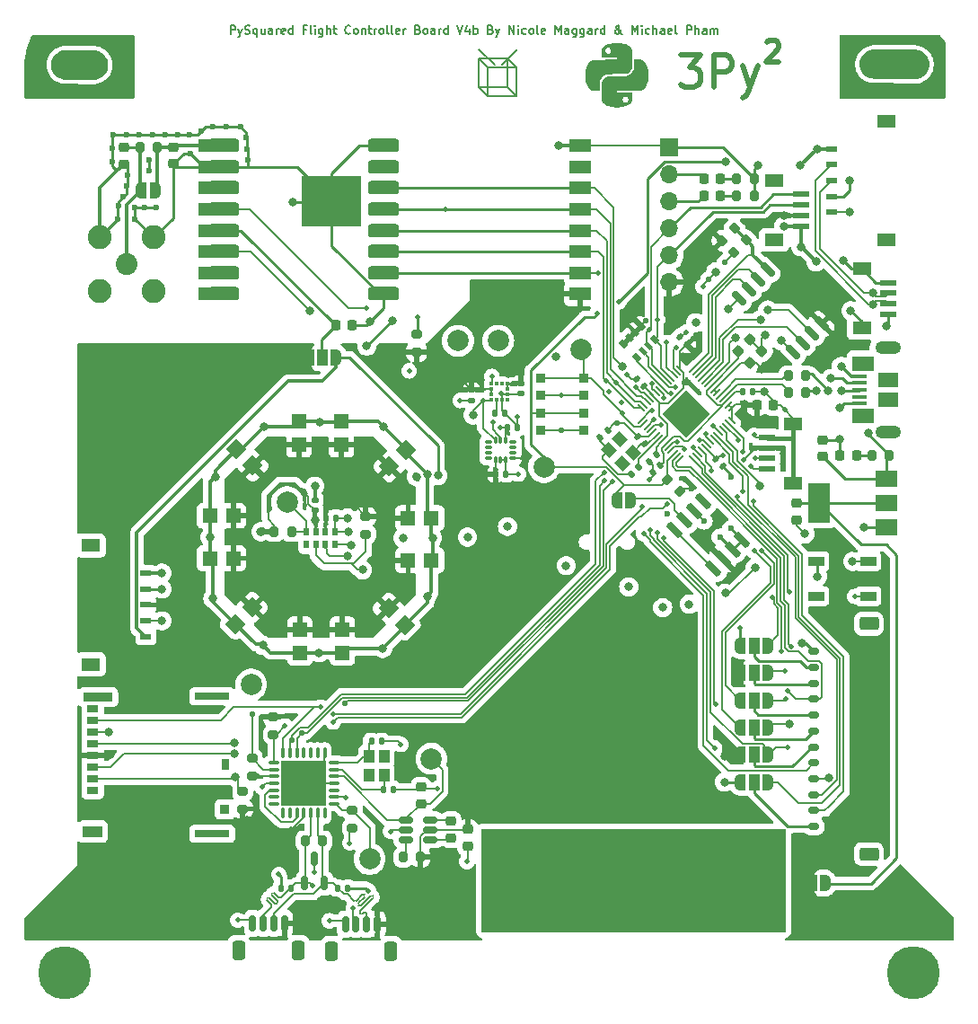
<source format=gbr>
%TF.GenerationSoftware,KiCad,Pcbnew,8.0.2-1*%
%TF.CreationDate,2024-07-17T18:36:44-07:00*%
%TF.ProjectId,FC_V4b,46435f56-3462-42e6-9b69-6361645f7063,rev?*%
%TF.SameCoordinates,Original*%
%TF.FileFunction,Copper,L1,Top*%
%TF.FilePolarity,Positive*%
%FSLAX46Y46*%
G04 Gerber Fmt 4.6, Leading zero omitted, Abs format (unit mm)*
G04 Created by KiCad (PCBNEW 8.0.2-1) date 2024-07-17 18:36:44*
%MOMM*%
%LPD*%
G01*
G04 APERTURE LIST*
G04 Aperture macros list*
%AMRoundRect*
0 Rectangle with rounded corners*
0 $1 Rounding radius*
0 $2 $3 $4 $5 $6 $7 $8 $9 X,Y pos of 4 corners*
0 Add a 4 corners polygon primitive as box body*
4,1,4,$2,$3,$4,$5,$6,$7,$8,$9,$2,$3,0*
0 Add four circle primitives for the rounded corners*
1,1,$1+$1,$2,$3*
1,1,$1+$1,$4,$5*
1,1,$1+$1,$6,$7*
1,1,$1+$1,$8,$9*
0 Add four rect primitives between the rounded corners*
20,1,$1+$1,$2,$3,$4,$5,0*
20,1,$1+$1,$4,$5,$6,$7,0*
20,1,$1+$1,$6,$7,$8,$9,0*
20,1,$1+$1,$8,$9,$2,$3,0*%
%AMRotRect*
0 Rectangle, with rotation*
0 The origin of the aperture is its center*
0 $1 length*
0 $2 width*
0 $3 Rotation angle, in degrees counterclockwise*
0 Add horizontal line*
21,1,$1,$2,0,0,$3*%
%AMFreePoly0*
4,1,19,0.550000,-0.750000,0.000000,-0.750000,0.000000,-0.744911,-0.071157,-0.744911,-0.207708,-0.704816,-0.327430,-0.627875,-0.420627,-0.520320,-0.479746,-0.390866,-0.500000,-0.250000,-0.500000,0.250000,-0.479746,0.390866,-0.420627,0.520320,-0.327430,0.627875,-0.207708,0.704816,-0.071157,0.744911,0.000000,0.744911,0.000000,0.750000,0.550000,0.750000,0.550000,-0.750000,0.550000,-0.750000,
$1*%
%AMFreePoly1*
4,1,19,0.000000,0.744911,0.071157,0.744911,0.207708,0.704816,0.327430,0.627875,0.420627,0.520320,0.479746,0.390866,0.500000,0.250000,0.500000,-0.250000,0.479746,-0.390866,0.420627,-0.520320,0.327430,-0.627875,0.207708,-0.704816,0.071157,-0.744911,0.000000,-0.744911,0.000000,-0.750000,-0.550000,-0.750000,-0.550000,0.750000,0.000000,0.750000,0.000000,0.744911,0.000000,0.744911,
$1*%
%AMFreePoly2*
4,1,19,0.500000,-0.750000,0.000000,-0.750000,0.000000,-0.744911,-0.071157,-0.744911,-0.207708,-0.704816,-0.327430,-0.627875,-0.420627,-0.520320,-0.479746,-0.390866,-0.500000,-0.250000,-0.500000,0.250000,-0.479746,0.390866,-0.420627,0.520320,-0.327430,0.627875,-0.207708,0.704816,-0.071157,0.744911,0.000000,0.744911,0.000000,0.750000,0.500000,0.750000,0.500000,-0.750000,0.500000,-0.750000,
$1*%
%AMFreePoly3*
4,1,19,0.000000,0.744911,0.071157,0.744911,0.207708,0.704816,0.327430,0.627875,0.420627,0.520320,0.479746,0.390866,0.500000,0.250000,0.500000,-0.250000,0.479746,-0.390866,0.420627,-0.520320,0.327430,-0.627875,0.207708,-0.704816,0.071157,-0.744911,0.000000,-0.744911,0.000000,-0.750000,-0.500000,-0.750000,-0.500000,0.750000,0.000000,0.750000,0.000000,0.744911,0.000000,0.744911,
$1*%
G04 Aperture macros list end*
%TA.AperFunction,NonConductor*%
%ADD10C,0.200000*%
%TD*%
%ADD11C,0.500000*%
%TA.AperFunction,NonConductor*%
%ADD12C,0.500000*%
%TD*%
%ADD13C,0.200000*%
%TA.AperFunction,EtchedComponent*%
%ADD14C,0.000000*%
%TD*%
%TA.AperFunction,SMDPad,CuDef*%
%ADD15RoundRect,0.200000X-0.275000X0.200000X-0.275000X-0.200000X0.275000X-0.200000X0.275000X0.200000X0*%
%TD*%
%TA.AperFunction,SMDPad,CuDef*%
%ADD16R,1.100000X0.700000*%
%TD*%
%TA.AperFunction,SMDPad,CuDef*%
%ADD17R,0.930000X0.900000*%
%TD*%
%TA.AperFunction,SMDPad,CuDef*%
%ADD18R,0.780000X1.050000*%
%TD*%
%TA.AperFunction,SMDPad,CuDef*%
%ADD19R,3.330000X0.700000*%
%TD*%
%TA.AperFunction,SMDPad,CuDef*%
%ADD20R,2.800000X0.860000*%
%TD*%
%TA.AperFunction,SMDPad,CuDef*%
%ADD21R,1.830000X1.140000*%
%TD*%
%TA.AperFunction,SMDPad,CuDef*%
%ADD22FreePoly0,0.000000*%
%TD*%
%TA.AperFunction,SMDPad,CuDef*%
%ADD23R,1.000000X1.500000*%
%TD*%
%TA.AperFunction,SMDPad,CuDef*%
%ADD24FreePoly1,0.000000*%
%TD*%
%TA.AperFunction,SMDPad,CuDef*%
%ADD25RoundRect,0.140000X-0.021213X0.219203X-0.219203X0.021213X0.021213X-0.219203X0.219203X-0.021213X0*%
%TD*%
%TA.AperFunction,SMDPad,CuDef*%
%ADD26RoundRect,0.225000X-0.250000X0.225000X-0.250000X-0.225000X0.250000X-0.225000X0.250000X0.225000X0*%
%TD*%
%TA.AperFunction,SMDPad,CuDef*%
%ADD27RoundRect,0.200000X-0.200000X-0.275000X0.200000X-0.275000X0.200000X0.275000X-0.200000X0.275000X0*%
%TD*%
%TA.AperFunction,ComponentPad*%
%ADD28C,2.050000*%
%TD*%
%TA.AperFunction,ComponentPad*%
%ADD29C,2.250000*%
%TD*%
%TA.AperFunction,ComponentPad*%
%ADD30C,2.000000*%
%TD*%
%TA.AperFunction,ComponentPad*%
%ADD31C,5.000000*%
%TD*%
%TA.AperFunction,SMDPad,CuDef*%
%ADD32RoundRect,0.150000X0.150000X0.625000X-0.150000X0.625000X-0.150000X-0.625000X0.150000X-0.625000X0*%
%TD*%
%TA.AperFunction,SMDPad,CuDef*%
%ADD33RoundRect,0.250000X0.350000X0.650000X-0.350000X0.650000X-0.350000X-0.650000X0.350000X-0.650000X0*%
%TD*%
%TA.AperFunction,SMDPad,CuDef*%
%ADD34R,2.000000X1.500000*%
%TD*%
%TA.AperFunction,SMDPad,CuDef*%
%ADD35R,2.000000X3.800000*%
%TD*%
%TA.AperFunction,SMDPad,CuDef*%
%ADD36R,1.550000X0.600000*%
%TD*%
%TA.AperFunction,SMDPad,CuDef*%
%ADD37R,1.800000X1.200000*%
%TD*%
%TA.AperFunction,SMDPad,CuDef*%
%ADD38RotRect,1.400000X1.400000X45.000000*%
%TD*%
%TA.AperFunction,SMDPad,CuDef*%
%ADD39RoundRect,0.140000X0.021213X-0.219203X0.219203X-0.021213X-0.021213X0.219203X-0.219203X0.021213X0*%
%TD*%
%TA.AperFunction,SMDPad,CuDef*%
%ADD40FreePoly2,180.000000*%
%TD*%
%TA.AperFunction,SMDPad,CuDef*%
%ADD41FreePoly3,180.000000*%
%TD*%
%TA.AperFunction,SMDPad,CuDef*%
%ADD42RoundRect,0.218750X0.218750X0.256250X-0.218750X0.256250X-0.218750X-0.256250X0.218750X-0.256250X0*%
%TD*%
%TA.AperFunction,SMDPad,CuDef*%
%ADD43R,1.400000X1.400000*%
%TD*%
%TA.AperFunction,SMDPad,CuDef*%
%ADD44RotRect,0.800000X0.500000X135.000000*%
%TD*%
%TA.AperFunction,SMDPad,CuDef*%
%ADD45RotRect,0.800000X0.400000X135.000000*%
%TD*%
%TA.AperFunction,SMDPad,CuDef*%
%ADD46RoundRect,0.225000X0.250000X-0.225000X0.250000X0.225000X-0.250000X0.225000X-0.250000X-0.225000X0*%
%TD*%
%TA.AperFunction,SMDPad,CuDef*%
%ADD47RoundRect,0.218750X-0.218750X-0.256250X0.218750X-0.256250X0.218750X0.256250X-0.218750X0.256250X0*%
%TD*%
%TA.AperFunction,SMDPad,CuDef*%
%ADD48RoundRect,0.140000X0.170000X-0.140000X0.170000X0.140000X-0.170000X0.140000X-0.170000X-0.140000X0*%
%TD*%
%TA.AperFunction,SMDPad,CuDef*%
%ADD49R,0.900000X0.900000*%
%TD*%
%TA.AperFunction,SMDPad,CuDef*%
%ADD50RoundRect,0.140000X-0.140000X-0.170000X0.140000X-0.170000X0.140000X0.170000X-0.140000X0.170000X0*%
%TD*%
%TA.AperFunction,SMDPad,CuDef*%
%ADD51RoundRect,0.140000X-0.170000X0.140000X-0.170000X-0.140000X0.170000X-0.140000X0.170000X0.140000X0*%
%TD*%
%TA.AperFunction,SMDPad,CuDef*%
%ADD52RoundRect,0.200000X0.200000X0.275000X-0.200000X0.275000X-0.200000X-0.275000X0.200000X-0.275000X0*%
%TD*%
%TA.AperFunction,SMDPad,CuDef*%
%ADD53RoundRect,0.225000X0.017678X-0.335876X0.335876X-0.017678X-0.017678X0.335876X-0.335876X0.017678X0*%
%TD*%
%TA.AperFunction,SMDPad,CuDef*%
%ADD54RoundRect,0.135000X-0.035355X0.226274X-0.226274X0.035355X0.035355X-0.226274X0.226274X-0.035355X0*%
%TD*%
%TA.AperFunction,SMDPad,CuDef*%
%ADD55RotRect,1.400000X1.400000X135.000000*%
%TD*%
%TA.AperFunction,SMDPad,CuDef*%
%ADD56RotRect,1.150000X1.000000X315.000000*%
%TD*%
%TA.AperFunction,SMDPad,CuDef*%
%ADD57RoundRect,0.140000X0.219203X0.021213X0.021213X0.219203X-0.219203X-0.021213X-0.021213X-0.219203X0*%
%TD*%
%TA.AperFunction,SMDPad,CuDef*%
%ADD58RoundRect,0.140000X0.140000X0.170000X-0.140000X0.170000X-0.140000X-0.170000X0.140000X-0.170000X0*%
%TD*%
%TA.AperFunction,SMDPad,CuDef*%
%ADD59R,1.000000X0.600000*%
%TD*%
%TA.AperFunction,SMDPad,CuDef*%
%ADD60R,1.800000X1.250000*%
%TD*%
%TA.AperFunction,SMDPad,CuDef*%
%ADD61FreePoly2,0.000000*%
%TD*%
%TA.AperFunction,SMDPad,CuDef*%
%ADD62FreePoly3,0.000000*%
%TD*%
%TA.AperFunction,SMDPad,CuDef*%
%ADD63R,1.000000X1.150000*%
%TD*%
%TA.AperFunction,SMDPad,CuDef*%
%ADD64RoundRect,0.150000X-0.512500X-0.150000X0.512500X-0.150000X0.512500X0.150000X-0.512500X0.150000X0*%
%TD*%
%TA.AperFunction,SMDPad,CuDef*%
%ADD65RoundRect,0.150000X0.150000X-0.512500X0.150000X0.512500X-0.150000X0.512500X-0.150000X-0.512500X0*%
%TD*%
%TA.AperFunction,SMDPad,CuDef*%
%ADD66RoundRect,0.200000X0.053033X-0.335876X0.335876X-0.053033X-0.053033X0.335876X-0.335876X0.053033X0*%
%TD*%
%TA.AperFunction,SMDPad,CuDef*%
%ADD67R,2.000000X1.300000*%
%TD*%
%TA.AperFunction,SMDPad,CuDef*%
%ADD68R,5.699999X4.800001*%
%TD*%
%TA.AperFunction,SMDPad,CuDef*%
%ADD69RoundRect,0.087500X-0.225000X-0.087500X0.225000X-0.087500X0.225000X0.087500X-0.225000X0.087500X0*%
%TD*%
%TA.AperFunction,SMDPad,CuDef*%
%ADD70RoundRect,0.087500X-0.087500X-0.225000X0.087500X-0.225000X0.087500X0.225000X-0.087500X0.225000X0*%
%TD*%
%TA.AperFunction,SMDPad,CuDef*%
%ADD71RoundRect,0.225000X-0.225000X-0.250000X0.225000X-0.250000X0.225000X0.250000X-0.225000X0.250000X0*%
%TD*%
%TA.AperFunction,SMDPad,CuDef*%
%ADD72RoundRect,0.150000X-0.565685X0.353553X0.353553X-0.565685X0.565685X-0.353553X-0.353553X0.565685X0*%
%TD*%
%TA.AperFunction,SMDPad,CuDef*%
%ADD73RoundRect,0.140000X-0.219203X-0.021213X-0.021213X-0.219203X0.219203X0.021213X0.021213X0.219203X0*%
%TD*%
%TA.AperFunction,SMDPad,CuDef*%
%ADD74R,1.500000X0.900000*%
%TD*%
%TA.AperFunction,SMDPad,CuDef*%
%ADD75RotRect,1.400000X1.400000X315.000000*%
%TD*%
%TA.AperFunction,SMDPad,CuDef*%
%ADD76RoundRect,0.125000X0.000000X-0.176777X0.176777X0.000000X0.000000X0.176777X-0.176777X0.000000X0*%
%TD*%
%TA.AperFunction,SMDPad,CuDef*%
%ADD77RoundRect,0.200000X0.335876X0.053033X0.053033X0.335876X-0.335876X-0.053033X-0.053033X-0.335876X0*%
%TD*%
%TA.AperFunction,SMDPad,CuDef*%
%ADD78RoundRect,0.200000X0.275000X-0.200000X0.275000X0.200000X-0.275000X0.200000X-0.275000X-0.200000X0*%
%TD*%
%TA.AperFunction,SMDPad,CuDef*%
%ADD79RoundRect,0.050000X-0.309359X0.238649X0.238649X-0.309359X0.309359X-0.238649X-0.238649X0.309359X0*%
%TD*%
%TA.AperFunction,SMDPad,CuDef*%
%ADD80RoundRect,0.050000X-0.309359X-0.238649X-0.238649X-0.309359X0.309359X0.238649X0.238649X0.309359X0*%
%TD*%
%TA.AperFunction,ComponentPad*%
%ADD81C,0.500000*%
%TD*%
%TA.AperFunction,SMDPad,CuDef*%
%ADD82RotRect,3.200000X3.200000X315.000000*%
%TD*%
%TA.AperFunction,SMDPad,CuDef*%
%ADD83RoundRect,0.317500X1.157500X0.317500X-1.157500X0.317500X-1.157500X-0.317500X1.157500X-0.317500X0*%
%TD*%
%TA.AperFunction,SMDPad,CuDef*%
%ADD84R,0.375000X0.350000*%
%TD*%
%TA.AperFunction,SMDPad,CuDef*%
%ADD85R,0.350000X0.375000*%
%TD*%
%TA.AperFunction,SMDPad,CuDef*%
%ADD86RoundRect,0.225000X0.225000X0.250000X-0.225000X0.250000X-0.225000X-0.250000X0.225000X-0.250000X0*%
%TD*%
%TA.AperFunction,SMDPad,CuDef*%
%ADD87RoundRect,0.075000X-0.437500X-0.075000X0.437500X-0.075000X0.437500X0.075000X-0.437500X0.075000X0*%
%TD*%
%TA.AperFunction,SMDPad,CuDef*%
%ADD88RoundRect,0.075000X-0.075000X-0.437500X0.075000X-0.437500X0.075000X0.437500X-0.075000X0.437500X0*%
%TD*%
%TA.AperFunction,SMDPad,CuDef*%
%ADD89R,4.250000X4.250000*%
%TD*%
%TA.AperFunction,SMDPad,CuDef*%
%ADD90RotRect,1.400000X1.400000X225.000000*%
%TD*%
%TA.AperFunction,SMDPad,CuDef*%
%ADD91R,0.500000X0.800000*%
%TD*%
%TA.AperFunction,SMDPad,CuDef*%
%ADD92RoundRect,0.150000X0.350000X-0.150000X0.350000X0.150000X-0.350000X0.150000X-0.350000X-0.150000X0*%
%TD*%
%TA.AperFunction,SMDPad,CuDef*%
%ADD93RoundRect,0.250000X0.650000X-0.375000X0.650000X0.375000X-0.650000X0.375000X-0.650000X-0.375000X0*%
%TD*%
%TA.AperFunction,SMDPad,CuDef*%
%ADD94RoundRect,0.150000X0.618718X-0.406586X-0.406586X0.618718X-0.618718X0.406586X0.406586X-0.618718X0*%
%TD*%
%TA.AperFunction,SMDPad,CuDef*%
%ADD95RoundRect,0.200000X-0.053033X0.335876X-0.335876X0.053033X0.053033X-0.335876X0.335876X-0.053033X0*%
%TD*%
%TA.AperFunction,SMDPad,CuDef*%
%ADD96R,1.380000X0.450000*%
%TD*%
%TA.AperFunction,ComponentPad*%
%ADD97O,2.416000X1.208000*%
%TD*%
%TA.AperFunction,SMDPad,CuDef*%
%ADD98R,2.100000X1.475000*%
%TD*%
%TA.AperFunction,SMDPad,CuDef*%
%ADD99R,1.900000X1.375000*%
%TD*%
%TA.AperFunction,ComponentPad*%
%ADD100R,1.700000X1.700000*%
%TD*%
%TA.AperFunction,ComponentPad*%
%ADD101O,1.700000X1.700000*%
%TD*%
%TA.AperFunction,ViaPad*%
%ADD102C,0.800000*%
%TD*%
%TA.AperFunction,ViaPad*%
%ADD103C,0.600000*%
%TD*%
%TA.AperFunction,ViaPad*%
%ADD104C,0.460000*%
%TD*%
%TA.AperFunction,ViaPad*%
%ADD105C,0.560000*%
%TD*%
%TA.AperFunction,Conductor*%
%ADD106C,0.250000*%
%TD*%
%TA.AperFunction,Conductor*%
%ADD107C,0.152400*%
%TD*%
%TA.AperFunction,Conductor*%
%ADD108C,0.127000*%
%TD*%
%TA.AperFunction,Conductor*%
%ADD109C,0.300000*%
%TD*%
%TA.AperFunction,Conductor*%
%ADD110C,0.200000*%
%TD*%
%TA.AperFunction,Conductor*%
%ADD111C,0.400000*%
%TD*%
%TA.AperFunction,Conductor*%
%ADD112C,0.342392*%
%TD*%
G04 APERTURE END LIST*
D10*
X187190000Y-55370000D02*
X186340000Y-54520000D01*
X189040000Y-51820000D02*
X189890000Y-52670000D01*
X187840000Y-52410000D02*
X186360000Y-50930000D01*
X186340000Y-54520000D02*
X189040000Y-54520000D01*
X187190000Y-52670000D02*
X187190000Y-55370000D01*
X189890000Y-52670000D02*
X187190000Y-52670000D01*
X189040000Y-51820000D02*
X186340000Y-51820000D01*
X188520000Y-52390000D02*
X189990000Y-50920000D01*
X189040000Y-54520000D02*
X189040000Y-51820000D01*
X186340000Y-54520000D02*
X186340000Y-51820000D01*
X186340000Y-51820000D02*
X187190000Y-52670000D01*
X187190000Y-55370000D02*
X189890000Y-55370000D01*
X189040000Y-54520000D02*
X189890000Y-55370000D01*
X189890000Y-55370000D02*
X189890000Y-52670000D01*
D11*
D12*
X213498571Y-50289714D02*
X213593809Y-50194476D01*
X213593809Y-50194476D02*
X213784285Y-50099238D01*
X213784285Y-50099238D02*
X214260476Y-50099238D01*
X214260476Y-50099238D02*
X214450952Y-50194476D01*
X214450952Y-50194476D02*
X214546190Y-50289714D01*
X214546190Y-50289714D02*
X214641428Y-50480190D01*
X214641428Y-50480190D02*
X214641428Y-50670666D01*
X214641428Y-50670666D02*
X214546190Y-50956380D01*
X214546190Y-50956380D02*
X213403333Y-52099238D01*
X213403333Y-52099238D02*
X214641428Y-52099238D01*
D11*
D12*
X205367143Y-51481857D02*
X207224286Y-51481857D01*
X207224286Y-51481857D02*
X206224286Y-52624714D01*
X206224286Y-52624714D02*
X206652857Y-52624714D01*
X206652857Y-52624714D02*
X206938572Y-52767571D01*
X206938572Y-52767571D02*
X207081429Y-52910428D01*
X207081429Y-52910428D02*
X207224286Y-53196142D01*
X207224286Y-53196142D02*
X207224286Y-53910428D01*
X207224286Y-53910428D02*
X207081429Y-54196142D01*
X207081429Y-54196142D02*
X206938572Y-54339000D01*
X206938572Y-54339000D02*
X206652857Y-54481857D01*
X206652857Y-54481857D02*
X205795714Y-54481857D01*
X205795714Y-54481857D02*
X205510000Y-54339000D01*
X205510000Y-54339000D02*
X205367143Y-54196142D01*
X208510000Y-54481857D02*
X208510000Y-51481857D01*
X208510000Y-51481857D02*
X209652857Y-51481857D01*
X209652857Y-51481857D02*
X209938572Y-51624714D01*
X209938572Y-51624714D02*
X210081429Y-51767571D01*
X210081429Y-51767571D02*
X210224286Y-52053285D01*
X210224286Y-52053285D02*
X210224286Y-52481857D01*
X210224286Y-52481857D02*
X210081429Y-52767571D01*
X210081429Y-52767571D02*
X209938572Y-52910428D01*
X209938572Y-52910428D02*
X209652857Y-53053285D01*
X209652857Y-53053285D02*
X208510000Y-53053285D01*
X211224286Y-52481857D02*
X211938572Y-54481857D01*
X212652857Y-52481857D02*
X211938572Y-54481857D01*
X211938572Y-54481857D02*
X211652857Y-55196142D01*
X211652857Y-55196142D02*
X211510000Y-55339000D01*
X211510000Y-55339000D02*
X211224286Y-55481857D01*
D13*
D10*
X162948565Y-49491695D02*
X162948565Y-48691695D01*
X162948565Y-48691695D02*
X163253327Y-48691695D01*
X163253327Y-48691695D02*
X163329517Y-48729790D01*
X163329517Y-48729790D02*
X163367612Y-48767885D01*
X163367612Y-48767885D02*
X163405708Y-48844076D01*
X163405708Y-48844076D02*
X163405708Y-48958361D01*
X163405708Y-48958361D02*
X163367612Y-49034552D01*
X163367612Y-49034552D02*
X163329517Y-49072647D01*
X163329517Y-49072647D02*
X163253327Y-49110742D01*
X163253327Y-49110742D02*
X162948565Y-49110742D01*
X163672374Y-48958361D02*
X163862850Y-49491695D01*
X164053327Y-48958361D02*
X163862850Y-49491695D01*
X163862850Y-49491695D02*
X163786660Y-49682171D01*
X163786660Y-49682171D02*
X163748565Y-49720266D01*
X163748565Y-49720266D02*
X163672374Y-49758361D01*
X164319993Y-49453600D02*
X164434279Y-49491695D01*
X164434279Y-49491695D02*
X164624755Y-49491695D01*
X164624755Y-49491695D02*
X164700946Y-49453600D01*
X164700946Y-49453600D02*
X164739041Y-49415504D01*
X164739041Y-49415504D02*
X164777136Y-49339314D01*
X164777136Y-49339314D02*
X164777136Y-49263123D01*
X164777136Y-49263123D02*
X164739041Y-49186933D01*
X164739041Y-49186933D02*
X164700946Y-49148838D01*
X164700946Y-49148838D02*
X164624755Y-49110742D01*
X164624755Y-49110742D02*
X164472374Y-49072647D01*
X164472374Y-49072647D02*
X164396184Y-49034552D01*
X164396184Y-49034552D02*
X164358089Y-48996457D01*
X164358089Y-48996457D02*
X164319993Y-48920266D01*
X164319993Y-48920266D02*
X164319993Y-48844076D01*
X164319993Y-48844076D02*
X164358089Y-48767885D01*
X164358089Y-48767885D02*
X164396184Y-48729790D01*
X164396184Y-48729790D02*
X164472374Y-48691695D01*
X164472374Y-48691695D02*
X164662851Y-48691695D01*
X164662851Y-48691695D02*
X164777136Y-48729790D01*
X165462851Y-48958361D02*
X165462851Y-49758361D01*
X165462851Y-49453600D02*
X165386660Y-49491695D01*
X165386660Y-49491695D02*
X165234279Y-49491695D01*
X165234279Y-49491695D02*
X165158089Y-49453600D01*
X165158089Y-49453600D02*
X165119994Y-49415504D01*
X165119994Y-49415504D02*
X165081898Y-49339314D01*
X165081898Y-49339314D02*
X165081898Y-49110742D01*
X165081898Y-49110742D02*
X165119994Y-49034552D01*
X165119994Y-49034552D02*
X165158089Y-48996457D01*
X165158089Y-48996457D02*
X165234279Y-48958361D01*
X165234279Y-48958361D02*
X165386660Y-48958361D01*
X165386660Y-48958361D02*
X165462851Y-48996457D01*
X166186661Y-48958361D02*
X166186661Y-49491695D01*
X165843804Y-48958361D02*
X165843804Y-49377409D01*
X165843804Y-49377409D02*
X165881899Y-49453600D01*
X165881899Y-49453600D02*
X165958089Y-49491695D01*
X165958089Y-49491695D02*
X166072375Y-49491695D01*
X166072375Y-49491695D02*
X166148566Y-49453600D01*
X166148566Y-49453600D02*
X166186661Y-49415504D01*
X166910471Y-49491695D02*
X166910471Y-49072647D01*
X166910471Y-49072647D02*
X166872376Y-48996457D01*
X166872376Y-48996457D02*
X166796185Y-48958361D01*
X166796185Y-48958361D02*
X166643804Y-48958361D01*
X166643804Y-48958361D02*
X166567614Y-48996457D01*
X166910471Y-49453600D02*
X166834280Y-49491695D01*
X166834280Y-49491695D02*
X166643804Y-49491695D01*
X166643804Y-49491695D02*
X166567614Y-49453600D01*
X166567614Y-49453600D02*
X166529518Y-49377409D01*
X166529518Y-49377409D02*
X166529518Y-49301219D01*
X166529518Y-49301219D02*
X166567614Y-49225028D01*
X166567614Y-49225028D02*
X166643804Y-49186933D01*
X166643804Y-49186933D02*
X166834280Y-49186933D01*
X166834280Y-49186933D02*
X166910471Y-49148838D01*
X167291424Y-49491695D02*
X167291424Y-48958361D01*
X167291424Y-49110742D02*
X167329519Y-49034552D01*
X167329519Y-49034552D02*
X167367614Y-48996457D01*
X167367614Y-48996457D02*
X167443805Y-48958361D01*
X167443805Y-48958361D02*
X167519995Y-48958361D01*
X168091424Y-49453600D02*
X168015233Y-49491695D01*
X168015233Y-49491695D02*
X167862852Y-49491695D01*
X167862852Y-49491695D02*
X167786662Y-49453600D01*
X167786662Y-49453600D02*
X167748566Y-49377409D01*
X167748566Y-49377409D02*
X167748566Y-49072647D01*
X167748566Y-49072647D02*
X167786662Y-48996457D01*
X167786662Y-48996457D02*
X167862852Y-48958361D01*
X167862852Y-48958361D02*
X168015233Y-48958361D01*
X168015233Y-48958361D02*
X168091424Y-48996457D01*
X168091424Y-48996457D02*
X168129519Y-49072647D01*
X168129519Y-49072647D02*
X168129519Y-49148838D01*
X168129519Y-49148838D02*
X167748566Y-49225028D01*
X168815233Y-49491695D02*
X168815233Y-48691695D01*
X168815233Y-49453600D02*
X168739042Y-49491695D01*
X168739042Y-49491695D02*
X168586661Y-49491695D01*
X168586661Y-49491695D02*
X168510471Y-49453600D01*
X168510471Y-49453600D02*
X168472376Y-49415504D01*
X168472376Y-49415504D02*
X168434280Y-49339314D01*
X168434280Y-49339314D02*
X168434280Y-49110742D01*
X168434280Y-49110742D02*
X168472376Y-49034552D01*
X168472376Y-49034552D02*
X168510471Y-48996457D01*
X168510471Y-48996457D02*
X168586661Y-48958361D01*
X168586661Y-48958361D02*
X168739042Y-48958361D01*
X168739042Y-48958361D02*
X168815233Y-48996457D01*
X170072376Y-49072647D02*
X169805710Y-49072647D01*
X169805710Y-49491695D02*
X169805710Y-48691695D01*
X169805710Y-48691695D02*
X170186662Y-48691695D01*
X170605709Y-49491695D02*
X170529519Y-49453600D01*
X170529519Y-49453600D02*
X170491424Y-49377409D01*
X170491424Y-49377409D02*
X170491424Y-48691695D01*
X170910472Y-49491695D02*
X170910472Y-48958361D01*
X170910472Y-48691695D02*
X170872376Y-48729790D01*
X170872376Y-48729790D02*
X170910472Y-48767885D01*
X170910472Y-48767885D02*
X170948567Y-48729790D01*
X170948567Y-48729790D02*
X170910472Y-48691695D01*
X170910472Y-48691695D02*
X170910472Y-48767885D01*
X171634281Y-48958361D02*
X171634281Y-49605980D01*
X171634281Y-49605980D02*
X171596186Y-49682171D01*
X171596186Y-49682171D02*
X171558090Y-49720266D01*
X171558090Y-49720266D02*
X171481900Y-49758361D01*
X171481900Y-49758361D02*
X171367614Y-49758361D01*
X171367614Y-49758361D02*
X171291424Y-49720266D01*
X171634281Y-49453600D02*
X171558090Y-49491695D01*
X171558090Y-49491695D02*
X171405709Y-49491695D01*
X171405709Y-49491695D02*
X171329519Y-49453600D01*
X171329519Y-49453600D02*
X171291424Y-49415504D01*
X171291424Y-49415504D02*
X171253328Y-49339314D01*
X171253328Y-49339314D02*
X171253328Y-49110742D01*
X171253328Y-49110742D02*
X171291424Y-49034552D01*
X171291424Y-49034552D02*
X171329519Y-48996457D01*
X171329519Y-48996457D02*
X171405709Y-48958361D01*
X171405709Y-48958361D02*
X171558090Y-48958361D01*
X171558090Y-48958361D02*
X171634281Y-48996457D01*
X172015234Y-49491695D02*
X172015234Y-48691695D01*
X172358091Y-49491695D02*
X172358091Y-49072647D01*
X172358091Y-49072647D02*
X172319996Y-48996457D01*
X172319996Y-48996457D02*
X172243805Y-48958361D01*
X172243805Y-48958361D02*
X172129519Y-48958361D01*
X172129519Y-48958361D02*
X172053329Y-48996457D01*
X172053329Y-48996457D02*
X172015234Y-49034552D01*
X172624758Y-48958361D02*
X172929520Y-48958361D01*
X172739044Y-48691695D02*
X172739044Y-49377409D01*
X172739044Y-49377409D02*
X172777139Y-49453600D01*
X172777139Y-49453600D02*
X172853329Y-49491695D01*
X172853329Y-49491695D02*
X172929520Y-49491695D01*
X174262854Y-49415504D02*
X174224758Y-49453600D01*
X174224758Y-49453600D02*
X174110473Y-49491695D01*
X174110473Y-49491695D02*
X174034282Y-49491695D01*
X174034282Y-49491695D02*
X173919996Y-49453600D01*
X173919996Y-49453600D02*
X173843806Y-49377409D01*
X173843806Y-49377409D02*
X173805711Y-49301219D01*
X173805711Y-49301219D02*
X173767615Y-49148838D01*
X173767615Y-49148838D02*
X173767615Y-49034552D01*
X173767615Y-49034552D02*
X173805711Y-48882171D01*
X173805711Y-48882171D02*
X173843806Y-48805980D01*
X173843806Y-48805980D02*
X173919996Y-48729790D01*
X173919996Y-48729790D02*
X174034282Y-48691695D01*
X174034282Y-48691695D02*
X174110473Y-48691695D01*
X174110473Y-48691695D02*
X174224758Y-48729790D01*
X174224758Y-48729790D02*
X174262854Y-48767885D01*
X174719996Y-49491695D02*
X174643806Y-49453600D01*
X174643806Y-49453600D02*
X174605711Y-49415504D01*
X174605711Y-49415504D02*
X174567615Y-49339314D01*
X174567615Y-49339314D02*
X174567615Y-49110742D01*
X174567615Y-49110742D02*
X174605711Y-49034552D01*
X174605711Y-49034552D02*
X174643806Y-48996457D01*
X174643806Y-48996457D02*
X174719996Y-48958361D01*
X174719996Y-48958361D02*
X174834282Y-48958361D01*
X174834282Y-48958361D02*
X174910473Y-48996457D01*
X174910473Y-48996457D02*
X174948568Y-49034552D01*
X174948568Y-49034552D02*
X174986663Y-49110742D01*
X174986663Y-49110742D02*
X174986663Y-49339314D01*
X174986663Y-49339314D02*
X174948568Y-49415504D01*
X174948568Y-49415504D02*
X174910473Y-49453600D01*
X174910473Y-49453600D02*
X174834282Y-49491695D01*
X174834282Y-49491695D02*
X174719996Y-49491695D01*
X175329521Y-48958361D02*
X175329521Y-49491695D01*
X175329521Y-49034552D02*
X175367616Y-48996457D01*
X175367616Y-48996457D02*
X175443806Y-48958361D01*
X175443806Y-48958361D02*
X175558092Y-48958361D01*
X175558092Y-48958361D02*
X175634283Y-48996457D01*
X175634283Y-48996457D02*
X175672378Y-49072647D01*
X175672378Y-49072647D02*
X175672378Y-49491695D01*
X175939045Y-48958361D02*
X176243807Y-48958361D01*
X176053331Y-48691695D02*
X176053331Y-49377409D01*
X176053331Y-49377409D02*
X176091426Y-49453600D01*
X176091426Y-49453600D02*
X176167616Y-49491695D01*
X176167616Y-49491695D02*
X176243807Y-49491695D01*
X176510474Y-49491695D02*
X176510474Y-48958361D01*
X176510474Y-49110742D02*
X176548569Y-49034552D01*
X176548569Y-49034552D02*
X176586664Y-48996457D01*
X176586664Y-48996457D02*
X176662855Y-48958361D01*
X176662855Y-48958361D02*
X176739045Y-48958361D01*
X177119997Y-49491695D02*
X177043807Y-49453600D01*
X177043807Y-49453600D02*
X177005712Y-49415504D01*
X177005712Y-49415504D02*
X176967616Y-49339314D01*
X176967616Y-49339314D02*
X176967616Y-49110742D01*
X176967616Y-49110742D02*
X177005712Y-49034552D01*
X177005712Y-49034552D02*
X177043807Y-48996457D01*
X177043807Y-48996457D02*
X177119997Y-48958361D01*
X177119997Y-48958361D02*
X177234283Y-48958361D01*
X177234283Y-48958361D02*
X177310474Y-48996457D01*
X177310474Y-48996457D02*
X177348569Y-49034552D01*
X177348569Y-49034552D02*
X177386664Y-49110742D01*
X177386664Y-49110742D02*
X177386664Y-49339314D01*
X177386664Y-49339314D02*
X177348569Y-49415504D01*
X177348569Y-49415504D02*
X177310474Y-49453600D01*
X177310474Y-49453600D02*
X177234283Y-49491695D01*
X177234283Y-49491695D02*
X177119997Y-49491695D01*
X177843807Y-49491695D02*
X177767617Y-49453600D01*
X177767617Y-49453600D02*
X177729522Y-49377409D01*
X177729522Y-49377409D02*
X177729522Y-48691695D01*
X178262855Y-49491695D02*
X178186665Y-49453600D01*
X178186665Y-49453600D02*
X178148570Y-49377409D01*
X178148570Y-49377409D02*
X178148570Y-48691695D01*
X178872380Y-49453600D02*
X178796189Y-49491695D01*
X178796189Y-49491695D02*
X178643808Y-49491695D01*
X178643808Y-49491695D02*
X178567618Y-49453600D01*
X178567618Y-49453600D02*
X178529522Y-49377409D01*
X178529522Y-49377409D02*
X178529522Y-49072647D01*
X178529522Y-49072647D02*
X178567618Y-48996457D01*
X178567618Y-48996457D02*
X178643808Y-48958361D01*
X178643808Y-48958361D02*
X178796189Y-48958361D01*
X178796189Y-48958361D02*
X178872380Y-48996457D01*
X178872380Y-48996457D02*
X178910475Y-49072647D01*
X178910475Y-49072647D02*
X178910475Y-49148838D01*
X178910475Y-49148838D02*
X178529522Y-49225028D01*
X179253332Y-49491695D02*
X179253332Y-48958361D01*
X179253332Y-49110742D02*
X179291427Y-49034552D01*
X179291427Y-49034552D02*
X179329522Y-48996457D01*
X179329522Y-48996457D02*
X179405713Y-48958361D01*
X179405713Y-48958361D02*
X179481903Y-48958361D01*
X180624760Y-49072647D02*
X180739046Y-49110742D01*
X180739046Y-49110742D02*
X180777141Y-49148838D01*
X180777141Y-49148838D02*
X180815237Y-49225028D01*
X180815237Y-49225028D02*
X180815237Y-49339314D01*
X180815237Y-49339314D02*
X180777141Y-49415504D01*
X180777141Y-49415504D02*
X180739046Y-49453600D01*
X180739046Y-49453600D02*
X180662856Y-49491695D01*
X180662856Y-49491695D02*
X180358094Y-49491695D01*
X180358094Y-49491695D02*
X180358094Y-48691695D01*
X180358094Y-48691695D02*
X180624760Y-48691695D01*
X180624760Y-48691695D02*
X180700951Y-48729790D01*
X180700951Y-48729790D02*
X180739046Y-48767885D01*
X180739046Y-48767885D02*
X180777141Y-48844076D01*
X180777141Y-48844076D02*
X180777141Y-48920266D01*
X180777141Y-48920266D02*
X180739046Y-48996457D01*
X180739046Y-48996457D02*
X180700951Y-49034552D01*
X180700951Y-49034552D02*
X180624760Y-49072647D01*
X180624760Y-49072647D02*
X180358094Y-49072647D01*
X181272379Y-49491695D02*
X181196189Y-49453600D01*
X181196189Y-49453600D02*
X181158094Y-49415504D01*
X181158094Y-49415504D02*
X181119998Y-49339314D01*
X181119998Y-49339314D02*
X181119998Y-49110742D01*
X181119998Y-49110742D02*
X181158094Y-49034552D01*
X181158094Y-49034552D02*
X181196189Y-48996457D01*
X181196189Y-48996457D02*
X181272379Y-48958361D01*
X181272379Y-48958361D02*
X181386665Y-48958361D01*
X181386665Y-48958361D02*
X181462856Y-48996457D01*
X181462856Y-48996457D02*
X181500951Y-49034552D01*
X181500951Y-49034552D02*
X181539046Y-49110742D01*
X181539046Y-49110742D02*
X181539046Y-49339314D01*
X181539046Y-49339314D02*
X181500951Y-49415504D01*
X181500951Y-49415504D02*
X181462856Y-49453600D01*
X181462856Y-49453600D02*
X181386665Y-49491695D01*
X181386665Y-49491695D02*
X181272379Y-49491695D01*
X182224761Y-49491695D02*
X182224761Y-49072647D01*
X182224761Y-49072647D02*
X182186666Y-48996457D01*
X182186666Y-48996457D02*
X182110475Y-48958361D01*
X182110475Y-48958361D02*
X181958094Y-48958361D01*
X181958094Y-48958361D02*
X181881904Y-48996457D01*
X182224761Y-49453600D02*
X182148570Y-49491695D01*
X182148570Y-49491695D02*
X181958094Y-49491695D01*
X181958094Y-49491695D02*
X181881904Y-49453600D01*
X181881904Y-49453600D02*
X181843808Y-49377409D01*
X181843808Y-49377409D02*
X181843808Y-49301219D01*
X181843808Y-49301219D02*
X181881904Y-49225028D01*
X181881904Y-49225028D02*
X181958094Y-49186933D01*
X181958094Y-49186933D02*
X182148570Y-49186933D01*
X182148570Y-49186933D02*
X182224761Y-49148838D01*
X182605714Y-49491695D02*
X182605714Y-48958361D01*
X182605714Y-49110742D02*
X182643809Y-49034552D01*
X182643809Y-49034552D02*
X182681904Y-48996457D01*
X182681904Y-48996457D02*
X182758095Y-48958361D01*
X182758095Y-48958361D02*
X182834285Y-48958361D01*
X183443809Y-49491695D02*
X183443809Y-48691695D01*
X183443809Y-49453600D02*
X183367618Y-49491695D01*
X183367618Y-49491695D02*
X183215237Y-49491695D01*
X183215237Y-49491695D02*
X183139047Y-49453600D01*
X183139047Y-49453600D02*
X183100952Y-49415504D01*
X183100952Y-49415504D02*
X183062856Y-49339314D01*
X183062856Y-49339314D02*
X183062856Y-49110742D01*
X183062856Y-49110742D02*
X183100952Y-49034552D01*
X183100952Y-49034552D02*
X183139047Y-48996457D01*
X183139047Y-48996457D02*
X183215237Y-48958361D01*
X183215237Y-48958361D02*
X183367618Y-48958361D01*
X183367618Y-48958361D02*
X183443809Y-48996457D01*
X184320000Y-48691695D02*
X184586667Y-49491695D01*
X184586667Y-49491695D02*
X184853333Y-48691695D01*
X185462857Y-48958361D02*
X185462857Y-49491695D01*
X185272381Y-48653600D02*
X185081904Y-49225028D01*
X185081904Y-49225028D02*
X185577143Y-49225028D01*
X185881905Y-49491695D02*
X185881905Y-48691695D01*
X185881905Y-48996457D02*
X185958095Y-48958361D01*
X185958095Y-48958361D02*
X186110476Y-48958361D01*
X186110476Y-48958361D02*
X186186667Y-48996457D01*
X186186667Y-48996457D02*
X186224762Y-49034552D01*
X186224762Y-49034552D02*
X186262857Y-49110742D01*
X186262857Y-49110742D02*
X186262857Y-49339314D01*
X186262857Y-49339314D02*
X186224762Y-49415504D01*
X186224762Y-49415504D02*
X186186667Y-49453600D01*
X186186667Y-49453600D02*
X186110476Y-49491695D01*
X186110476Y-49491695D02*
X185958095Y-49491695D01*
X185958095Y-49491695D02*
X185881905Y-49453600D01*
X187481905Y-49072647D02*
X187596191Y-49110742D01*
X187596191Y-49110742D02*
X187634286Y-49148838D01*
X187634286Y-49148838D02*
X187672382Y-49225028D01*
X187672382Y-49225028D02*
X187672382Y-49339314D01*
X187672382Y-49339314D02*
X187634286Y-49415504D01*
X187634286Y-49415504D02*
X187596191Y-49453600D01*
X187596191Y-49453600D02*
X187520001Y-49491695D01*
X187520001Y-49491695D02*
X187215239Y-49491695D01*
X187215239Y-49491695D02*
X187215239Y-48691695D01*
X187215239Y-48691695D02*
X187481905Y-48691695D01*
X187481905Y-48691695D02*
X187558096Y-48729790D01*
X187558096Y-48729790D02*
X187596191Y-48767885D01*
X187596191Y-48767885D02*
X187634286Y-48844076D01*
X187634286Y-48844076D02*
X187634286Y-48920266D01*
X187634286Y-48920266D02*
X187596191Y-48996457D01*
X187596191Y-48996457D02*
X187558096Y-49034552D01*
X187558096Y-49034552D02*
X187481905Y-49072647D01*
X187481905Y-49072647D02*
X187215239Y-49072647D01*
X187939048Y-48958361D02*
X188129524Y-49491695D01*
X188320001Y-48958361D02*
X188129524Y-49491695D01*
X188129524Y-49491695D02*
X188053334Y-49682171D01*
X188053334Y-49682171D02*
X188015239Y-49720266D01*
X188015239Y-49720266D02*
X187939048Y-49758361D01*
X189234287Y-49491695D02*
X189234287Y-48691695D01*
X189234287Y-48691695D02*
X189691430Y-49491695D01*
X189691430Y-49491695D02*
X189691430Y-48691695D01*
X190072382Y-49491695D02*
X190072382Y-48958361D01*
X190072382Y-48691695D02*
X190034286Y-48729790D01*
X190034286Y-48729790D02*
X190072382Y-48767885D01*
X190072382Y-48767885D02*
X190110477Y-48729790D01*
X190110477Y-48729790D02*
X190072382Y-48691695D01*
X190072382Y-48691695D02*
X190072382Y-48767885D01*
X190796191Y-49453600D02*
X190720000Y-49491695D01*
X190720000Y-49491695D02*
X190567619Y-49491695D01*
X190567619Y-49491695D02*
X190491429Y-49453600D01*
X190491429Y-49453600D02*
X190453334Y-49415504D01*
X190453334Y-49415504D02*
X190415238Y-49339314D01*
X190415238Y-49339314D02*
X190415238Y-49110742D01*
X190415238Y-49110742D02*
X190453334Y-49034552D01*
X190453334Y-49034552D02*
X190491429Y-48996457D01*
X190491429Y-48996457D02*
X190567619Y-48958361D01*
X190567619Y-48958361D02*
X190720000Y-48958361D01*
X190720000Y-48958361D02*
X190796191Y-48996457D01*
X191253333Y-49491695D02*
X191177143Y-49453600D01*
X191177143Y-49453600D02*
X191139048Y-49415504D01*
X191139048Y-49415504D02*
X191100952Y-49339314D01*
X191100952Y-49339314D02*
X191100952Y-49110742D01*
X191100952Y-49110742D02*
X191139048Y-49034552D01*
X191139048Y-49034552D02*
X191177143Y-48996457D01*
X191177143Y-48996457D02*
X191253333Y-48958361D01*
X191253333Y-48958361D02*
X191367619Y-48958361D01*
X191367619Y-48958361D02*
X191443810Y-48996457D01*
X191443810Y-48996457D02*
X191481905Y-49034552D01*
X191481905Y-49034552D02*
X191520000Y-49110742D01*
X191520000Y-49110742D02*
X191520000Y-49339314D01*
X191520000Y-49339314D02*
X191481905Y-49415504D01*
X191481905Y-49415504D02*
X191443810Y-49453600D01*
X191443810Y-49453600D02*
X191367619Y-49491695D01*
X191367619Y-49491695D02*
X191253333Y-49491695D01*
X191977143Y-49491695D02*
X191900953Y-49453600D01*
X191900953Y-49453600D02*
X191862858Y-49377409D01*
X191862858Y-49377409D02*
X191862858Y-48691695D01*
X192586668Y-49453600D02*
X192510477Y-49491695D01*
X192510477Y-49491695D02*
X192358096Y-49491695D01*
X192358096Y-49491695D02*
X192281906Y-49453600D01*
X192281906Y-49453600D02*
X192243810Y-49377409D01*
X192243810Y-49377409D02*
X192243810Y-49072647D01*
X192243810Y-49072647D02*
X192281906Y-48996457D01*
X192281906Y-48996457D02*
X192358096Y-48958361D01*
X192358096Y-48958361D02*
X192510477Y-48958361D01*
X192510477Y-48958361D02*
X192586668Y-48996457D01*
X192586668Y-48996457D02*
X192624763Y-49072647D01*
X192624763Y-49072647D02*
X192624763Y-49148838D01*
X192624763Y-49148838D02*
X192243810Y-49225028D01*
X193577144Y-49491695D02*
X193577144Y-48691695D01*
X193577144Y-48691695D02*
X193843810Y-49263123D01*
X193843810Y-49263123D02*
X194110477Y-48691695D01*
X194110477Y-48691695D02*
X194110477Y-49491695D01*
X194834287Y-49491695D02*
X194834287Y-49072647D01*
X194834287Y-49072647D02*
X194796192Y-48996457D01*
X194796192Y-48996457D02*
X194720001Y-48958361D01*
X194720001Y-48958361D02*
X194567620Y-48958361D01*
X194567620Y-48958361D02*
X194491430Y-48996457D01*
X194834287Y-49453600D02*
X194758096Y-49491695D01*
X194758096Y-49491695D02*
X194567620Y-49491695D01*
X194567620Y-49491695D02*
X194491430Y-49453600D01*
X194491430Y-49453600D02*
X194453334Y-49377409D01*
X194453334Y-49377409D02*
X194453334Y-49301219D01*
X194453334Y-49301219D02*
X194491430Y-49225028D01*
X194491430Y-49225028D02*
X194567620Y-49186933D01*
X194567620Y-49186933D02*
X194758096Y-49186933D01*
X194758096Y-49186933D02*
X194834287Y-49148838D01*
X195558097Y-48958361D02*
X195558097Y-49605980D01*
X195558097Y-49605980D02*
X195520002Y-49682171D01*
X195520002Y-49682171D02*
X195481906Y-49720266D01*
X195481906Y-49720266D02*
X195405716Y-49758361D01*
X195405716Y-49758361D02*
X195291430Y-49758361D01*
X195291430Y-49758361D02*
X195215240Y-49720266D01*
X195558097Y-49453600D02*
X195481906Y-49491695D01*
X195481906Y-49491695D02*
X195329525Y-49491695D01*
X195329525Y-49491695D02*
X195253335Y-49453600D01*
X195253335Y-49453600D02*
X195215240Y-49415504D01*
X195215240Y-49415504D02*
X195177144Y-49339314D01*
X195177144Y-49339314D02*
X195177144Y-49110742D01*
X195177144Y-49110742D02*
X195215240Y-49034552D01*
X195215240Y-49034552D02*
X195253335Y-48996457D01*
X195253335Y-48996457D02*
X195329525Y-48958361D01*
X195329525Y-48958361D02*
X195481906Y-48958361D01*
X195481906Y-48958361D02*
X195558097Y-48996457D01*
X196281907Y-48958361D02*
X196281907Y-49605980D01*
X196281907Y-49605980D02*
X196243812Y-49682171D01*
X196243812Y-49682171D02*
X196205716Y-49720266D01*
X196205716Y-49720266D02*
X196129526Y-49758361D01*
X196129526Y-49758361D02*
X196015240Y-49758361D01*
X196015240Y-49758361D02*
X195939050Y-49720266D01*
X196281907Y-49453600D02*
X196205716Y-49491695D01*
X196205716Y-49491695D02*
X196053335Y-49491695D01*
X196053335Y-49491695D02*
X195977145Y-49453600D01*
X195977145Y-49453600D02*
X195939050Y-49415504D01*
X195939050Y-49415504D02*
X195900954Y-49339314D01*
X195900954Y-49339314D02*
X195900954Y-49110742D01*
X195900954Y-49110742D02*
X195939050Y-49034552D01*
X195939050Y-49034552D02*
X195977145Y-48996457D01*
X195977145Y-48996457D02*
X196053335Y-48958361D01*
X196053335Y-48958361D02*
X196205716Y-48958361D01*
X196205716Y-48958361D02*
X196281907Y-48996457D01*
X197005717Y-49491695D02*
X197005717Y-49072647D01*
X197005717Y-49072647D02*
X196967622Y-48996457D01*
X196967622Y-48996457D02*
X196891431Y-48958361D01*
X196891431Y-48958361D02*
X196739050Y-48958361D01*
X196739050Y-48958361D02*
X196662860Y-48996457D01*
X197005717Y-49453600D02*
X196929526Y-49491695D01*
X196929526Y-49491695D02*
X196739050Y-49491695D01*
X196739050Y-49491695D02*
X196662860Y-49453600D01*
X196662860Y-49453600D02*
X196624764Y-49377409D01*
X196624764Y-49377409D02*
X196624764Y-49301219D01*
X196624764Y-49301219D02*
X196662860Y-49225028D01*
X196662860Y-49225028D02*
X196739050Y-49186933D01*
X196739050Y-49186933D02*
X196929526Y-49186933D01*
X196929526Y-49186933D02*
X197005717Y-49148838D01*
X197386670Y-49491695D02*
X197386670Y-48958361D01*
X197386670Y-49110742D02*
X197424765Y-49034552D01*
X197424765Y-49034552D02*
X197462860Y-48996457D01*
X197462860Y-48996457D02*
X197539051Y-48958361D01*
X197539051Y-48958361D02*
X197615241Y-48958361D01*
X198224765Y-49491695D02*
X198224765Y-48691695D01*
X198224765Y-49453600D02*
X198148574Y-49491695D01*
X198148574Y-49491695D02*
X197996193Y-49491695D01*
X197996193Y-49491695D02*
X197920003Y-49453600D01*
X197920003Y-49453600D02*
X197881908Y-49415504D01*
X197881908Y-49415504D02*
X197843812Y-49339314D01*
X197843812Y-49339314D02*
X197843812Y-49110742D01*
X197843812Y-49110742D02*
X197881908Y-49034552D01*
X197881908Y-49034552D02*
X197920003Y-48996457D01*
X197920003Y-48996457D02*
X197996193Y-48958361D01*
X197996193Y-48958361D02*
X198148574Y-48958361D01*
X198148574Y-48958361D02*
X198224765Y-48996457D01*
X199862861Y-49491695D02*
X199824766Y-49491695D01*
X199824766Y-49491695D02*
X199748575Y-49453600D01*
X199748575Y-49453600D02*
X199634289Y-49339314D01*
X199634289Y-49339314D02*
X199443813Y-49110742D01*
X199443813Y-49110742D02*
X199367623Y-48996457D01*
X199367623Y-48996457D02*
X199329527Y-48882171D01*
X199329527Y-48882171D02*
X199329527Y-48805980D01*
X199329527Y-48805980D02*
X199367623Y-48729790D01*
X199367623Y-48729790D02*
X199443813Y-48691695D01*
X199443813Y-48691695D02*
X199481908Y-48691695D01*
X199481908Y-48691695D02*
X199558099Y-48729790D01*
X199558099Y-48729790D02*
X199596194Y-48805980D01*
X199596194Y-48805980D02*
X199596194Y-48844076D01*
X199596194Y-48844076D02*
X199558099Y-48920266D01*
X199558099Y-48920266D02*
X199520004Y-48958361D01*
X199520004Y-48958361D02*
X199291432Y-49110742D01*
X199291432Y-49110742D02*
X199253337Y-49148838D01*
X199253337Y-49148838D02*
X199215242Y-49225028D01*
X199215242Y-49225028D02*
X199215242Y-49339314D01*
X199215242Y-49339314D02*
X199253337Y-49415504D01*
X199253337Y-49415504D02*
X199291432Y-49453600D01*
X199291432Y-49453600D02*
X199367623Y-49491695D01*
X199367623Y-49491695D02*
X199481908Y-49491695D01*
X199481908Y-49491695D02*
X199558099Y-49453600D01*
X199558099Y-49453600D02*
X199596194Y-49415504D01*
X199596194Y-49415504D02*
X199710480Y-49263123D01*
X199710480Y-49263123D02*
X199748575Y-49148838D01*
X199748575Y-49148838D02*
X199748575Y-49072647D01*
X200815242Y-49491695D02*
X200815242Y-48691695D01*
X200815242Y-48691695D02*
X201081908Y-49263123D01*
X201081908Y-49263123D02*
X201348575Y-48691695D01*
X201348575Y-48691695D02*
X201348575Y-49491695D01*
X201729528Y-49491695D02*
X201729528Y-48958361D01*
X201729528Y-48691695D02*
X201691432Y-48729790D01*
X201691432Y-48729790D02*
X201729528Y-48767885D01*
X201729528Y-48767885D02*
X201767623Y-48729790D01*
X201767623Y-48729790D02*
X201729528Y-48691695D01*
X201729528Y-48691695D02*
X201729528Y-48767885D01*
X202453337Y-49453600D02*
X202377146Y-49491695D01*
X202377146Y-49491695D02*
X202224765Y-49491695D01*
X202224765Y-49491695D02*
X202148575Y-49453600D01*
X202148575Y-49453600D02*
X202110480Y-49415504D01*
X202110480Y-49415504D02*
X202072384Y-49339314D01*
X202072384Y-49339314D02*
X202072384Y-49110742D01*
X202072384Y-49110742D02*
X202110480Y-49034552D01*
X202110480Y-49034552D02*
X202148575Y-48996457D01*
X202148575Y-48996457D02*
X202224765Y-48958361D01*
X202224765Y-48958361D02*
X202377146Y-48958361D01*
X202377146Y-48958361D02*
X202453337Y-48996457D01*
X202796194Y-49491695D02*
X202796194Y-48691695D01*
X203139051Y-49491695D02*
X203139051Y-49072647D01*
X203139051Y-49072647D02*
X203100956Y-48996457D01*
X203100956Y-48996457D02*
X203024765Y-48958361D01*
X203024765Y-48958361D02*
X202910479Y-48958361D01*
X202910479Y-48958361D02*
X202834289Y-48996457D01*
X202834289Y-48996457D02*
X202796194Y-49034552D01*
X203862861Y-49491695D02*
X203862861Y-49072647D01*
X203862861Y-49072647D02*
X203824766Y-48996457D01*
X203824766Y-48996457D02*
X203748575Y-48958361D01*
X203748575Y-48958361D02*
X203596194Y-48958361D01*
X203596194Y-48958361D02*
X203520004Y-48996457D01*
X203862861Y-49453600D02*
X203786670Y-49491695D01*
X203786670Y-49491695D02*
X203596194Y-49491695D01*
X203596194Y-49491695D02*
X203520004Y-49453600D01*
X203520004Y-49453600D02*
X203481908Y-49377409D01*
X203481908Y-49377409D02*
X203481908Y-49301219D01*
X203481908Y-49301219D02*
X203520004Y-49225028D01*
X203520004Y-49225028D02*
X203596194Y-49186933D01*
X203596194Y-49186933D02*
X203786670Y-49186933D01*
X203786670Y-49186933D02*
X203862861Y-49148838D01*
X204548576Y-49453600D02*
X204472385Y-49491695D01*
X204472385Y-49491695D02*
X204320004Y-49491695D01*
X204320004Y-49491695D02*
X204243814Y-49453600D01*
X204243814Y-49453600D02*
X204205718Y-49377409D01*
X204205718Y-49377409D02*
X204205718Y-49072647D01*
X204205718Y-49072647D02*
X204243814Y-48996457D01*
X204243814Y-48996457D02*
X204320004Y-48958361D01*
X204320004Y-48958361D02*
X204472385Y-48958361D01*
X204472385Y-48958361D02*
X204548576Y-48996457D01*
X204548576Y-48996457D02*
X204586671Y-49072647D01*
X204586671Y-49072647D02*
X204586671Y-49148838D01*
X204586671Y-49148838D02*
X204205718Y-49225028D01*
X205043813Y-49491695D02*
X204967623Y-49453600D01*
X204967623Y-49453600D02*
X204929528Y-49377409D01*
X204929528Y-49377409D02*
X204929528Y-48691695D01*
X205958100Y-49491695D02*
X205958100Y-48691695D01*
X205958100Y-48691695D02*
X206262862Y-48691695D01*
X206262862Y-48691695D02*
X206339052Y-48729790D01*
X206339052Y-48729790D02*
X206377147Y-48767885D01*
X206377147Y-48767885D02*
X206415243Y-48844076D01*
X206415243Y-48844076D02*
X206415243Y-48958361D01*
X206415243Y-48958361D02*
X206377147Y-49034552D01*
X206377147Y-49034552D02*
X206339052Y-49072647D01*
X206339052Y-49072647D02*
X206262862Y-49110742D01*
X206262862Y-49110742D02*
X205958100Y-49110742D01*
X206758100Y-49491695D02*
X206758100Y-48691695D01*
X207100957Y-49491695D02*
X207100957Y-49072647D01*
X207100957Y-49072647D02*
X207062862Y-48996457D01*
X207062862Y-48996457D02*
X206986671Y-48958361D01*
X206986671Y-48958361D02*
X206872385Y-48958361D01*
X206872385Y-48958361D02*
X206796195Y-48996457D01*
X206796195Y-48996457D02*
X206758100Y-49034552D01*
X207824767Y-49491695D02*
X207824767Y-49072647D01*
X207824767Y-49072647D02*
X207786672Y-48996457D01*
X207786672Y-48996457D02*
X207710481Y-48958361D01*
X207710481Y-48958361D02*
X207558100Y-48958361D01*
X207558100Y-48958361D02*
X207481910Y-48996457D01*
X207824767Y-49453600D02*
X207748576Y-49491695D01*
X207748576Y-49491695D02*
X207558100Y-49491695D01*
X207558100Y-49491695D02*
X207481910Y-49453600D01*
X207481910Y-49453600D02*
X207443814Y-49377409D01*
X207443814Y-49377409D02*
X207443814Y-49301219D01*
X207443814Y-49301219D02*
X207481910Y-49225028D01*
X207481910Y-49225028D02*
X207558100Y-49186933D01*
X207558100Y-49186933D02*
X207748576Y-49186933D01*
X207748576Y-49186933D02*
X207824767Y-49148838D01*
X208205720Y-49491695D02*
X208205720Y-48958361D01*
X208205720Y-49034552D02*
X208243815Y-48996457D01*
X208243815Y-48996457D02*
X208320005Y-48958361D01*
X208320005Y-48958361D02*
X208434291Y-48958361D01*
X208434291Y-48958361D02*
X208510482Y-48996457D01*
X208510482Y-48996457D02*
X208548577Y-49072647D01*
X208548577Y-49072647D02*
X208548577Y-49491695D01*
X208548577Y-49072647D02*
X208586672Y-48996457D01*
X208586672Y-48996457D02*
X208662863Y-48958361D01*
X208662863Y-48958361D02*
X208777148Y-48958361D01*
X208777148Y-48958361D02*
X208853339Y-48996457D01*
X208853339Y-48996457D02*
X208891434Y-49072647D01*
X208891434Y-49072647D02*
X208891434Y-49491695D01*
D14*
%TA.AperFunction,EtchedComponent*%
%TO.C,G\u002A\u002A\u002A*%
G36*
X199620334Y-50355565D02*
G01*
X199828168Y-50366891D01*
X200003889Y-50386690D01*
X200153499Y-50415801D01*
X200283002Y-50455060D01*
X200367669Y-50490315D01*
X200521673Y-50583331D01*
X200652262Y-50704203D01*
X200749839Y-50843813D01*
X200759384Y-50862427D01*
X200814015Y-50973444D01*
X200814015Y-51843919D01*
X200813941Y-52064303D01*
X200813565Y-52244691D01*
X200812655Y-52389729D01*
X200810981Y-52504060D01*
X200808310Y-52592329D01*
X200804410Y-52659181D01*
X200799051Y-52709259D01*
X200792001Y-52747209D01*
X200783028Y-52777674D01*
X200771901Y-52805300D01*
X200765374Y-52819681D01*
X200694072Y-52937753D01*
X200596415Y-53050432D01*
X200485612Y-53144255D01*
X200394708Y-53197450D01*
X200364950Y-53210463D01*
X200335662Y-53221195D01*
X200302299Y-53229925D01*
X200260311Y-53236936D01*
X200205151Y-53242508D01*
X200132272Y-53246923D01*
X200037124Y-53250461D01*
X199915161Y-53253405D01*
X199761835Y-53256035D01*
X199572597Y-53258632D01*
X199363224Y-53261230D01*
X198448109Y-53272390D01*
X198296919Y-53344006D01*
X198169903Y-53418755D01*
X198047139Y-53516928D01*
X197941122Y-53627009D01*
X197864344Y-53737482D01*
X197858969Y-53747688D01*
X197817011Y-53840902D01*
X197786124Y-53938344D01*
X197764912Y-54048737D01*
X197751981Y-54180804D01*
X197745936Y-54343266D01*
X197745034Y-54460032D01*
X197745034Y-54823620D01*
X197438136Y-54822127D01*
X197298879Y-54819165D01*
X197178414Y-54812166D01*
X197086037Y-54801832D01*
X197039644Y-54791966D01*
X196894540Y-54727350D01*
X196769404Y-54629565D01*
X196662942Y-54496684D01*
X196573863Y-54326777D01*
X196500873Y-54117915D01*
X196451815Y-53914728D01*
X196402593Y-53581746D01*
X196393612Y-53257385D01*
X196425110Y-52932391D01*
X196484634Y-52645814D01*
X196557431Y-52436491D01*
X196660560Y-52257242D01*
X196792418Y-52110153D01*
X196951402Y-51997310D01*
X197003611Y-51970697D01*
X197131238Y-51910879D01*
X199385544Y-51888559D01*
X199385544Y-51710000D01*
X198663993Y-51704108D01*
X197942443Y-51698217D01*
X197949758Y-51280031D01*
X197952740Y-51131132D01*
X197953873Y-51095760D01*
X198300776Y-51095760D01*
X198316177Y-51160561D01*
X198354071Y-51220168D01*
X198362590Y-51230520D01*
X198442115Y-51304752D01*
X198524419Y-51336718D01*
X198617558Y-51328481D01*
X198671536Y-51309585D01*
X198736159Y-51267705D01*
X198790055Y-51208966D01*
X198793495Y-51203566D01*
X198832517Y-51104535D01*
X198833434Y-51008842D01*
X198802407Y-50922723D01*
X198745597Y-50852410D01*
X198669164Y-50804140D01*
X198579270Y-50784147D01*
X198482076Y-50798665D01*
X198421634Y-50827254D01*
X198347954Y-50887129D01*
X198310638Y-50959706D01*
X198302832Y-51006924D01*
X198300776Y-51095760D01*
X197953873Y-51095760D01*
X197956323Y-51019225D01*
X197961376Y-50936661D01*
X197968771Y-50875793D01*
X197979379Y-50828973D01*
X197994070Y-50788553D01*
X198009499Y-50755380D01*
X198083318Y-50648984D01*
X198192344Y-50559402D01*
X198337692Y-50486304D01*
X198520473Y-50429362D01*
X198741803Y-50388245D01*
X199002793Y-50362626D01*
X199304559Y-50352175D01*
X199374384Y-50351877D01*
X199620334Y-50355565D01*
G37*
%TD.AperFunction*%
%TA.AperFunction,EtchedComponent*%
G36*
X201356598Y-51900698D02*
G01*
X201514172Y-51902570D01*
X201635501Y-51908311D01*
X201728926Y-51919610D01*
X201802789Y-51938157D01*
X201865431Y-51965640D01*
X201925193Y-52003747D01*
X201947533Y-52020334D01*
X202042519Y-52116913D01*
X202129157Y-52253238D01*
X202205948Y-52424941D01*
X202271390Y-52627657D01*
X202323985Y-52857020D01*
X202362232Y-53108663D01*
X202378030Y-53273279D01*
X202380772Y-53473291D01*
X202361680Y-53684060D01*
X202323210Y-53897086D01*
X202267821Y-54103874D01*
X202197971Y-54295926D01*
X202116117Y-54464743D01*
X202024718Y-54601829D01*
X201978908Y-54653135D01*
X201942568Y-54688956D01*
X201908347Y-54719372D01*
X201872428Y-54744824D01*
X201830995Y-54765754D01*
X201780231Y-54782605D01*
X201716319Y-54795819D01*
X201635444Y-54805838D01*
X201533788Y-54813104D01*
X201407536Y-54818060D01*
X201252870Y-54821147D01*
X201065975Y-54822808D01*
X200843033Y-54823485D01*
X200580229Y-54823619D01*
X200507362Y-54823620D01*
X199371817Y-54823620D01*
X199378680Y-54918480D01*
X199385544Y-55013339D01*
X200105359Y-55019228D01*
X200825175Y-55025117D01*
X200825175Y-55333235D01*
X200822479Y-55501337D01*
X200812897Y-55633618D01*
X200794187Y-55738655D01*
X200764107Y-55825023D01*
X200720414Y-55901301D01*
X200660866Y-55976063D01*
X200655578Y-55981983D01*
X200533581Y-56089144D01*
X200375348Y-56183598D01*
X200187920Y-56263583D01*
X199978337Y-56327337D01*
X199753641Y-56373097D01*
X199520872Y-56399102D01*
X199287072Y-56403590D01*
X199059280Y-56384799D01*
X199050746Y-56383589D01*
X198924329Y-56359809D01*
X198778860Y-56323761D01*
X198630680Y-56280201D01*
X198496134Y-56233884D01*
X198402783Y-56195000D01*
X198277443Y-56121106D01*
X198160034Y-56025431D01*
X198062474Y-55919110D01*
X197998528Y-55817307D01*
X197985063Y-55787493D01*
X197974138Y-55758520D01*
X197965487Y-55725584D01*
X197958842Y-55683884D01*
X197953938Y-55628616D01*
X197953403Y-55617131D01*
X199930084Y-55617131D01*
X199934155Y-55712929D01*
X199973516Y-55805890D01*
X200004387Y-55845189D01*
X200085754Y-55911664D01*
X200171453Y-55935834D01*
X200269511Y-55919386D01*
X200300886Y-55907477D01*
X200386643Y-55851652D01*
X200440159Y-55775604D01*
X200463194Y-55688032D01*
X200457509Y-55597637D01*
X200424863Y-55513120D01*
X200367017Y-55443180D01*
X200285731Y-55396519D01*
X200194495Y-55381617D01*
X200093508Y-55400738D01*
X200013370Y-55452232D01*
X199957692Y-55527298D01*
X199930084Y-55617131D01*
X197953403Y-55617131D01*
X197950506Y-55554978D01*
X197948280Y-55458166D01*
X197946992Y-55333379D01*
X197946377Y-55175813D01*
X197946166Y-54980666D01*
X197946131Y-54874677D01*
X197946197Y-54658690D01*
X197946674Y-54482459D01*
X197947795Y-54341103D01*
X197949790Y-54229740D01*
X197952892Y-54143487D01*
X197957331Y-54077463D01*
X197963341Y-54026784D01*
X197971151Y-53986568D01*
X197980995Y-53951934D01*
X197991297Y-53922800D01*
X198070223Y-53773435D01*
X198184836Y-53644220D01*
X198327907Y-53543018D01*
X198351884Y-53530486D01*
X198488719Y-53462109D01*
X199271929Y-53461667D01*
X199462163Y-53460931D01*
X199644666Y-53459044D01*
X199813000Y-53456159D01*
X199960726Y-53452432D01*
X200081405Y-53448017D01*
X200168600Y-53443070D01*
X200207497Y-53439197D01*
X200404097Y-53389085D01*
X200581480Y-53300165D01*
X200735147Y-53175774D01*
X200860596Y-53019248D01*
X200920958Y-52910224D01*
X200992573Y-52759033D01*
X200999480Y-52329376D01*
X201006386Y-51899719D01*
X201356598Y-51900698D01*
G37*
%TD.AperFunction*%
%TD*%
D15*
%TO.P,R11,1,1*%
%TO.N,SPI0_CS1*%
X164100000Y-120875000D03*
%TO.P,R11,2,2*%
%TO.N,3.3V*%
X164100000Y-122525000D03*
%TD*%
D16*
%TO.P,J4,1,DAT2*%
%TO.N,unconnected-(J4-DAT2-Pad1)*%
X149960000Y-120775000D03*
%TO.P,J4,2,CD/DAT3*%
%TO.N,SPI0_CS1*%
X149960000Y-119675000D03*
%TO.P,J4,3,CMD*%
%TO.N,SPI0_MOSI*%
X149960000Y-118575000D03*
%TO.P,J4,4,VDD*%
%TO.N,3.3V*%
X149960000Y-117475000D03*
%TO.P,J4,5,CLK*%
%TO.N,SPI0_SCK*%
X149960000Y-116375000D03*
%TO.P,J4,6,VSS*%
%TO.N,GND*%
X149960000Y-115275000D03*
%TO.P,J4,7,DAT0*%
%TO.N,SPI0_MISO*%
X149960000Y-114175000D03*
%TO.P,J4,8,DAT1*%
%TO.N,unconnected-(J4-DAT1-Pad8)*%
X149960000Y-113075000D03*
D17*
%TO.P,J4,9,DETECT_LEVER*%
%TO.N,unconnected-(J4-DETECT_LEVER-Pad9)*%
X162425000Y-122565000D03*
D18*
%TO.P,J4,10,DETECT_SWITCH*%
%TO.N,unconnected-(J4-DETECT_SWITCH-Pad10)*%
X162500000Y-118300000D03*
D19*
%TO.P,J4,11*%
%TO.N,N/C*%
X161225000Y-111915000D03*
D20*
%TO.P,J4,12*%
X150460000Y-111995000D03*
D21*
%TO.P,J4,13*%
X149975000Y-124655000D03*
D19*
%TO.P,J4,14*%
X161225000Y-124875000D03*
%TD*%
D22*
%TO.P,JP7,1,A*%
%TO.N,VCC_RF1*%
X211010000Y-107140000D03*
D23*
%TO.P,JP7,2,C*%
%TO.N,Net-(J2-Pin_11)*%
X212310000Y-107140000D03*
D24*
%TO.P,JP7,3,B*%
%TO.N,D9*%
X213610000Y-107140000D03*
%TD*%
D25*
%TO.P,C11,1,1*%
%TO.N,3.3V*%
X203079411Y-89110589D03*
%TO.P,C11,2,2*%
%TO.N,GND*%
X202400589Y-89789411D03*
%TD*%
D26*
%TO.P,C13,1,1*%
%TO.N,/3v3 Spec*%
X216300000Y-93725000D03*
%TO.P,C13,2,2*%
%TO.N,GND*%
X216300000Y-95275000D03*
%TD*%
D27*
%TO.P,R7,1,1*%
%TO.N,/D+*%
X215520000Y-81700000D03*
%TO.P,R7,2,2*%
%TO.N,USB_D+*%
X217170000Y-81700000D03*
%TD*%
D28*
%TO.P,J6,1,In*%
%TO.N,Net-(J6-In)*%
X153170000Y-71210000D03*
D29*
%TO.P,J6,2,Ext*%
%TO.N,GND*%
X150630000Y-68670000D03*
X150630000Y-73750000D03*
X155710000Y-68670000D03*
X155710000Y-73750000D03*
%TD*%
D30*
%TO.P,TP3,1,1*%
%TO.N,Net-(U9-RESET)*%
X164900000Y-110800000D03*
%TD*%
%TO.P,TP6,1,1*%
%TO.N,Net-(IC3-EVI)*%
X168300000Y-93600000D03*
%TD*%
D31*
%TO.P,H2,1*%
%TO.N,N/C*%
X227300000Y-138000000D03*
%TD*%
D30*
%TO.P,TP5,1,1*%
%TO.N,+5V*%
X181900000Y-117800000D03*
%TD*%
D26*
%TO.P,C16,1,1*%
%TO.N,Net-(J6-In)*%
X152910000Y-60185000D03*
%TO.P,C16,2,2*%
%TO.N,GND*%
X152910000Y-61735000D03*
%TD*%
D32*
%TO.P,J15,1,Pin_1*%
%TO.N,3.3V*%
X176787500Y-133400000D03*
%TO.P,J15,2,Pin_2*%
%TO.N,CANH*%
X175787500Y-133400000D03*
%TO.P,J15,3,Pin_3*%
%TO.N,CANL*%
X174787500Y-133400000D03*
%TO.P,J15,4,Pin_4*%
%TO.N,GND*%
X173787500Y-133400000D03*
D33*
%TO.P,J15,MP*%
%TO.N,N/C*%
X178087500Y-135925000D03*
X172487500Y-135925000D03*
%TD*%
D34*
%TO.P,IC2,1,ADJ/GND*%
%TO.N,GND*%
X224780000Y-95970000D03*
%TO.P,IC2,2,OUTPUT*%
%TO.N,/3v3 Spec*%
X224780000Y-93670000D03*
%TO.P,IC2,3,INPUT*%
%TO.N,VBUS*%
X224780000Y-91370000D03*
D35*
%TO.P,IC2,4,VOUT*%
%TO.N,/3v3 Spec*%
X218480000Y-93670000D03*
%TD*%
D36*
%TO.P,J9,1,1*%
%TO.N,VBUS*%
X224995000Y-75920000D03*
%TO.P,J9,2,2*%
%TO.N,USB_D-*%
X224995000Y-74920000D03*
%TO.P,J9,3,3*%
%TO.N,USB_D+*%
X224995000Y-73920000D03*
%TO.P,J9,4,4*%
%TO.N,GND*%
X224995000Y-72920000D03*
D37*
%TO.P,J9,S1,SHIELD*%
X222470000Y-77220000D03*
%TO.P,J9,S2,SHIELD*%
X222470000Y-71620000D03*
%TD*%
D15*
%TO.P,R23,1,1*%
%TO.N,3.3V*%
X167000000Y-113875000D03*
%TO.P,R23,2,2*%
%TO.N,SPI0_CS2*%
X167000000Y-115525000D03*
%TD*%
D38*
%TO.P,C1022,1,+*%
%TO.N,V_BACKUP*%
X177922182Y-90253552D03*
%TO.P,C1022,2,-*%
%TO.N,GND*%
X179477816Y-88697917D03*
%TD*%
D39*
%TO.P,C4,1,1*%
%TO.N,GND*%
X202780589Y-90849411D03*
%TO.P,C4,2,2*%
%TO.N,1.2V*%
X203459411Y-90170589D03*
%TD*%
D40*
%TO.P,JP2,1,A*%
%TO.N,Net-(JP2-A)*%
X200649999Y-93400000D03*
D41*
%TO.P,JP2,2,B*%
%TO.N,FC_RESET*%
X199350001Y-93400000D03*
%TD*%
D42*
%TO.P,D1,1,K*%
%TO.N,Net-(D1-K)*%
X209157500Y-63130000D03*
%TO.P,D1,2,A*%
%TO.N,TX*%
X207582500Y-63130000D03*
%TD*%
D43*
%TO.P,C1021,1,+*%
%TO.N,V_BACKUP*%
X169399999Y-88199998D03*
%TO.P,C1021,2,-*%
%TO.N,GND*%
X169399998Y-85999999D03*
%TD*%
D44*
%TO.P,R6,1,R1.1*%
%TO.N,SCL0*%
X201245736Y-79979848D03*
D45*
%TO.P,R6,2,R2.1*%
%TO.N,SDA0*%
X201811421Y-79414163D03*
%TO.P,R6,3,R3.1*%
%TO.N,SCL1*%
X202377107Y-78848477D03*
D44*
%TO.P,R6,4,R4.1*%
%TO.N,SDA1*%
X202942792Y-78282792D03*
%TO.P,R6,5,R4.2*%
%TO.N,3.3V*%
X201670000Y-77010000D03*
D45*
%TO.P,R6,6,R3.2*%
X201104315Y-77575685D03*
%TO.P,R6,7,R2.2*%
X200538629Y-78141371D03*
D44*
%TO.P,R6,8,R1.2*%
X199972944Y-78707056D03*
%TD*%
D46*
%TO.P,C12,1,1*%
%TO.N,VBUS*%
X218810000Y-89315000D03*
%TO.P,C12,2,2*%
%TO.N,GND*%
X218810000Y-87765000D03*
%TD*%
D47*
%TO.P,D3,1,K*%
%TO.N,GND*%
X220382500Y-89190000D03*
%TO.P,D3,2,A*%
%TO.N,Net-(D3-A)*%
X221957500Y-89190000D03*
%TD*%
D48*
%TO.P,C18,1,1*%
%TO.N,3.3V*%
X170900000Y-94380000D03*
%TO.P,C18,2,2*%
%TO.N,GND*%
X170900000Y-93420000D03*
%TD*%
D31*
%TO.P,H1,1*%
%TO.N,N/C*%
X147300000Y-138000000D03*
%TD*%
D49*
%TO.P,SW2,A,P*%
%TO.N,FC_RESET*%
X196250000Y-85200000D03*
%TO.P,SW2,A',P1*%
X192150000Y-85200000D03*
%TO.P,SW2,B,S*%
%TO.N,GND*%
X196250000Y-86800000D03*
%TO.P,SW2,B',S1*%
X192150000Y-86800000D03*
%TD*%
D50*
%TO.P,C32,1,1*%
%TO.N,3.3V*%
X189040000Y-86550000D03*
%TO.P,C32,2,2*%
%TO.N,GND*%
X190000000Y-86550000D03*
%TD*%
D43*
%TO.P,C1018,1,+*%
%TO.N,V_BACKUP*%
X163199999Y-94899999D03*
%TO.P,C1018,2,-*%
%TO.N,GND*%
X161000000Y-94900000D03*
%TD*%
D51*
%TO.P,C34,1,1*%
%TO.N,3.3V*%
X190300000Y-82430000D03*
%TO.P,C34,2,2*%
%TO.N,GND*%
X190300000Y-83390000D03*
%TD*%
D52*
%TO.P,L1,1,1*%
%TO.N,RF1_ANT*%
X156065000Y-60190000D03*
%TO.P,L1,2,2*%
%TO.N,Net-(J6-In)*%
X154415000Y-60190000D03*
%TD*%
D53*
%TO.P,C3,1,1*%
%TO.N,1.2V*%
X210853984Y-79396016D03*
%TO.P,C3,2,2*%
%TO.N,GND*%
X211950000Y-78300000D03*
%TD*%
D43*
%TO.P,C1023,1,+*%
%TO.N,V_BACKUP*%
X173499999Y-105600000D03*
%TO.P,C1023,2,-*%
%TO.N,GND*%
X173500000Y-107799999D03*
%TD*%
D54*
%TO.P,R2,1,1*%
%TO.N,Net-(IC1-XOUT)*%
X201460624Y-90269376D03*
%TO.P,R2,2,2*%
%TO.N,Net-(C2-Pad2)*%
X200739376Y-90990624D03*
%TD*%
D22*
%TO.P,JP9,1,A*%
%TO.N,SCL0*%
X211010000Y-114870000D03*
D23*
%TO.P,JP9,2,C*%
%TO.N,Net-(J2-Pin_7)*%
X212310000Y-114870000D03*
D24*
%TO.P,JP9,3,B*%
%TO.N,BURN_RELAY_A {slash} D5*%
X213610000Y-114870000D03*
%TD*%
D52*
%TO.P,R14,1,1*%
%TO.N,Net-(IC3-EVI)*%
X168725000Y-96400000D03*
%TO.P,R14,2,2*%
%TO.N,3.3V*%
X167075000Y-96400000D03*
%TD*%
D55*
%TO.P,C1017,1,+*%
%TO.N,V_BACKUP*%
X165053552Y-90177816D03*
%TO.P,C1017,2,-*%
%TO.N,GND*%
X163497917Y-88622182D03*
%TD*%
D56*
%TO.P,Y1,1,1*%
%TO.N,Net-(C2-Pad2)*%
X198642614Y-88692512D03*
%TO.P,Y1,2*%
%TO.N,N/C*%
X199880051Y-89929949D03*
%TO.P,Y1,3,2*%
%TO.N,Net-(IC1-XIN)*%
X200870000Y-88940000D03*
%TO.P,Y1,4*%
%TO.N,N/C*%
X199632563Y-87702563D03*
%TD*%
D53*
%TO.P,C8,1,1*%
%TO.N,3.3V*%
X211931992Y-80468008D03*
%TO.P,C8,2,2*%
%TO.N,GND*%
X213028008Y-79371992D03*
%TD*%
D57*
%TO.P,C10,1,1*%
%TO.N,3.3V*%
X201909411Y-82689411D03*
%TO.P,C10,2,2*%
%TO.N,GND*%
X201230589Y-82010589D03*
%TD*%
D58*
%TO.P,C39,1,1*%
%TO.N,CANL*%
X168657500Y-129980000D03*
%TO.P,C39,2,2*%
%TO.N,GND*%
X167697500Y-129980000D03*
%TD*%
D30*
%TO.P,TP4,1,1*%
%TO.N,Net-(U9-STBY)*%
X176067500Y-127240000D03*
%TD*%
D59*
%TO.P,J14,1,Pin_1*%
%TO.N,GND*%
X154970000Y-100300000D03*
%TO.P,J14,2,Pin_2*%
%TO.N,FC_RESET*%
X154970000Y-101800000D03*
%TO.P,J14,3,Pin_3*%
%TO.N,3.3V*%
X154970000Y-103300000D03*
%TO.P,J14,4,Pin_4*%
%TO.N,D0*%
X154970000Y-104800000D03*
%TO.P,J14,5,Pin_5*%
%TO.N,VCC_RF1*%
X154970000Y-106300000D03*
D60*
%TO.P,J14,S1*%
%TO.N,N/C*%
X149780000Y-97695000D03*
%TO.P,J14,S2*%
X149780000Y-108905000D03*
%TD*%
D61*
%TO.P,JP1,1,A*%
%TO.N,3.3V*%
X217730000Y-129510000D03*
D62*
%TO.P,JP1,2,B*%
%TO.N,/3v3 Spec*%
X219030000Y-129510000D03*
%TD*%
D63*
%TO.P,Y3,1,1*%
%TO.N,Net-(U9-OSC2)*%
X177417500Y-119305000D03*
%TO.P,Y3,2*%
%TO.N,N/C*%
X177417500Y-117555000D03*
%TO.P,Y3,3,2*%
%TO.N,Net-(U9-OSC1)*%
X176017500Y-117555000D03*
%TO.P,Y3,4*%
%TO.N,N/C*%
X176017500Y-119305000D03*
%TD*%
D43*
%TO.P,C1027,1,+*%
%TO.N,V_BACKUP*%
X179699999Y-99099999D03*
%TO.P,C1027,2,-*%
%TO.N,GND*%
X181899999Y-99099999D03*
%TD*%
D64*
%TO.P,U10,1,VOUT*%
%TO.N,+5V*%
X179507500Y-123540000D03*
%TO.P,U10,2,GND*%
%TO.N,GND*%
X179507500Y-124490000D03*
%TO.P,U10,3,\u002ASHDN*%
%TO.N,Net-(U10-\u002ASHDN)*%
X179507500Y-125440000D03*
%TO.P,U10,4,C-*%
%TO.N,Net-(U10-C-)*%
X181782500Y-125440000D03*
%TO.P,U10,5,VIN*%
%TO.N,3.3V*%
X181782500Y-124490000D03*
%TO.P,U10,6,C+*%
%TO.N,Net-(U10-C+)*%
X181782500Y-123540000D03*
%TD*%
D26*
%TO.P,C15,1,1*%
%TO.N,RF1_ANT*%
X157560000Y-60175000D03*
%TO.P,C15,2,2*%
%TO.N,GND*%
X157560000Y-61725000D03*
%TD*%
D65*
%TO.P,D8,1,1*%
%TO.N,CANL*%
X169907500Y-129527500D03*
%TO.P,D8,2,2*%
%TO.N,CANH*%
X171807500Y-129527500D03*
%TO.P,D8,3,3*%
%TO.N,GND*%
X170857500Y-127252500D03*
%TD*%
D66*
%TO.P,R12,1,1*%
%TO.N,3.3V*%
X209316637Y-68983363D03*
%TO.P,R12,2,2*%
%TO.N,/QSPI_CS*%
X210483363Y-67816637D03*
%TD*%
D67*
%TO.P,U4,1,ANT*%
%TO.N,RF1_ANT*%
X160910000Y-60001499D03*
%TO.P,U4,2,GND*%
%TO.N,GND*%
X160910000Y-62001499D03*
%TO.P,U4,3,GPIO_3*%
%TO.N,unconnected-(U4-GPIO_3-Pad3)*%
X160910000Y-64001499D03*
%TO.P,U4,4,GPIO_4*%
%TO.N,RF1_IO4*%
X160910000Y-66001499D03*
%TO.P,U4,5,VCC*%
%TO.N,RF_VCC*%
X160910000Y-68001499D03*
%TO.P,U4,6,GPIO_0*%
%TO.N,RF1_IO0*%
X160910000Y-70001499D03*
%TO.P,U4,7,GPIO_1*%
%TO.N,unconnected-(U4-GPIO_1-Pad7)*%
X160910000Y-72001499D03*
%TO.P,U4,8,GPIO_2*%
%TO.N,unconnected-(U4-GPIO_2-Pad8)*%
X160910000Y-74001499D03*
%TO.P,U4,9,3.3V*%
%TO.N,3.3V*%
X195910000Y-74001499D03*
%TO.P,U4,10,MISO*%
%TO.N,SPI0_MISO*%
X195910000Y-72001499D03*
%TO.P,U4,11,MOSI*%
%TO.N,SPI0_MOSI*%
X195910000Y-70001499D03*
%TO.P,U4,12,SCK*%
%TO.N,SPI0_SCK*%
X195910000Y-68001499D03*
%TO.P,U4,13,NSS*%
%TO.N,SPI0_CS0*%
X195910000Y-66001499D03*
%TO.P,U4,14,RESET*%
%TO.N,RF1_RST*%
X195910000Y-64001499D03*
%TO.P,U4,15,GPIO_5*%
%TO.N,unconnected-(U4-GPIO_5-Pad15)*%
X195910000Y-62001499D03*
%TO.P,U4,16,GND*%
%TO.N,GND*%
X195910000Y-60001499D03*
D68*
%TO.P,U4,17,GND*%
X172477500Y-65251499D03*
%TD*%
D36*
%TO.P,J5,1,1*%
%TO.N,GND*%
X213487500Y-87500000D03*
%TO.P,J5,2,2*%
%TO.N,3.3V*%
X213487500Y-88500000D03*
%TO.P,J5,3,3*%
%TO.N,SDA0*%
X213487500Y-89500000D03*
%TO.P,J5,4,4*%
%TO.N,SCL0*%
X213487500Y-90500000D03*
D37*
%TO.P,J5,S1,SHIELD*%
%TO.N,GND*%
X216012500Y-86200000D03*
%TO.P,J5,S2,SHIELD*%
X216012500Y-91800000D03*
%TD*%
D27*
%TO.P,R4,1,1*%
%TO.N,Net-(D1-K)*%
X210685000Y-63130000D03*
%TO.P,R4,2,2*%
%TO.N,GND*%
X212335000Y-63130000D03*
%TD*%
D30*
%TO.P,TP2,1,1*%
%TO.N,FC_RESET*%
X192500000Y-90300000D03*
%TD*%
D69*
%TO.P,U7,1,SDO/SA0*%
%TO.N,unconnected-(U7-SDO{slash}SA0-Pad1)*%
X187257500Y-87970000D03*
%TO.P,U7,2,SDx*%
%TO.N,unconnected-(U7-SDx-Pad2)*%
X187257500Y-88470000D03*
%TO.P,U7,3,SCx*%
%TO.N,unconnected-(U7-SCx-Pad3)*%
X187257500Y-88970000D03*
%TO.P,U7,4,INT1*%
%TO.N,unconnected-(U7-INT1-Pad4)*%
X187257500Y-89470000D03*
D70*
%TO.P,U7,5,VDDIO*%
%TO.N,3.3V*%
X187920000Y-89632500D03*
%TO.P,U7,6,GND*%
%TO.N,GND*%
X188420000Y-89632500D03*
%TO.P,U7,7,GND*%
X188920000Y-89632500D03*
D69*
%TO.P,U7,8,VDD*%
%TO.N,3.3V*%
X189582500Y-89470000D03*
%TO.P,U7,9,INT2*%
%TO.N,unconnected-(U7-INT2-Pad9)*%
X189582500Y-88970000D03*
%TO.P,U7,10,OCS_Aux*%
%TO.N,unconnected-(U7-OCS_Aux-Pad10)*%
X189582500Y-88470000D03*
%TO.P,U7,11,SDO_Aux*%
%TO.N,unconnected-(U7-SDO_Aux-Pad11)*%
X189582500Y-87970000D03*
D70*
%TO.P,U7,12,CS*%
%TO.N,3.3V*%
X188920000Y-87807500D03*
%TO.P,U7,13,SCL*%
%TO.N,SCL1*%
X188420000Y-87807500D03*
%TO.P,U7,14,SDA*%
%TO.N,SDA1*%
X187920000Y-87807500D03*
%TD*%
D25*
%TO.P,C2,1,1*%
%TO.N,GND*%
X198499411Y-86870589D03*
%TO.P,C2,2,2*%
%TO.N,Net-(C2-Pad2)*%
X197820589Y-87549411D03*
%TD*%
D61*
%TO.P,JP6,1,A*%
%TO.N,Net-(J6-In)*%
X154540000Y-64220000D03*
D62*
%TO.P,JP6,2,B*%
%TO.N,RF1_ANT*%
X155840000Y-64220000D03*
%TD*%
D71*
%TO.P,C6,1,1*%
%TO.N,3.3V*%
X212585000Y-84500000D03*
%TO.P,C6,2,2*%
%TO.N,GND*%
X214135000Y-84500000D03*
%TD*%
D43*
%TO.P,C1024,1,+*%
%TO.N,V_BACKUP*%
X169499999Y-105600000D03*
%TO.P,C1024,2,-*%
%TO.N,GND*%
X169500000Y-107799999D03*
%TD*%
D30*
%TO.P,TP8,1,1*%
%TO.N,RF1_IO0*%
X188200000Y-78400000D03*
%TD*%
D22*
%TO.P,JP5,1,A*%
%TO.N,3.3V*%
X211010000Y-109690000D03*
D23*
%TO.P,JP5,2,C*%
%TO.N,Net-(J2-Pin_10)*%
X212310000Y-109690000D03*
D24*
%TO.P,JP5,3,B*%
%TO.N,D8*%
X213610000Y-109690000D03*
%TD*%
D57*
%TO.P,C9,1,1*%
%TO.N,3.3V*%
X205989411Y-78729411D03*
%TO.P,C9,2,2*%
%TO.N,GND*%
X205310589Y-78050589D03*
%TD*%
D27*
%TO.P,R26,1,1*%
%TO.N,CANL*%
X170007500Y-125550000D03*
%TO.P,R26,2,2*%
%TO.N,CANH*%
X171657500Y-125550000D03*
%TD*%
D46*
%TO.P,C42,1,1*%
%TO.N,Net-(U10-C-)*%
X183737500Y-125235000D03*
%TO.P,C42,2,2*%
%TO.N,Net-(U10-C+)*%
X183737500Y-123685000D03*
%TD*%
D22*
%TO.P,JP10,1,A*%
%TO.N,3.3V*%
X170320000Y-80000000D03*
D23*
%TO.P,JP10,2,C*%
%TO.N,RF_VCC*%
X171620000Y-80000000D03*
D24*
%TO.P,JP10,3,B*%
%TO.N,VCC_RF1*%
X172920000Y-80000000D03*
%TD*%
D50*
%TO.P,C37,1,1*%
%TO.N,Net-(U9-OSC2)*%
X177337500Y-120680000D03*
%TO.P,C37,2,2*%
%TO.N,GND*%
X178297500Y-120680000D03*
%TD*%
D72*
%TO.P,U6,1,SSEL*%
%TO.N,/QSPI_CS*%
X213601454Y-71707377D03*
%TO.P,U6,2,MISO*%
%TO.N,/QSPI_DATA[1]*%
X212703428Y-72605403D03*
%TO.P,U6,3,WP#/IO2*%
%TO.N,/QSPI_DATA[2]*%
X211805403Y-73503428D03*
%TO.P,U6,4,VSS*%
%TO.N,GND*%
X210907377Y-74401454D03*
%TO.P,U6,5,MOSI*%
%TO.N,/QSPI_DATA[0]*%
X215998546Y-79492623D03*
%TO.P,U6,6,SCK*%
%TO.N,/QSPI_SCK*%
X216896572Y-78594597D03*
%TO.P,U6,7,HOLD#/IO3*%
%TO.N,/QSPI_DATA[3]*%
X217794597Y-77696572D03*
%TO.P,U6,8,VCC*%
%TO.N,3.3V*%
X218692623Y-76798546D03*
%TD*%
D42*
%TO.P,D2,1,K*%
%TO.N,Net-(D2-K)*%
X209137500Y-64730000D03*
%TO.P,D2,2,A*%
%TO.N,RX*%
X207562500Y-64730000D03*
%TD*%
D73*
%TO.P,C7,1,1*%
%TO.N,3.3V*%
X208660589Y-89560589D03*
%TO.P,C7,2,2*%
%TO.N,GND*%
X209339411Y-90239411D03*
%TD*%
D43*
%TO.P,C1019,1,+*%
%TO.N,V_BACKUP*%
X163199999Y-98899999D03*
%TO.P,C1019,2,-*%
%TO.N,GND*%
X161000000Y-98900000D03*
%TD*%
%TO.P,C1025,1,+*%
%TO.N,V_BACKUP*%
X173399999Y-88199998D03*
%TO.P,C1025,2,-*%
%TO.N,GND*%
X173399998Y-85999999D03*
%TD*%
D52*
%TO.P,R27,1,1*%
%TO.N,3.3V*%
X180882500Y-127080000D03*
%TO.P,R27,2,2*%
%TO.N,Net-(U10-\u002ASHDN)*%
X179232500Y-127080000D03*
%TD*%
D27*
%TO.P,R8,1,1*%
%TO.N,/D-*%
X215525000Y-83300000D03*
%TO.P,R8,2,2*%
%TO.N,USB_D-*%
X217175000Y-83300000D03*
%TD*%
D74*
%TO.P,LED1,1,VDD*%
%TO.N,Net-(JP11-B)*%
X218160000Y-99190000D03*
%TO.P,LED1,2,DO*%
%TO.N,unconnected-(LED1-DO-Pad2)*%
X218160000Y-102490000D03*
%TO.P,LED1,3,GND*%
%TO.N,GND*%
X223060000Y-102490000D03*
%TO.P,LED1,4,DI*%
%TO.N,NEOPIX*%
X223060000Y-99190000D03*
%TD*%
D75*
%TO.P,C1028,1,+*%
%TO.N,V_BACKUP*%
X177846446Y-103622182D03*
%TO.P,C1028,2,-*%
%TO.N,GND*%
X179402081Y-105177816D03*
%TD*%
D73*
%TO.P,C1,1,1*%
%TO.N,GND*%
X201330589Y-87440589D03*
%TO.P,C1,2,2*%
%TO.N,Net-(IC1-XIN)*%
X202009411Y-88119411D03*
%TD*%
D46*
%TO.P,C41,1,1*%
%TO.N,GND*%
X185307500Y-126015000D03*
%TO.P,C41,2,2*%
%TO.N,3.3V*%
X185307500Y-124465000D03*
%TD*%
D76*
%TO.P,D4,1,K*%
%TO.N,D3*%
X208022183Y-72577817D03*
%TO.P,D4,2,A*%
%TO.N,Net-(D4-A)*%
X209577817Y-71022183D03*
%TD*%
D50*
%TO.P,C17,1,1*%
%TO.N,V_BACKUP*%
X171920000Y-95100000D03*
%TO.P,C17,2,2*%
%TO.N,GND*%
X172880000Y-95100000D03*
%TD*%
D27*
%TO.P,R3,1,1*%
%TO.N,Net-(D2-K)*%
X210685000Y-64750000D03*
%TO.P,R3,2,2*%
%TO.N,GND*%
X212335000Y-64750000D03*
%TD*%
D77*
%TO.P,R1,1,1*%
%TO.N,3.3V*%
X205323363Y-92633363D03*
%TO.P,R1,2,2*%
%TO.N,FC_RESET*%
X204156637Y-91466637D03*
%TD*%
D36*
%TO.P,J7,1,Pin_1*%
%TO.N,GND*%
X216725000Y-67600000D03*
%TO.P,J7,2,Pin_2*%
%TO.N,3.3V*%
X216725000Y-66600000D03*
%TO.P,J7,3,Pin_3*%
%TO.N,SDA1*%
X216725000Y-65600000D03*
%TO.P,J7,4,Pin_4*%
%TO.N,SCL1*%
X216725000Y-64600000D03*
D37*
%TO.P,J7,S1*%
%TO.N,N/C*%
X214200000Y-68900000D03*
%TO.P,J7,S2*%
X214200000Y-63300000D03*
%TD*%
D78*
%TO.P,R25,1,1*%
%TO.N,GND*%
X174447500Y-124335000D03*
%TO.P,R25,2,2*%
%TO.N,Net-(U9-STBY)*%
X174447500Y-122685000D03*
%TD*%
D58*
%TO.P,C40,1,1*%
%TO.N,GND*%
X174027500Y-129980000D03*
%TO.P,C40,2,2*%
%TO.N,CANH*%
X173067500Y-129980000D03*
%TD*%
D26*
%TO.P,C43,1,1*%
%TO.N,GND*%
X180907500Y-120475000D03*
%TO.P,C43,2,2*%
%TO.N,+5V*%
X180907500Y-122025000D03*
%TD*%
D79*
%TO.P,IC1,1,IOVDD*%
%TO.N,3.3V*%
X205337798Y-81040843D03*
%TO.P,IC1,2,GPIO0*%
%TO.N,TX*%
X205054955Y-81323686D03*
%TO.P,IC1,3,GPIO1*%
%TO.N,RX*%
X204772113Y-81606528D03*
%TO.P,IC1,4,GPIO2*%
%TO.N,SDA1*%
X204489270Y-81889371D03*
%TO.P,IC1,5,GPIO3*%
%TO.N,SCL1*%
X204206427Y-82172214D03*
%TO.P,IC1,6,GPIO4*%
%TO.N,SDA0*%
X203923585Y-82455056D03*
%TO.P,IC1,7,GPIO5*%
%TO.N,SCL0*%
X203640742Y-82737899D03*
%TO.P,IC1,8,GPIO6*%
%TO.N,ENABLE_BURN {slash} PC*%
X203357899Y-83020742D03*
%TO.P,IC1,9,GPIO7*%
%TO.N,I2C_RESET {slash} VS*%
X203075056Y-83303585D03*
%TO.P,IC1,10,IOVDD*%
%TO.N,3.3V*%
X202792214Y-83586427D03*
%TO.P,IC1,11,GPIO8*%
%TO.N,SPI0_MISO*%
X202509371Y-83869270D03*
%TO.P,IC1,12,GPIO9*%
%TO.N,SPI0_CS0*%
X202226528Y-84152113D03*
%TO.P,IC1,13,GPIO10*%
%TO.N,SPI0_SCK*%
X201943686Y-84434955D03*
%TO.P,IC1,14,GPIO11*%
%TO.N,SPI0_MOSI*%
X201660843Y-84717798D03*
D80*
%TO.P,IC1,15,GPIO12*%
%TO.N,ENAB_RF {slash} D2*%
X201660843Y-85902202D03*
%TO.P,IC1,16,GPIO13*%
%TO.N,D3*%
X201943686Y-86185045D03*
%TO.P,IC1,17,GPIO14*%
%TO.N,VBUS_RESET {slash} D4*%
X202226528Y-86467887D03*
%TO.P,IC1,18,GPIO15*%
%TO.N,BURN_RELAY_A {slash} D5*%
X202509371Y-86750730D03*
%TO.P,IC1,19,TESTEN*%
%TO.N,GND*%
X202792214Y-87033573D03*
%TO.P,IC1,20,XIN*%
%TO.N,Net-(IC1-XIN)*%
X203075056Y-87316415D03*
%TO.P,IC1,21,XOUT*%
%TO.N,Net-(IC1-XOUT)*%
X203357899Y-87599258D03*
%TO.P,IC1,22,IOVDD*%
%TO.N,3.3V*%
X203640742Y-87882101D03*
%TO.P,IC1,23,DVDD*%
%TO.N,1.2V*%
X203923585Y-88164944D03*
%TO.P,IC1,24,SWCLK*%
%TO.N,SWCLK*%
X204206427Y-88447786D03*
%TO.P,IC1,25,SWDIO*%
%TO.N,SWDIO*%
X204489270Y-88730629D03*
%TO.P,IC1,26,/RUN*%
%TO.N,FC_RESET*%
X204772113Y-89013472D03*
%TO.P,IC1,27,GPIO16*%
%TO.N,D6*%
X205054955Y-89296314D03*
%TO.P,IC1,28,GPIO17*%
%TO.N,D7*%
X205337798Y-89579157D03*
D79*
%TO.P,IC1,29,GPIO18*%
%TO.N,D8*%
X206522202Y-89579157D03*
%TO.P,IC1,30,GPIO19*%
%TO.N,D9*%
X206805045Y-89296314D03*
%TO.P,IC1,31,GPIO20*%
%TO.N,RF1_RST*%
X207087887Y-89013472D03*
%TO.P,IC1,32,GPIO21*%
%TO.N,WDT_WDI*%
X207370730Y-88730629D03*
%TO.P,IC1,33,IOVDD*%
%TO.N,3.3V*%
X207653573Y-88447786D03*
%TO.P,IC1,34,GPIO22*%
%TO.N,RF1_IO4*%
X207936415Y-88164944D03*
%TO.P,IC1,35,GPIO23*%
%TO.N,RF1_IO0*%
X208219258Y-87882101D03*
%TO.P,IC1,36,GPIO24*%
%TO.N,NEOPIX*%
X208502101Y-87599258D03*
%TO.P,IC1,37,GPIO25*%
%TO.N,HS*%
X208784944Y-87316415D03*
%TO.P,IC1,38,GPIO26/AD0*%
%TO.N,SPI0_CS1*%
X209067786Y-87033573D03*
%TO.P,IC1,39,GPIO27/AD1*%
%TO.N,RTC_INT*%
X209350629Y-86750730D03*
%TO.P,IC1,40,GPIO28/AD2*%
%TO.N,SPI0_CS2*%
X209633472Y-86467887D03*
%TO.P,IC1,41,GPIO29/AD3*%
%TO.N,D0*%
X209916314Y-86185045D03*
%TO.P,IC1,42,IOVDD*%
%TO.N,3.3V*%
X210199157Y-85902202D03*
D80*
%TO.P,IC1,43,ADC_IOVDD*%
X210199157Y-84717798D03*
%TO.P,IC1,44,VREG_IOVDD*%
X209916314Y-84434955D03*
%TO.P,IC1,45,VREG_VOUT*%
%TO.N,1.2V*%
X209633472Y-84152113D03*
%TO.P,IC1,46,USB_D-*%
%TO.N,/D-*%
X209350629Y-83869270D03*
%TO.P,IC1,47,USB_D+*%
%TO.N,/D+*%
X209067786Y-83586427D03*
%TO.P,IC1,48,USB_IOVDD*%
%TO.N,3.3V*%
X208784944Y-83303585D03*
%TO.P,IC1,49,IOVDD*%
X208502101Y-83020742D03*
%TO.P,IC1,50,DVDD*%
%TO.N,1.2V*%
X208219258Y-82737899D03*
%TO.P,IC1,51,QSPI_SD3*%
%TO.N,/QSPI_DATA[3]*%
X207936415Y-82455056D03*
%TO.P,IC1,52,QSPI_SCLK*%
%TO.N,/QSPI_SCK*%
X207653573Y-82172214D03*
%TO.P,IC1,53,QSPI_SD0*%
%TO.N,/QSPI_DATA[0]*%
X207370730Y-81889371D03*
%TO.P,IC1,54,QSPI_SD2*%
%TO.N,/QSPI_DATA[2]*%
X207087887Y-81606528D03*
%TO.P,IC1,55,QSPI_SD1*%
%TO.N,/QSPI_DATA[1]*%
X206805045Y-81323686D03*
%TO.P,IC1,56,~{QSPI_CS}*%
%TO.N,/QSPI_CS*%
X206522202Y-81040843D03*
D81*
%TO.P,IC1,57,GND*%
%TO.N,GND*%
X205930000Y-83400812D03*
X204020812Y-85310000D03*
D82*
X205930000Y-85310000D03*
D81*
X207839188Y-85310000D03*
X205930000Y-87219188D03*
%TD*%
D50*
%TO.P,C31,1,1*%
%TO.N,Net-(U8-C1)*%
X187860000Y-85190000D03*
%TO.P,C31,2,2*%
%TO.N,GND*%
X188820000Y-85190000D03*
%TD*%
D83*
%TO.P,U5,1,GND*%
%TO.N,GND*%
X177385000Y-74000000D03*
%TO.P,U5,2,MISO*%
%TO.N,SPI0_MISO*%
X177385000Y-72000000D03*
%TO.P,U5,3,MOSI*%
%TO.N,SPI0_MOSI*%
X177385000Y-70000000D03*
%TO.P,U5,4,SCK*%
%TO.N,SPI0_SCK*%
X177385000Y-68000000D03*
%TO.P,U5,5,CS*%
%TO.N,SPI0_CS0*%
X177385000Y-66000000D03*
%TO.P,U5,6,~{RESET}*%
%TO.N,RF1_RST*%
X177385000Y-64000000D03*
%TO.P,U5,7,NC*%
%TO.N,unconnected-(U5-NC-Pad7)*%
X177385000Y-62000000D03*
%TO.P,U5,8,GND*%
%TO.N,GND*%
X177385000Y-60000000D03*
%TO.P,U5,9,ANT*%
%TO.N,RF1_ANT*%
X162335000Y-60000000D03*
%TO.P,U5,10,GND*%
%TO.N,GND*%
X162335000Y-62000000D03*
%TO.P,U5,11,DIO3*%
%TO.N,unconnected-(U5-DIO3-Pad11)*%
X162335000Y-64000000D03*
%TO.P,U5,12,BUSY*%
%TO.N,RF1_IO4*%
X162335000Y-66000000D03*
%TO.P,U5,13,3V3*%
%TO.N,RF_VCC*%
X162335000Y-68000000D03*
%TO.P,U5,14,DIO0*%
%TO.N,RF1_IO0*%
X162335000Y-70000000D03*
%TO.P,U5,15,DIO1*%
%TO.N,unconnected-(U5-DIO1-Pad15)*%
X162335000Y-72000000D03*
%TO.P,U5,16,DIO2*%
%TO.N,unconnected-(U5-DIO2-Pad16)*%
X162335000Y-74000000D03*
%TD*%
D22*
%TO.P,JP3,1,A*%
%TO.N,GND*%
X211010000Y-120010000D03*
D23*
%TO.P,JP3,2,C*%
%TO.N,Net-(J2-Pin_1)*%
X212310000Y-120010000D03*
D24*
%TO.P,JP3,3,B*%
%TO.N,HS*%
X213610000Y-120010000D03*
%TD*%
D58*
%TO.P,C5,1,1*%
%TO.N,GND*%
X212180000Y-83200000D03*
%TO.P,C5,2,2*%
%TO.N,1.2V*%
X211220000Y-83200000D03*
%TD*%
D32*
%TO.P,J13,1,Pin_1*%
%TO.N,3.3V*%
X168037500Y-133305000D03*
%TO.P,J13,2,Pin_2*%
%TO.N,CANH*%
X167037500Y-133305000D03*
%TO.P,J13,3,Pin_3*%
%TO.N,CANL*%
X166037500Y-133305000D03*
%TO.P,J13,4,Pin_4*%
%TO.N,GND*%
X165037500Y-133305000D03*
D33*
%TO.P,J13,MP*%
%TO.N,N/C*%
X169337500Y-135830000D03*
X163737500Y-135830000D03*
%TD*%
D78*
%TO.P,R24,1,1*%
%TO.N,3.3V*%
X165000000Y-119425000D03*
%TO.P,R24,2,2*%
%TO.N,Net-(U9-RESET)*%
X165000000Y-117775000D03*
%TD*%
D30*
%TO.P,TP7,1,1*%
%TO.N,RF1_IO4*%
X184400000Y-78400000D03*
%TD*%
D84*
%TO.P,U8,1,SCL/SPC*%
%TO.N,SCL1*%
X187557500Y-82470000D03*
%TO.P,U8,2,CS_XL*%
%TO.N,3.3V*%
X187557500Y-82970000D03*
%TO.P,U8,3,CS_MAG*%
X187557500Y-83470000D03*
%TO.P,U8,4,SDA/SDI/SDO*%
%TO.N,SDA1*%
X187557500Y-83970000D03*
D85*
%TO.P,U8,5,C1*%
%TO.N,Net-(U8-C1)*%
X188070000Y-83982500D03*
%TO.P,U8,6,GND*%
%TO.N,GND*%
X188570000Y-83982500D03*
D84*
%TO.P,U8,7,INT_MAG/DRDY*%
%TO.N,unconnected-(U8-INT_MAG{slash}DRDY-Pad7)*%
X189082500Y-83970000D03*
%TO.P,U8,8,GND*%
%TO.N,GND*%
X189082500Y-83470000D03*
%TO.P,U8,9,VDD*%
%TO.N,3.3V*%
X189082500Y-82970000D03*
%TO.P,U8,10,VDD_IO*%
X189082500Y-82470000D03*
D85*
%TO.P,U8,11,INT_2_XL*%
%TO.N,unconnected-(U8-INT_2_XL-Pad11)*%
X188570000Y-82457500D03*
%TO.P,U8,12,INT_1_XL*%
%TO.N,unconnected-(U8-INT_1_XL-Pad12)*%
X188070000Y-82457500D03*
%TD*%
D43*
%TO.P,C1026,1,+*%
%TO.N,V_BACKUP*%
X179700000Y-95099999D03*
%TO.P,C1026,2,-*%
%TO.N,GND*%
X181899999Y-95099998D03*
%TD*%
D49*
%TO.P,SW1,A,P*%
%TO.N,D3*%
X196250000Y-81900000D03*
%TO.P,SW1,A',P1*%
X192150000Y-81900000D03*
%TO.P,SW1,B,S*%
%TO.N,GND*%
X196250000Y-83500000D03*
%TO.P,SW1,B',S1*%
X192150000Y-83500000D03*
%TD*%
D86*
%TO.P,C14,1*%
%TO.N,GND*%
X174405000Y-76950000D03*
%TO.P,C14,2*%
%TO.N,RF_VCC*%
X172855000Y-76950000D03*
%TD*%
D50*
%TO.P,C38,1,1*%
%TO.N,Net-(U9-OSC1)*%
X176237500Y-116150000D03*
%TO.P,C38,2,2*%
%TO.N,GND*%
X177197500Y-116150000D03*
%TD*%
D87*
%TO.P,U9,1,CS*%
%TO.N,SPI0_CS2*%
X167042500Y-118150000D03*
%TO.P,U9,2,RESET*%
%TO.N,Net-(U9-RESET)*%
X167042500Y-118800000D03*
%TO.P,U9,3,VDD@1*%
%TO.N,3.3V*%
X167042500Y-119450000D03*
%TO.P,U9,4,TXCAN*%
%TO.N,TXCAN*%
X167042500Y-120100000D03*
%TO.P,U9,5,RXCAN*%
%TO.N,RXCAN*%
X167042500Y-120750000D03*
%TO.P,U9,6,CLKOUT*%
%TO.N,unconnected-(U9-CLKOUT-Pad6)*%
X167042500Y-121400000D03*
%TO.P,U9,7,TX0RTS*%
%TO.N,unconnected-(U9-TX0RTS-Pad7)*%
X167042500Y-122050000D03*
D88*
%TO.P,U9,8,TX1RTS*%
%TO.N,unconnected-(U9-TX1RTS-Pad8)*%
X167930000Y-122937500D03*
%TO.P,U9,9,TX2RTS*%
%TO.N,unconnected-(U9-TX2RTS-Pad9)*%
X168580000Y-122937500D03*
%TO.P,U9,10,RXD*%
%TO.N,RXCAN*%
X169230000Y-122937500D03*
%TO.P,U9,11,VIO*%
%TO.N,3.3V*%
X169880000Y-122937500D03*
%TO.P,U9,12,CANL*%
%TO.N,CANL*%
X170530000Y-122937500D03*
%TO.P,U9,13,CANH*%
%TO.N,CANH*%
X171180000Y-122937500D03*
%TO.P,U9,14,NC*%
%TO.N,unconnected-(U9-NC-Pad14)*%
X171830000Y-122937500D03*
D87*
%TO.P,U9,15,STBY*%
%TO.N,Net-(U9-STBY)*%
X172717500Y-122050000D03*
%TO.P,U9,16,TXD*%
%TO.N,TXCAN*%
X172717500Y-121400000D03*
%TO.P,U9,17,NC@1*%
%TO.N,unconnected-(U9-NC@1-Pad17)*%
X172717500Y-120750000D03*
%TO.P,U9,18,VSS@1*%
%TO.N,GND*%
X172717500Y-120100000D03*
%TO.P,U9,19,VDDA*%
%TO.N,+5V*%
X172717500Y-119450000D03*
%TO.P,U9,20,OSC2*%
%TO.N,Net-(U9-OSC2)*%
X172717500Y-118800000D03*
%TO.P,U9,21,OSC1*%
%TO.N,Net-(U9-OSC1)*%
X172717500Y-118150000D03*
D88*
%TO.P,U9,22,GND*%
%TO.N,GND*%
X171830000Y-117262500D03*
%TO.P,U9,23,RX1BF*%
%TO.N,unconnected-(U9-RX1BF-Pad23)*%
X171180000Y-117262500D03*
%TO.P,U9,24,RX0BF*%
%TO.N,unconnected-(U9-RX0BF-Pad24)*%
X170530000Y-117262500D03*
%TO.P,U9,25,INT*%
%TO.N,unconnected-(U9-INT-Pad25)*%
X169880000Y-117262500D03*
%TO.P,U9,26,SCK*%
%TO.N,SPI0_SCK*%
X169230000Y-117262500D03*
%TO.P,U9,27,SI*%
%TO.N,SPI0_MOSI*%
X168580000Y-117262500D03*
%TO.P,U9,28,SO*%
%TO.N,SPI0_MISO*%
X167930000Y-117262500D03*
D89*
%TO.P,U9,29,GND@1*%
%TO.N,GND*%
X169880000Y-120100000D03*
%TD*%
D90*
%TO.P,C1020,1,+*%
%TO.N,V_BACKUP*%
X164977816Y-103546446D03*
%TO.P,C1020,2,-*%
%TO.N,GND*%
X163422182Y-105102081D03*
%TD*%
D91*
%TO.P,IC3,1,CLKOUT*%
%TO.N,unconnected-(IC3-CLKOUT-Pad1)*%
X170100000Y-97600000D03*
%TO.P,IC3,2,~INT*%
%TO.N,RTC_INT*%
X171000000Y-97600000D03*
%TO.P,IC3,3,SCL*%
%TO.N,SCL1*%
X171900000Y-97600000D03*
%TO.P,IC3,4,SDA*%
%TO.N,SDA1*%
X172800000Y-97600000D03*
%TO.P,IC3,5,VSS*%
%TO.N,GND*%
X172800000Y-96400000D03*
%TO.P,IC3,6,VBACKUP*%
%TO.N,V_BACKUP*%
X171900000Y-96400000D03*
%TO.P,IC3,7,VDD*%
%TO.N,3.3V*%
X171000000Y-96400000D03*
%TO.P,IC3,8,EVI*%
%TO.N,Net-(IC3-EVI)*%
X170100000Y-96400000D03*
%TD*%
D92*
%TO.P,J2,1,Pin_1*%
%TO.N,Net-(J2-Pin_1)*%
X217950000Y-124180000D03*
%TO.P,J2,2,Pin_2*%
%TO.N,I2C_RESET {slash} VS*%
X217950000Y-122680000D03*
%TO.P,J2,3,Pin_3*%
%TO.N,ENABLE_BURN {slash} PC*%
X217950000Y-121180000D03*
%TO.P,J2,4,Pin_4*%
%TO.N,ENAB_RF {slash} D2*%
X217950000Y-119680000D03*
%TO.P,J2,5,Pin_5*%
%TO.N,D3*%
X217950000Y-118180000D03*
%TO.P,J2,6,Pin_6*%
%TO.N,Net-(J2-Pin_6)*%
X217950000Y-116680000D03*
%TO.P,J2,7,Pin_7*%
%TO.N,Net-(J2-Pin_7)*%
X217950000Y-115180000D03*
%TO.P,J2,8,Pin_8*%
%TO.N,Net-(J2-Pin_8)*%
X217950000Y-113680000D03*
%TO.P,J2,9,Pin_9*%
%TO.N,D7*%
X217950000Y-112180000D03*
%TO.P,J2,10,Pin_10*%
%TO.N,Net-(J2-Pin_10)*%
X217950000Y-110680000D03*
%TO.P,J2,11,Pin_11*%
%TO.N,Net-(J2-Pin_11)*%
X217950000Y-109180000D03*
%TO.P,J2,12,Pin_12*%
%TO.N,GND*%
X217950000Y-107680000D03*
D93*
%TO.P,J2,MP*%
%TO.N,N/C*%
X223140000Y-126785000D03*
X223140000Y-105075000D03*
%TD*%
D51*
%TO.P,C33,1,1*%
%TO.N,3.3V*%
X185690000Y-83040000D03*
%TO.P,C33,2,2*%
%TO.N,GND*%
X185690000Y-84000000D03*
%TD*%
D59*
%TO.P,J16,1,Pin_1*%
%TO.N,D3*%
X219600000Y-66300000D03*
%TO.P,J16,2,Pin_2*%
%TO.N,FC_RESET*%
X219600000Y-64800000D03*
%TO.P,J16,3,Pin_3*%
%TO.N,USB_D+*%
X219600001Y-63300000D03*
%TO.P,J16,4,Pin_4*%
%TO.N,USB_D-*%
X219600000Y-61800000D03*
%TO.P,J16,5,Pin_5*%
%TO.N,GND*%
X219600000Y-60300000D03*
D60*
%TO.P,J16,S1*%
%TO.N,N/C*%
X224790000Y-68905000D03*
%TO.P,J16,S2*%
X224790000Y-57695000D03*
%TD*%
D30*
%TO.P,TP1,1,1*%
%TO.N,D3*%
X196000000Y-79200000D03*
%TD*%
D78*
%TO.P,R5,1,1*%
%TO.N,RTC_INT*%
X175700000Y-96625000D03*
%TO.P,R5,2,2*%
%TO.N,V_BACKUP*%
X175700000Y-94975000D03*
%TD*%
D22*
%TO.P,JP8,1,A*%
%TO.N,SDA0*%
X211010000Y-112290000D03*
D23*
%TO.P,JP8,2,C*%
%TO.N,Net-(J2-Pin_8)*%
X212310000Y-112290000D03*
D24*
%TO.P,JP8,3,B*%
%TO.N,D6*%
X213610000Y-112290000D03*
%TD*%
D22*
%TO.P,JP4,1,A*%
%TO.N,3.3V*%
X211020000Y-117440000D03*
D23*
%TO.P,JP4,2,C*%
%TO.N,Net-(J2-Pin_6)*%
X212320000Y-117440000D03*
D24*
%TO.P,JP4,3,B*%
%TO.N,VBUS_RESET {slash} D4*%
X213620000Y-117440000D03*
%TD*%
D94*
%TO.P,U3,1,~{MR}*%
%TO.N,Net-(U3-~{MR})*%
X208473762Y-99867838D03*
%TO.P,U3,2,VCC*%
%TO.N,3.3V*%
X209371787Y-98969813D03*
%TO.P,U3,3,GND*%
%TO.N,GND*%
X210269813Y-98071787D03*
%TO.P,U3,4,PFI*%
X211167838Y-97173762D03*
%TO.P,U3,5,~{PFO}*%
%TO.N,unconnected-(U3-~{PFO}-Pad5)*%
X207526238Y-93532162D03*
%TO.P,U3,6,~{WDI}*%
%TO.N,WDT_WDI*%
X206628213Y-94430187D03*
%TO.P,U3,7,~{RESET}*%
%TO.N,Net-(JP2-A)*%
X205730187Y-95328213D03*
%TO.P,U3,8,~{WDO}*%
%TO.N,Net-(U3-~{MR})*%
X204832162Y-96226238D03*
%TD*%
D95*
%TO.P,R10,1,1*%
%TO.N,/QSPI_CS*%
X211583363Y-68916637D03*
%TO.P,R10,2,2*%
%TO.N,Net-(D4-A)*%
X210416637Y-70083363D03*
%TD*%
D96*
%TO.P,J8,1,VBUS*%
%TO.N,VBUS*%
X222260000Y-81720000D03*
%TO.P,J8,2,D-*%
%TO.N,USB_D-*%
X222260000Y-82370000D03*
%TO.P,J8,3,D+*%
%TO.N,USB_D+*%
X222260000Y-83020000D03*
%TO.P,J8,4,ID*%
%TO.N,unconnected-(J8-ID-Pad4)*%
X222260000Y-83670000D03*
%TO.P,J8,5,GND*%
%TO.N,GND*%
X222260000Y-84320000D03*
D97*
%TO.P,J8,SH1,Shield*%
X224920000Y-86970000D03*
D98*
%TO.P,J8,SH2*%
%TO.N,N/C*%
X222620000Y-85482500D03*
D99*
%TO.P,J8,SH3*%
X224920000Y-83957500D03*
%TO.P,J8,SH4*%
X224920000Y-82082500D03*
D98*
%TO.P,J8,SH5*%
X222620000Y-80557500D03*
D97*
%TO.P,J8,SH6*%
X224920000Y-79070000D03*
%TD*%
D78*
%TO.P,R13,1,1*%
%TO.N,3.3V*%
X180500000Y-79465000D03*
%TO.P,R13,2,2*%
%TO.N,SPI0_CS0*%
X180500000Y-77815000D03*
%TD*%
D100*
%TO.P,J3,1,Pin_1*%
%TO.N,GND*%
X204330000Y-60190000D03*
D101*
%TO.P,J3,2,Pin_2*%
%TO.N,TX*%
X204330000Y-62730000D03*
%TO.P,J3,3,Pin_3*%
%TO.N,RX*%
X204330000Y-65270000D03*
%TO.P,J3,4,Pin_4*%
%TO.N,SCL1*%
X204330000Y-67810000D03*
%TO.P,J3,5,Pin_5*%
%TO.N,SDA1*%
X204330000Y-70350000D03*
%TO.P,J3,6,Pin_6*%
%TO.N,3.3V*%
X204330000Y-72890000D03*
%TD*%
D50*
%TO.P,C35,1,1*%
%TO.N,3.3V*%
X187970000Y-90950000D03*
%TO.P,C35,2,2*%
%TO.N,GND*%
X188930000Y-90950000D03*
%TD*%
D52*
%TO.P,R9,1,1*%
%TO.N,VBUS*%
X225065000Y-89180000D03*
%TO.P,R9,2,2*%
%TO.N,Net-(D3-A)*%
X223415000Y-89180000D03*
%TD*%
D102*
%TO.N,3.3V*%
X164500000Y-123600000D03*
%TO.N,GND*%
X182000000Y-97000000D03*
D103*
X153230000Y-62770000D03*
X210100000Y-96100000D03*
D104*
X171117500Y-119010000D03*
D102*
X185300000Y-96900000D03*
D104*
X171077500Y-120610000D03*
D102*
X161300000Y-102700000D03*
X213300000Y-83200000D03*
D103*
X159110000Y-58990000D03*
D102*
X216800000Y-106900000D03*
X193900000Y-60000000D03*
D103*
X152860000Y-64860000D03*
D102*
X200500000Y-101600000D03*
D104*
X172267500Y-133070000D03*
D102*
X212700000Y-61900000D03*
D104*
X168667500Y-119030000D03*
D103*
X154870000Y-65870000D03*
X151810000Y-60210000D03*
D102*
X171400000Y-86100000D03*
D105*
X194100000Y-86800000D03*
D102*
X174000000Y-95100000D03*
X181500000Y-102500000D03*
X175800000Y-78900000D03*
D103*
X164430000Y-59240000D03*
D102*
X161500000Y-91200000D03*
D104*
X175957500Y-130250000D03*
X184610000Y-84030000D03*
X179007500Y-116450000D03*
X200300000Y-81610000D03*
D102*
X177400000Y-86500000D03*
D103*
X155270000Y-61360000D03*
D102*
X221430000Y-75570000D03*
X209900000Y-75400000D03*
D103*
X153930000Y-65870000D03*
X155250000Y-62360000D03*
X153120000Y-58960000D03*
X164550000Y-61340000D03*
D104*
X185227500Y-127480000D03*
D103*
X158020000Y-58980000D03*
D104*
X178027500Y-124640000D03*
D102*
X213390000Y-77840000D03*
D103*
X164510000Y-60360000D03*
D102*
X168800000Y-65300000D03*
D104*
X182427500Y-120580000D03*
D103*
X154380000Y-58940000D03*
D102*
X174100000Y-96400000D03*
D104*
X215200000Y-84900000D03*
D102*
X179200000Y-97000000D03*
X222660000Y-96000000D03*
D104*
X189950000Y-85580000D03*
X170877500Y-128520000D03*
D103*
X153120000Y-63830000D03*
D104*
X163627500Y-133010000D03*
D102*
X209520000Y-120000000D03*
X177300000Y-107400000D03*
D103*
X153940000Y-66910000D03*
D102*
X216725000Y-69530636D03*
X156500000Y-100300000D03*
X170900000Y-92100000D03*
X218147182Y-70952818D03*
D104*
X167497500Y-128690000D03*
D103*
X210151545Y-91251545D03*
X155580000Y-58990000D03*
D102*
X193625304Y-79900000D03*
X220400000Y-84690000D03*
D104*
X205900000Y-77570000D03*
D102*
X181500000Y-91005000D03*
X215100000Y-67600000D03*
D105*
X199373000Y-86198548D03*
D104*
X174197500Y-125740000D03*
D102*
X171300000Y-107800000D03*
D103*
X162580000Y-58200000D03*
D104*
X221800000Y-102500000D03*
D102*
X216700000Y-61900000D03*
X166000000Y-107100000D03*
X218300000Y-60300000D03*
X220700000Y-70800000D03*
D103*
X151800000Y-61520000D03*
X151920000Y-58970000D03*
X161280000Y-58230000D03*
D104*
X194100000Y-83500000D03*
D103*
X156770000Y-58980000D03*
D102*
X194600000Y-99600000D03*
X176094166Y-76605834D03*
D104*
X168637500Y-120610000D03*
D103*
X163890000Y-58230000D03*
X209100000Y-96900000D03*
D102*
X217100000Y-96600000D03*
D103*
X155990000Y-65870000D03*
D104*
X202427913Y-91510000D03*
D102*
X206800000Y-76700000D03*
D103*
X159190000Y-60740000D03*
D102*
X189070000Y-95910000D03*
D103*
X160210000Y-58640000D03*
D104*
X188490000Y-83380000D03*
D102*
X166100000Y-86500000D03*
D103*
X152330000Y-66910000D03*
D102*
X220400000Y-87700000D03*
D104*
X212300000Y-87300000D03*
X190080000Y-90960000D03*
D102*
X151500000Y-115300000D03*
X178200000Y-76500000D03*
X161000000Y-96900000D03*
D103*
X152370000Y-65680000D03*
D102*
%TO.N,3.3V*%
X182300000Y-127000000D03*
D104*
X168617500Y-124450000D03*
D102*
X201900000Y-104400000D03*
D104*
X184480000Y-82086500D03*
D102*
X217500000Y-75600000D03*
D103*
X208300000Y-97900000D03*
D102*
X186300000Y-104000000D03*
D105*
X206600000Y-78200000D03*
D102*
X186300000Y-102000000D03*
X201900000Y-101775000D03*
X151600000Y-117400000D03*
X180500000Y-91200000D03*
X199200000Y-104300000D03*
X202280000Y-118210000D03*
D104*
X169407500Y-132570000D03*
X211335156Y-89612344D03*
X210400000Y-110800000D03*
D105*
X165900000Y-113900000D03*
D102*
X184600000Y-120300000D03*
D105*
X190600000Y-89400000D03*
D102*
X209510000Y-117560000D03*
X165800000Y-96400000D03*
D104*
X178517500Y-132960000D03*
X209400000Y-89210328D03*
D102*
X199200000Y-101700000D03*
X222900000Y-100900000D03*
X156500000Y-103300000D03*
X211400000Y-84400000D03*
X181700000Y-79500000D03*
D104*
X188360000Y-86580000D03*
D102*
X170900000Y-95300000D03*
D105*
X202073851Y-76500000D03*
D104*
X202010000Y-98770000D03*
D102*
X213000000Y-81100000D03*
D103*
X206400000Y-92300000D03*
D102*
X215100000Y-66600000D03*
%TO.N,VBUS*%
X220550000Y-80800000D03*
X223100000Y-87100000D03*
X224800000Y-77030000D03*
D104*
%TO.N,VCC_RF1*%
X211000000Y-105500000D03*
D102*
X182500000Y-91100000D03*
D104*
%TO.N,D3*%
X201900000Y-96600000D03*
X199916500Y-85200000D03*
D102*
X208700000Y-71900000D03*
X221300000Y-66300000D03*
D104*
X207500000Y-73300000D03*
%TO.N,ENABLE_BURN {slash} PC*%
X203796738Y-83787000D03*
X210761406Y-93138594D03*
%TO.N,I2C_RESET {slash} VS*%
X202679075Y-82473441D03*
X212226500Y-93500000D03*
%TO.N,ENAB_RF {slash} D2*%
X202500000Y-96200000D03*
X202660000Y-85010000D03*
X208600000Y-116800000D03*
D102*
X219380000Y-119590000D03*
D104*
%TO.N,VBUS_RESET {slash} D4*%
X203200000Y-96500000D03*
X215506396Y-116726396D03*
X202849500Y-85860738D03*
D102*
%TO.N,BURN_RELAY_A {slash} D5*%
X215670000Y-114530688D03*
D104*
X203800000Y-97000000D03*
X208700000Y-112700000D03*
X203550000Y-86350000D03*
%TO.N,D7*%
X215450000Y-111420000D03*
%TO.N,D6*%
X215280000Y-112190000D03*
X214900000Y-107700000D03*
%TO.N,D8*%
X215210000Y-109560000D03*
X215800000Y-107200000D03*
%TO.N,SPI0_CS1*%
X172616007Y-114327687D03*
X208417107Y-86382893D03*
X204087000Y-93800000D03*
D102*
X163400000Y-119500000D03*
D104*
%TO.N,D9*%
X215647500Y-102100000D03*
X214006500Y-102600000D03*
%TO.N,TX*%
X204950000Y-79020000D03*
%TO.N,RX*%
X204070000Y-78550000D03*
%TO.N,SPI0_CS2*%
X210793500Y-87760145D03*
X201790003Y-94040119D03*
X168100000Y-114700000D03*
X172672887Y-113572891D03*
%TO.N,SDA1*%
X203210000Y-76390000D03*
X186770000Y-84000000D03*
D102*
X174300000Y-97700000D03*
X185800000Y-85400000D03*
D104*
%TO.N,SCL1*%
X187678042Y-86101958D03*
D102*
X174000000Y-98700000D03*
D104*
X187600000Y-81760000D03*
X202475000Y-77375000D03*
%TO.N,SDA0*%
X212454906Y-89500000D03*
X204850522Y-82754243D03*
X213000000Y-98200000D03*
%TO.N,SCL0*%
X211961406Y-90238594D03*
X204462067Y-83351099D03*
X212300000Y-98200000D03*
D102*
%TO.N,D0*%
X156500000Y-104800000D03*
D103*
X204098591Y-94722149D03*
D104*
X211200000Y-88900000D03*
D102*
X203700000Y-103552000D03*
%TO.N,FC_RESET*%
X221300000Y-63300000D03*
D104*
X199574500Y-74700000D03*
D102*
X156500000Y-101800000D03*
D104*
X197500000Y-75800000D03*
D102*
X209600000Y-61500000D03*
D104*
%TO.N,SWCLK*%
X205044501Y-87897613D03*
%TO.N,SWDIO*%
X205760000Y-88610000D03*
%TO.N,SPI0_MISO*%
X201127420Y-82797802D03*
X198969818Y-91630182D03*
D105*
X173722995Y-112593495D03*
D104*
X197600000Y-72001499D03*
X171457500Y-112930000D03*
%TO.N,SPI0_CS0*%
X183240000Y-66001499D03*
X180570000Y-76200000D03*
D102*
%TO.N,SPI0_SCK*%
X163300000Y-116300000D03*
D104*
X199292286Y-82307714D03*
X198200000Y-91600000D03*
D105*
X169700000Y-115400000D03*
%TO.N,SPI0_MOSI*%
X168719166Y-116019166D03*
D104*
X198167044Y-90827408D03*
D102*
X163300000Y-117300003D03*
D104*
X198371758Y-82190609D03*
%TO.N,RF1_RST*%
X206570000Y-88420000D03*
D102*
X199900000Y-80800000D03*
D104*
%TO.N,WDT_WDI*%
X208261406Y-90638594D03*
D103*
X207600000Y-95400000D03*
D104*
%TO.N,RF1_IO4*%
X198640000Y-83210000D03*
X175800000Y-75300000D03*
X207168321Y-87727200D03*
D102*
%TO.N,RF1_IO0*%
X170439847Y-75560153D03*
D104*
X207730000Y-87140000D03*
X199794371Y-84205629D03*
X179790000Y-81240000D03*
%TO.N,NEOPIX*%
X211239500Y-92600000D03*
D102*
X221600000Y-99200000D03*
%TO.N,/QSPI_DATA[3]*%
X210527330Y-78127330D03*
X213600000Y-75500000D03*
%TO.N,/QSPI_DATA[0]*%
X212900000Y-76423800D03*
X214900000Y-78400000D03*
%TO.N,RTC_INT*%
X212400000Y-99800000D03*
X212890000Y-92100000D03*
X206200000Y-103225000D03*
X175400000Y-100000000D03*
X209600000Y-102200000D03*
%TO.N,USB_D-*%
X223489169Y-74945000D03*
X218210000Y-83080000D03*
X219580000Y-81940000D03*
%TO.N,USB_D+*%
X219320000Y-83080000D03*
X220550000Y-83090000D03*
X223489169Y-73895000D03*
D104*
%TO.N,CANL*%
X170677500Y-129800000D03*
X174537500Y-131840000D03*
D105*
%TO.N,Net-(U9-RESET)*%
X165000000Y-113600000D03*
D104*
%TO.N,TXCAN*%
X165928750Y-120471250D03*
X173847500Y-121480000D03*
D102*
%TO.N,Net-(JP11-B)*%
X218300000Y-100600000D03*
%TD*%
D106*
%TO.N,3.3V*%
X164100000Y-123200000D02*
X164500000Y-123600000D01*
X164100000Y-122525000D02*
X164100000Y-123200000D01*
D107*
%TO.N,SPI0_CS1*%
X163700000Y-120490001D02*
X163715001Y-120490001D01*
X163715001Y-120490001D02*
X164100000Y-120875000D01*
D108*
%TO.N,Net-(IC1-XIN)*%
X201690589Y-88119411D02*
X200870000Y-88940000D01*
X203075056Y-87316415D02*
X202272060Y-88119411D01*
X202272060Y-88119411D02*
X202009411Y-88119411D01*
X202009411Y-88119411D02*
X201690589Y-88119411D01*
%TO.N,Net-(C2-Pad2)*%
X198642614Y-88692512D02*
X197820589Y-87870487D01*
X200739376Y-90990624D02*
X199490624Y-90990624D01*
X199490624Y-90990624D02*
X198036500Y-89536500D01*
X198036500Y-89298626D02*
X198642614Y-88692512D01*
X197820589Y-87870487D02*
X197820589Y-87549411D01*
X198036500Y-89536500D02*
X198036500Y-89298626D01*
%TO.N,1.2V*%
X208219258Y-82737899D02*
X207879242Y-83077915D01*
X210585585Y-83200000D02*
X211220000Y-83200000D01*
X208219258Y-82737899D02*
X210853984Y-80103173D01*
X208902129Y-84492129D02*
X209293456Y-84492129D01*
X206043758Y-87836242D02*
X209293455Y-84586545D01*
X210853984Y-80103173D02*
X210853984Y-79396016D01*
X209633472Y-84152113D02*
X210585585Y-83200000D01*
X203769411Y-89860589D02*
X203459411Y-90170589D01*
X203769411Y-89002134D02*
X203769411Y-89860589D01*
X203583568Y-88816291D02*
X203769411Y-89002134D01*
X209293455Y-84492130D02*
X209633472Y-84152113D01*
X205716242Y-87836242D02*
X206043758Y-87836242D01*
X207879242Y-83469242D02*
X208902129Y-84492129D01*
X203923585Y-88164944D02*
X203583568Y-88504961D01*
X204684416Y-87404113D02*
X205284113Y-87404113D01*
X209293455Y-84586545D02*
X209293455Y-84492130D01*
X203583568Y-88504961D02*
X203583568Y-88816291D01*
X209293456Y-84492129D02*
X209633472Y-84152113D01*
X205284113Y-87404113D02*
X205716242Y-87836242D01*
X203923585Y-88164944D02*
X204684416Y-87404113D01*
X207879242Y-83077915D02*
X207879242Y-83469242D01*
%TO.N,GND*%
X188930000Y-89642500D02*
X188920000Y-89632500D01*
X178297500Y-120680000D02*
X180702500Y-120680000D01*
X205419411Y-78050589D02*
X205900000Y-77570000D01*
D109*
X218300000Y-60300000D02*
X216700000Y-61900000D01*
D106*
X164550000Y-61340000D02*
X164550000Y-61950000D01*
D109*
X181500000Y-94699999D02*
X181899999Y-95099998D01*
D106*
X164550000Y-61340000D02*
X164550000Y-60400000D01*
D108*
X212180000Y-83200000D02*
X213300000Y-83200000D01*
D106*
X156760000Y-58970000D02*
X156770000Y-58980000D01*
X159110000Y-58990000D02*
X159860000Y-58990000D01*
X163890000Y-58230000D02*
X162610000Y-58230000D01*
D109*
X169399998Y-85999999D02*
X171299999Y-85999999D01*
X177300000Y-107400000D02*
X173899999Y-107400000D01*
D106*
X172477500Y-65251499D02*
X172428999Y-65300000D01*
D108*
X171817500Y-117122500D02*
X171817500Y-118160000D01*
D107*
X213487500Y-87500000D02*
X212500000Y-87500000D01*
X216012500Y-85712500D02*
X216012500Y-86200000D01*
D106*
X153230000Y-62055000D02*
X152910000Y-61735000D01*
D109*
X152910000Y-61735000D02*
X152237500Y-62407500D01*
D108*
X170857500Y-127252500D02*
X170857500Y-128500000D01*
X189082500Y-83470000D02*
X188580000Y-83470000D01*
D106*
X155270000Y-61360000D02*
X155270000Y-62340000D01*
X175078999Y-60000000D02*
X172477500Y-62601499D01*
D109*
X161000000Y-91700000D02*
X161500000Y-91200000D01*
D110*
X172800000Y-96400000D02*
X172800000Y-95180000D01*
D106*
X158545000Y-60740000D02*
X157560000Y-61725000D01*
D108*
X165037500Y-133305000D02*
X164742500Y-133010000D01*
X193901499Y-60001499D02*
X193900000Y-60000000D01*
X202780589Y-90169411D02*
X202400589Y-89789411D01*
D111*
X216012500Y-86200000D02*
X216012500Y-87600000D01*
D107*
X215200000Y-84900000D02*
X216012500Y-85712500D01*
D111*
X216012500Y-87600000D02*
X213587500Y-87600000D01*
D109*
X181899999Y-96899999D02*
X182000000Y-97000000D01*
D108*
X202385198Y-87440589D02*
X201330589Y-87440589D01*
D109*
X171300001Y-107799999D02*
X171300000Y-107800000D01*
D106*
X159190000Y-60740000D02*
X158545000Y-60740000D01*
D108*
X213021992Y-79371992D02*
X211950000Y-78300000D01*
D106*
X175750000Y-76950000D02*
X176094166Y-76605834D01*
X223770000Y-72920000D02*
X222470000Y-71620000D01*
X162580000Y-58200000D02*
X161310000Y-58200000D01*
D109*
X173899999Y-107400000D02*
X173500000Y-107799999D01*
D106*
X174405000Y-76950000D02*
X175750000Y-76950000D01*
D108*
X200700589Y-82010589D02*
X201230589Y-82010589D01*
D106*
X164510000Y-59320000D02*
X164430000Y-59240000D01*
D109*
X181500000Y-103079897D02*
X179402081Y-105177816D01*
D107*
X149960000Y-115275000D02*
X151475000Y-115275000D01*
D106*
X169226001Y-62000000D02*
X164600000Y-62000000D01*
X167697500Y-129980000D02*
X167697500Y-128890000D01*
D108*
X188820000Y-85190000D02*
X188570000Y-84940000D01*
D106*
X177385000Y-60000000D02*
X175078999Y-60000000D01*
D108*
X170967500Y-119010000D02*
X169867500Y-120110000D01*
X188930000Y-90950000D02*
X188930000Y-89642500D01*
D106*
X153120000Y-63830000D02*
X153120000Y-64600000D01*
D108*
X172855000Y-120110000D02*
X169867500Y-120110000D01*
D106*
X224780000Y-95970000D02*
X222690000Y-95970000D01*
X159860000Y-58990000D02*
X160210000Y-58640000D01*
D109*
X152237500Y-62407500D02*
X150630000Y-64015000D01*
D107*
X199373000Y-86198548D02*
X199171452Y-86198548D01*
D106*
X161310000Y-58200000D02*
X161280000Y-58230000D01*
D108*
X180702500Y-120680000D02*
X180907500Y-120475000D01*
D106*
X222260000Y-84320000D02*
X220770000Y-84320000D01*
D107*
X192150000Y-83500000D02*
X193900000Y-83500000D01*
D108*
X188570000Y-83982500D02*
X188560000Y-83972500D01*
X171817500Y-118160000D02*
X171117500Y-118860000D01*
D107*
X214135000Y-84500000D02*
X214800000Y-84500000D01*
D106*
X220382500Y-89190000D02*
X220382500Y-87717500D01*
X158020000Y-58980000D02*
X156770000Y-58980000D01*
X224995000Y-72920000D02*
X223770000Y-72920000D01*
D107*
X214135000Y-84035000D02*
X213300000Y-83200000D01*
D106*
X172477500Y-62601499D02*
X172477500Y-65251499D01*
D108*
X195910000Y-60001499D02*
X204141499Y-60001499D01*
D109*
X216725000Y-67600000D02*
X216725000Y-69530636D01*
D106*
X210151545Y-91051545D02*
X210151545Y-91251545D01*
D108*
X173457500Y-133070000D02*
X172267500Y-133070000D01*
D106*
X164430000Y-58770000D02*
X163890000Y-58230000D01*
D108*
X205310589Y-78050589D02*
X205419411Y-78050589D01*
D107*
X214135000Y-84500000D02*
X214135000Y-84035000D01*
D108*
X204141499Y-60001499D02*
X204330000Y-60190000D01*
X179507500Y-124490000D02*
X178177500Y-124490000D01*
X213028008Y-78201992D02*
X213390000Y-77840000D01*
D106*
X164510000Y-60360000D02*
X164510000Y-59320000D01*
X153950000Y-66910000D02*
X155710000Y-68670000D01*
X175687500Y-129980000D02*
X174027500Y-129980000D01*
X160620000Y-58230000D02*
X160210000Y-58640000D01*
X216800000Y-106900000D02*
X217170000Y-106900000D01*
D108*
X221800000Y-102500000D02*
X221810000Y-102490000D01*
D109*
X171400000Y-86100000D02*
X173299997Y-86100000D01*
D106*
X157560000Y-66820000D02*
X155710000Y-68670000D01*
X152370000Y-65680000D02*
X152370000Y-65350000D01*
X220382500Y-87717500D02*
X220400000Y-87700000D01*
D108*
X202400589Y-89789411D02*
X202400589Y-89799411D01*
D106*
X167697500Y-128890000D02*
X167497500Y-128690000D01*
D109*
X161500000Y-91200000D02*
X161500000Y-90620099D01*
D106*
X164600000Y-62000000D02*
X162335000Y-62000000D01*
X153120000Y-64600000D02*
X152860000Y-64860000D01*
X212335000Y-63130000D02*
X212335000Y-62265000D01*
X177385000Y-74000000D02*
X177001368Y-74000000D01*
D108*
X164742500Y-133010000D02*
X163627500Y-133010000D01*
D107*
X210907377Y-74401454D02*
X210898546Y-74401454D01*
D109*
X179402081Y-105297919D02*
X177300000Y-107400000D01*
D107*
X196250000Y-83500000D02*
X193900000Y-83500000D01*
D109*
X181500000Y-91005000D02*
X181500000Y-94699999D01*
X163497917Y-88622182D02*
X163977818Y-88622182D01*
D106*
X153230000Y-63720000D02*
X153120000Y-63830000D01*
D109*
X173399998Y-85999999D02*
X175799999Y-85999999D01*
D106*
X177001368Y-74000000D02*
X172477500Y-69476132D01*
X152330000Y-66970000D02*
X150630000Y-68670000D01*
D109*
X182000000Y-98999998D02*
X181899999Y-99099999D01*
D108*
X185307500Y-126015000D02*
X185307500Y-127400000D01*
D109*
X161300000Y-99200000D02*
X161000000Y-98900000D01*
D111*
X216012500Y-87600000D02*
X216012500Y-91800000D01*
D108*
X202780589Y-90849411D02*
X202780589Y-90169411D01*
D106*
X172428999Y-65300000D02*
X168800000Y-65300000D01*
D108*
X188580000Y-83470000D02*
X188490000Y-83380000D01*
D106*
X177385000Y-74000000D02*
X177385000Y-75315000D01*
D109*
X166100000Y-86500000D02*
X168899997Y-86500000D01*
X175799999Y-85999999D02*
X176899999Y-85999999D01*
D106*
X220382500Y-89190000D02*
X220235000Y-89190000D01*
X174405000Y-76950000D02*
X174435000Y-76950000D01*
D108*
X190000000Y-86550000D02*
X190000000Y-85630000D01*
D106*
X222690000Y-95970000D02*
X222660000Y-96000000D01*
X222470000Y-76610000D02*
X221430000Y-75570000D01*
X159100000Y-58980000D02*
X159110000Y-58990000D01*
D109*
X173500000Y-107799999D02*
X171300001Y-107799999D01*
D106*
X160911499Y-62000000D02*
X160910000Y-62001499D01*
X210269813Y-98071787D02*
X210269813Y-98069813D01*
D109*
X181899999Y-99099999D02*
X181899999Y-102100001D01*
D106*
X152330000Y-66910000D02*
X152330000Y-65720000D01*
D109*
X181899999Y-102100001D02*
X181500000Y-102500000D01*
D106*
X220770000Y-84320000D02*
X220400000Y-84690000D01*
D109*
X165900000Y-107000000D02*
X165320101Y-107000000D01*
X166000000Y-107100000D02*
X165900000Y-107000000D01*
D106*
X209395000Y-60190000D02*
X204330000Y-60190000D01*
X172477500Y-69476132D02*
X172477500Y-65251499D01*
D108*
X213028008Y-79371992D02*
X213028008Y-78201992D01*
X202427913Y-91510000D02*
X202780589Y-91157324D01*
D109*
X161300000Y-102979899D02*
X161300000Y-102700000D01*
X161000000Y-98900000D02*
X161000000Y-96900000D01*
D106*
X153230000Y-62770000D02*
X153230000Y-62055000D01*
D108*
X171117500Y-118860000D02*
X171117500Y-119010000D01*
D106*
X212335000Y-62265000D02*
X212700000Y-61900000D01*
D107*
X192150000Y-86800000D02*
X194100000Y-86800000D01*
D106*
X152330000Y-66910000D02*
X152330000Y-66970000D01*
D108*
X178707500Y-116150000D02*
X179007500Y-116450000D01*
D109*
X181899999Y-95099998D02*
X181899999Y-96899999D01*
D106*
X211010000Y-120010000D02*
X209530000Y-120010000D01*
D109*
X171299999Y-85999999D02*
X171400000Y-86100000D01*
X166699999Y-107799999D02*
X166000000Y-107100000D01*
D106*
X160910000Y-62001499D02*
X157836499Y-62001499D01*
D107*
X216300000Y-95800000D02*
X217100000Y-96600000D01*
D108*
X201080355Y-87440589D02*
X201330589Y-87440589D01*
D112*
X195910000Y-60001499D02*
X193901499Y-60001499D01*
D106*
X211167838Y-97173762D02*
X211167838Y-97167838D01*
D108*
X188420000Y-89632500D02*
X188920000Y-89632500D01*
D106*
X162335000Y-62000000D02*
X160911499Y-62000000D01*
D109*
X161300000Y-102700000D02*
X161300000Y-99200000D01*
D106*
X164550000Y-61950000D02*
X164600000Y-62000000D01*
X210269813Y-98069813D02*
X209100000Y-96900000D01*
X157836499Y-62001499D02*
X157560000Y-61725000D01*
D108*
X178177500Y-124490000D02*
X178027500Y-124640000D01*
D109*
X168899997Y-86500000D02*
X169399998Y-85999999D01*
D106*
X152330000Y-65720000D02*
X152370000Y-65680000D01*
D108*
X200300000Y-81610000D02*
X200700589Y-82010589D01*
D109*
X179477816Y-88577816D02*
X179477816Y-88697917D01*
D108*
X190070000Y-90950000D02*
X190080000Y-90960000D01*
D106*
X222470000Y-71620000D02*
X221520000Y-71620000D01*
X172477500Y-65251499D02*
X169226001Y-62000000D01*
D108*
X199373000Y-86198548D02*
X200088548Y-86198548D01*
D106*
X162610000Y-58230000D02*
X162580000Y-58200000D01*
D109*
X179402081Y-105177816D02*
X179402081Y-105297919D01*
D108*
X188570000Y-84940000D02*
X188570000Y-83982500D01*
D106*
X151800000Y-61520000D02*
X151800000Y-59090000D01*
X209530000Y-120010000D02*
X209520000Y-120000000D01*
X161280000Y-58230000D02*
X160620000Y-58230000D01*
D107*
X196250000Y-86800000D02*
X194100000Y-86800000D01*
D109*
X161000000Y-96900000D02*
X161000000Y-94900000D01*
D106*
X153930000Y-66900000D02*
X153940000Y-66910000D01*
D108*
X213028008Y-79371992D02*
X213021992Y-79371992D01*
X190220000Y-83470000D02*
X190300000Y-83390000D01*
D106*
X155990000Y-65870000D02*
X153930000Y-65870000D01*
D108*
X202780589Y-91157324D02*
X202780589Y-90849411D01*
D107*
X216300000Y-95275000D02*
X216300000Y-95800000D01*
D109*
X181500000Y-102500000D02*
X181500000Y-103079897D01*
D108*
X170857500Y-128500000D02*
X170877500Y-128520000D01*
D106*
X222470000Y-77220000D02*
X222470000Y-76610000D01*
D108*
X173787500Y-133400000D02*
X173457500Y-133070000D01*
D109*
X150630000Y-64015000D02*
X150630000Y-68670000D01*
D106*
X220335000Y-87765000D02*
X220400000Y-87700000D01*
D109*
X165320101Y-107000000D02*
X163422182Y-105102081D01*
D108*
X171117500Y-119010000D02*
X170967500Y-119010000D01*
D109*
X216725000Y-69530636D02*
X218147182Y-70952818D01*
D107*
X214800000Y-84500000D02*
X215200000Y-84900000D01*
D106*
X212335000Y-63130000D02*
X212335000Y-64750000D01*
D109*
X161500000Y-90620099D02*
X163497917Y-88622182D01*
D107*
X151475000Y-115275000D02*
X151500000Y-115300000D01*
D108*
X200088548Y-86198548D02*
X201330589Y-87440589D01*
D106*
X218810000Y-87765000D02*
X220335000Y-87765000D01*
D109*
X177400000Y-86500000D02*
X179477816Y-88577816D01*
D106*
X175957500Y-130250000D02*
X175687500Y-129980000D01*
D107*
X210898546Y-74401454D02*
X209900000Y-75400000D01*
D108*
X202792214Y-87033573D02*
X202385198Y-87440589D01*
D106*
X164430000Y-59240000D02*
X164430000Y-58770000D01*
D107*
X199171452Y-86198548D02*
X198499411Y-86870589D01*
D110*
X172800000Y-95180000D02*
X172880000Y-95100000D01*
D108*
X190000000Y-85630000D02*
X189950000Y-85580000D01*
X181012500Y-120580000D02*
X182427500Y-120580000D01*
X188930000Y-90950000D02*
X190070000Y-90950000D01*
D109*
X170900000Y-93420000D02*
X170900000Y-92100000D01*
X179477816Y-88982816D02*
X181500000Y-91005000D01*
D108*
X174447500Y-124335000D02*
X174197500Y-124585000D01*
X189082500Y-83470000D02*
X190220000Y-83470000D01*
D107*
X212500000Y-87500000D02*
X212300000Y-87300000D01*
D106*
X158020000Y-58980000D02*
X159100000Y-58980000D01*
D110*
X172800000Y-96400000D02*
X174100000Y-96400000D01*
D109*
X163977818Y-88622182D02*
X166100000Y-86500000D01*
D106*
X211167838Y-97167838D02*
X210100000Y-96100000D01*
D109*
X216725000Y-67600000D02*
X215100000Y-67600000D01*
D106*
X153930000Y-65870000D02*
X153930000Y-66900000D01*
D108*
X174197500Y-124585000D02*
X174197500Y-125740000D01*
D106*
X153230000Y-62770000D02*
X153230000Y-63720000D01*
X160451499Y-62001499D02*
X160910000Y-62001499D01*
D109*
X163422182Y-105102081D02*
X161300000Y-102979899D01*
D108*
X180907500Y-120475000D02*
X181012500Y-120580000D01*
D109*
X154970000Y-100300000D02*
X156500000Y-100300000D01*
D106*
X153940000Y-66910000D02*
X153950000Y-66910000D01*
D109*
X219600000Y-60300000D02*
X218300000Y-60300000D01*
D111*
X213587500Y-87600000D02*
X213487500Y-87500000D01*
D106*
X151800000Y-61970000D02*
X152237500Y-62407500D01*
X177385000Y-75315000D02*
X176094166Y-76605834D01*
D107*
X193900000Y-83500000D02*
X194100000Y-83500000D01*
D106*
X211167838Y-97173762D02*
X210269813Y-98071787D01*
D108*
X177197500Y-116150000D02*
X178707500Y-116150000D01*
D109*
X176899999Y-85999999D02*
X177400000Y-86500000D01*
X169500001Y-107800000D02*
X169500000Y-107799999D01*
D106*
X157560000Y-61725000D02*
X157560000Y-66820000D01*
D109*
X173299997Y-86100000D02*
X173399998Y-85999999D01*
D108*
X185307500Y-127400000D02*
X185227500Y-127480000D01*
X188570000Y-83460000D02*
X188490000Y-83380000D01*
X190000000Y-86550000D02*
X190000000Y-86370000D01*
D109*
X179477816Y-88697917D02*
X179477816Y-88982816D01*
X171300000Y-107800000D02*
X169500001Y-107800000D01*
D106*
X151920000Y-58970000D02*
X156760000Y-58970000D01*
X152370000Y-65350000D02*
X152860000Y-64860000D01*
X217170000Y-106900000D02*
X217950000Y-107680000D01*
X151800000Y-59090000D02*
X151920000Y-58970000D01*
D109*
X182000000Y-97000000D02*
X182000000Y-98999998D01*
D106*
X159190000Y-60740000D02*
X160451499Y-62001499D01*
D109*
X169500000Y-107799999D02*
X166699999Y-107799999D01*
D106*
X209339411Y-90239411D02*
X210151545Y-91051545D01*
X212335000Y-63130000D02*
X209395000Y-60190000D01*
D109*
X161000000Y-94900000D02*
X161000000Y-91700000D01*
D108*
X221810000Y-102490000D02*
X223060000Y-102490000D01*
X188570000Y-83982500D02*
X188570000Y-83460000D01*
D106*
X221520000Y-71620000D02*
X220700000Y-70800000D01*
X164550000Y-60400000D02*
X164510000Y-60360000D01*
D108*
X184640000Y-84000000D02*
X184610000Y-84030000D01*
X190000000Y-86370000D02*
X188820000Y-85190000D01*
D110*
X172880000Y-95100000D02*
X174000000Y-95100000D01*
D106*
X155270000Y-62340000D02*
X155250000Y-62360000D01*
X151800000Y-61520000D02*
X151800000Y-61970000D01*
D108*
X185690000Y-84000000D02*
X184640000Y-84000000D01*
D106*
X175800000Y-78900000D02*
X178200000Y-76500000D01*
D107*
X214135000Y-84500000D02*
X214312500Y-84500000D01*
D108*
%TO.N,3.3V*%
X189901389Y-89480000D02*
X190370000Y-89480000D01*
X187920000Y-89632500D02*
X187920000Y-90900000D01*
X202792214Y-83572214D02*
X201909411Y-82689411D01*
X185282500Y-124490000D02*
X185307500Y-124465000D01*
D110*
X170290000Y-93090000D02*
X169000000Y-91800000D01*
D108*
X202792214Y-83586427D02*
X202792214Y-83572214D01*
D107*
X151525000Y-117475000D02*
X151600000Y-117400000D01*
D108*
X211054835Y-80468008D02*
X211931992Y-80468008D01*
D110*
X167075000Y-96400000D02*
X165800000Y-96400000D01*
D108*
X206400000Y-92300000D02*
X205656726Y-92300000D01*
X181782500Y-124490000D02*
X185282500Y-124490000D01*
D110*
X166500000Y-92900000D02*
X166500000Y-95200000D01*
D108*
X203485787Y-84280000D02*
X204240000Y-84280000D01*
X187557500Y-83470000D02*
X187557500Y-82970000D01*
D107*
X211010000Y-110190000D02*
X210400000Y-110800000D01*
D108*
X188390000Y-86550000D02*
X188360000Y-86580000D01*
X187557500Y-82970000D02*
X185760000Y-82970000D01*
X205677814Y-81380859D02*
X205337798Y-81040843D01*
D106*
X209371787Y-98969813D02*
X209369813Y-98969813D01*
D107*
X209916314Y-84434955D02*
X210199157Y-84717798D01*
D108*
X211335156Y-89612344D02*
X212447500Y-88500000D01*
X168037500Y-133305000D02*
X168672500Y-133305000D01*
D106*
X181665000Y-79465000D02*
X181700000Y-79500000D01*
D108*
X168672500Y-133305000D02*
X169407500Y-132570000D01*
X190370000Y-89480000D02*
X190520000Y-89480000D01*
D107*
X210199157Y-85902202D02*
X210199157Y-84717798D01*
X149960000Y-117475000D02*
X151525000Y-117475000D01*
D110*
X171000000Y-95400000D02*
X170900000Y-95300000D01*
D108*
X208784944Y-83303585D02*
X208502101Y-83020742D01*
X203079411Y-89110589D02*
X203079411Y-88443432D01*
D106*
X209630000Y-117440000D02*
X209510000Y-117560000D01*
D108*
X180882500Y-127080000D02*
X180856500Y-127054000D01*
X207653573Y-88447786D02*
X208600000Y-89394213D01*
X205677814Y-82842186D02*
X205677814Y-81380859D01*
X208660589Y-89560589D02*
X208921178Y-89300000D01*
D107*
X201670000Y-77010000D02*
X201670000Y-76903851D01*
D108*
X178077500Y-133400000D02*
X178517500Y-132960000D01*
X203403758Y-84362029D02*
X203485787Y-84280000D01*
X182220000Y-127080000D02*
X182300000Y-127000000D01*
D106*
X180500000Y-79465000D02*
X181665000Y-79465000D01*
D108*
X203640742Y-87882101D02*
X204160000Y-87362843D01*
D110*
X167000000Y-96325000D02*
X167075000Y-96400000D01*
D108*
X165250000Y-119450000D02*
X167042500Y-119450000D01*
X180856500Y-125118723D02*
X181485223Y-124490000D01*
X212447500Y-88500000D02*
X213487500Y-88500000D01*
D110*
X170290000Y-93770000D02*
X170290000Y-93090000D01*
D109*
X216725000Y-66600000D02*
X215100000Y-66600000D01*
D108*
X180882500Y-127080000D02*
X182220000Y-127080000D01*
X205337798Y-81040843D02*
X205337798Y-79381024D01*
X199200000Y-101700000D02*
X199200000Y-104300000D01*
X168731211Y-124450000D02*
X168617500Y-124450000D01*
X189891389Y-89470000D02*
X189901389Y-89480000D01*
D110*
X167075000Y-95775000D02*
X167075000Y-96400000D01*
D108*
X205656726Y-92300000D02*
X205323363Y-92633363D01*
D106*
X209369813Y-98969813D02*
X208300000Y-97900000D01*
D110*
X170900000Y-94380000D02*
X170900000Y-95300000D01*
D108*
X203403758Y-85505843D02*
X203403758Y-84362029D01*
X185690000Y-83040000D02*
X184736500Y-82086500D01*
X169867500Y-123313711D02*
X168731211Y-124450000D01*
X210546955Y-84370000D02*
X212455000Y-84370000D01*
X204160000Y-87362843D02*
X204160000Y-86262085D01*
X181485223Y-124490000D02*
X181782500Y-124490000D01*
X212455000Y-84370000D02*
X212585000Y-84500000D01*
D107*
X201670000Y-76903851D02*
X202073851Y-76500000D01*
X218692623Y-76792623D02*
X217500000Y-75600000D01*
D106*
X211020000Y-117440000D02*
X209630000Y-117440000D01*
D108*
X205989411Y-78729411D02*
X206070589Y-78729411D01*
X189582500Y-89470000D02*
X189891389Y-89470000D01*
D110*
X166500000Y-95200000D02*
X167075000Y-95775000D01*
D107*
X165925000Y-113875000D02*
X165900000Y-113900000D01*
D108*
X209310328Y-89300000D02*
X209400000Y-89210328D01*
X212478008Y-80468008D02*
X213130000Y-81120000D01*
X187920000Y-90900000D02*
X187970000Y-90950000D01*
X185760000Y-82970000D02*
X185690000Y-83040000D01*
D107*
X218692623Y-76798546D02*
X218692623Y-76792623D01*
D108*
X189082500Y-82970000D02*
X189082500Y-82470000D01*
X189040000Y-86550000D02*
X188390000Y-86550000D01*
X188920000Y-86670000D02*
X189040000Y-86550000D01*
D110*
X171000000Y-96400000D02*
X171000000Y-95400000D01*
D108*
X204160000Y-86262085D02*
X203403758Y-85505843D01*
X208921178Y-89300000D02*
X209310328Y-89300000D01*
X203079411Y-88443432D02*
X203640742Y-87882101D01*
D107*
X211010000Y-109690000D02*
X211010000Y-110190000D01*
D108*
X185307500Y-124465000D02*
X185307500Y-121007500D01*
X184736500Y-82086500D02*
X184480000Y-82086500D01*
D110*
X170900000Y-94380000D02*
X170290000Y-93770000D01*
D108*
X205337798Y-79381024D02*
X205989411Y-78729411D01*
D107*
X167000000Y-113875000D02*
X165925000Y-113875000D01*
D108*
X186300000Y-102000000D02*
X186300000Y-104000000D01*
X176787500Y-133400000D02*
X178077500Y-133400000D01*
X202792214Y-83586427D02*
X203485787Y-84280000D01*
X190520000Y-89480000D02*
X190600000Y-89400000D01*
X210182202Y-84717798D02*
X210199157Y-84717798D01*
X204240000Y-84280000D02*
X205677814Y-82842186D01*
X180856500Y-127054000D02*
X180856500Y-125118723D01*
X210199157Y-84717798D02*
X210546955Y-84370000D01*
X208502101Y-83020742D02*
X211054835Y-80468008D01*
X185307500Y-121007500D02*
X184600000Y-120300000D01*
X206070589Y-78729411D02*
X206600000Y-78200000D01*
D109*
X154970000Y-103300000D02*
X156500000Y-103300000D01*
D110*
X167600000Y-91800000D02*
X166500000Y-92900000D01*
D108*
X169867500Y-123097500D02*
X169867500Y-123313711D01*
X211931992Y-80468008D02*
X212478008Y-80468008D01*
D110*
X169000000Y-91800000D02*
X167600000Y-91800000D01*
D108*
X201900000Y-104400000D02*
X201900000Y-101775000D01*
X188920000Y-87807500D02*
X188920000Y-86670000D01*
D106*
%TO.N,VBUS*%
X224995000Y-75920000D02*
X224995000Y-76835000D01*
X224780000Y-91370000D02*
X224780000Y-89465000D01*
X224995000Y-76835000D02*
X224800000Y-77030000D01*
X223100000Y-87215000D02*
X225065000Y-89180000D01*
X223100000Y-87100000D02*
X223100000Y-87215000D01*
X222260000Y-81720000D02*
X221470000Y-81720000D01*
X224780000Y-89465000D02*
X225065000Y-89180000D01*
X220865000Y-91370000D02*
X224780000Y-91370000D01*
X218810000Y-89315000D02*
X220865000Y-91370000D01*
X221470000Y-81720000D02*
X220550000Y-80800000D01*
%TO.N,/3v3 Spec*%
X218480000Y-93670000D02*
X216395000Y-93670000D01*
X225745000Y-127155000D02*
X225745000Y-98585000D01*
X225745000Y-98585000D02*
X224760000Y-97600000D01*
X219030000Y-129510000D02*
X219090000Y-129570000D01*
X218480000Y-93670000D02*
X218160000Y-93990000D01*
X223330000Y-129570000D02*
X225745000Y-127155000D01*
X219090000Y-129570000D02*
X223330000Y-129570000D01*
X216395000Y-93670000D02*
X216300000Y-93575000D01*
X222410000Y-97600000D02*
X218480000Y-93670000D01*
X224780000Y-93670000D02*
X218480000Y-93670000D01*
X224760000Y-97600000D02*
X222410000Y-97600000D01*
%TO.N,VCC_RF1*%
X182500000Y-88300000D02*
X182500000Y-91100000D01*
X211000000Y-105500000D02*
X211000000Y-107130000D01*
D109*
X154120000Y-96515175D02*
X168435175Y-82200000D01*
X168435175Y-82200000D02*
X171600000Y-82200000D01*
X154120000Y-105450000D02*
X154120000Y-96515175D01*
X154970000Y-106300000D02*
X154120000Y-105450000D01*
D106*
X211000000Y-107130000D02*
X211010000Y-107140000D01*
D109*
X171600000Y-82200000D02*
X172920000Y-80880000D01*
D106*
X174170000Y-79970000D02*
X182500000Y-88300000D01*
X172860000Y-79970000D02*
X174170000Y-79970000D01*
D109*
X172920000Y-80880000D02*
X172920000Y-80000000D01*
D112*
%TO.N,RF1_ANT*%
X157560000Y-60175000D02*
X156080000Y-60175000D01*
X160910000Y-60001499D02*
X157733501Y-60001499D01*
D109*
X157733501Y-60001499D02*
X157560000Y-60175000D01*
X162335000Y-60000000D02*
X160911499Y-60000000D01*
X156065000Y-63995000D02*
X155840000Y-64220000D01*
X156080000Y-60175000D02*
X156065000Y-60190000D01*
X160911499Y-60000000D02*
X160910000Y-60001499D01*
D112*
X156065000Y-60190000D02*
X156065000Y-63995000D01*
D106*
%TO.N,Net-(J6-In)*%
X152915000Y-60190000D02*
X152910000Y-60185000D01*
X154415000Y-64095000D02*
X154540000Y-64220000D01*
D112*
X154415000Y-60190000D02*
X154415000Y-64095000D01*
X153170000Y-65590000D02*
X153170000Y-71210000D01*
D106*
X154415000Y-60190000D02*
X152915000Y-60190000D01*
X154540000Y-60315000D02*
X154415000Y-60190000D01*
D112*
X154540000Y-64220000D02*
X153170000Y-65590000D01*
D108*
%TO.N,D3*%
X208700000Y-71900000D02*
X208022183Y-72577817D01*
X207552500Y-102377396D02*
X207552500Y-116540831D01*
X202503500Y-97328396D02*
X207552500Y-102377396D01*
X207500000Y-73100000D02*
X208022183Y-72577817D01*
X202503500Y-97203500D02*
X202503500Y-97328396D01*
D107*
X196250000Y-81900000D02*
X196250000Y-79550000D01*
D108*
X201900000Y-96600000D02*
X202503500Y-97203500D01*
X199916500Y-85200000D02*
X199916500Y-85416500D01*
X207552500Y-116540831D02*
X209915169Y-118903500D01*
X221300000Y-66300000D02*
X219600000Y-66300000D01*
X209915169Y-118903500D02*
X217226500Y-118903500D01*
X199916500Y-85416500D02*
X201026041Y-86526041D01*
X198146500Y-83430000D02*
X198146500Y-83096500D01*
X217226500Y-118903500D02*
X217950000Y-118180000D01*
D107*
X196250000Y-79550000D02*
X196600000Y-79200000D01*
D108*
X207500000Y-73300000D02*
X207500000Y-73100000D01*
X198146500Y-83096500D02*
X196950000Y-81900000D01*
X201602690Y-86526041D02*
X201943686Y-86185045D01*
X196950000Y-81900000D02*
X192150000Y-81900000D01*
X199916500Y-85200000D02*
X198146500Y-83430000D01*
X201026041Y-86526041D02*
X201602690Y-86526041D01*
%TO.N,ENABLE_BURN {slash} PC*%
X218728331Y-121180000D02*
X217950000Y-121180000D01*
X216200000Y-104562448D02*
X220100000Y-108462448D01*
X216200000Y-98812656D02*
X216200000Y-104562448D01*
X220100000Y-119808331D02*
X218728331Y-121180000D01*
X203796738Y-83459581D02*
X203357899Y-83020742D01*
X203796738Y-83787000D02*
X203796738Y-83459581D01*
X210761406Y-93138594D02*
X210761406Y-93374062D01*
X210761406Y-93374062D02*
X216200000Y-98812656D01*
X220100000Y-108462448D02*
X220100000Y-119808331D01*
%TO.N,I2C_RESET {slash} VS*%
X202679075Y-82907604D02*
X202679075Y-82473441D01*
X212226500Y-93914260D02*
X216854000Y-98541760D01*
D110*
X217950000Y-122680000D02*
X218980706Y-122680000D01*
D108*
X216854000Y-98541760D02*
X216854000Y-104291552D01*
X212226500Y-93500000D02*
X212226500Y-93914260D01*
D110*
X218980706Y-122680000D02*
X219340353Y-122320353D01*
D108*
X220754000Y-120906706D02*
X219340353Y-122320353D01*
X220754000Y-108191552D02*
X220754000Y-120906706D01*
X203075056Y-83303585D02*
X202679075Y-82907604D01*
X216854000Y-104291552D02*
X220754000Y-108191552D01*
%TO.N,ENAB_RF {slash} D2*%
X202830500Y-97192948D02*
X207879500Y-102241948D01*
X219380000Y-119590000D02*
X219290000Y-119680000D01*
X202500000Y-96200000D02*
X202500000Y-96737552D01*
X207879500Y-102241948D02*
X207879500Y-116079500D01*
X207879500Y-116079500D02*
X208600000Y-116800000D01*
X219290000Y-119680000D02*
X217950000Y-119680000D01*
X202660000Y-85010000D02*
X202553045Y-85010000D01*
X202553045Y-85010000D02*
X201660843Y-85902202D01*
X202830500Y-97068052D02*
X202830500Y-97192948D01*
X202500000Y-96737552D02*
X202830500Y-97068052D01*
%TO.N,VBUS_RESET {slash} D4*%
X203200000Y-96500000D02*
X203200000Y-97100000D01*
X202849500Y-85860738D02*
X202833677Y-85860738D01*
X203200000Y-97100000D02*
X208206500Y-102106500D01*
X202833677Y-85860738D02*
X202226528Y-86467887D01*
X211219243Y-116421500D02*
X213078500Y-116421500D01*
X213078500Y-116421500D02*
X213620000Y-116963000D01*
X208206500Y-113408757D02*
X211219243Y-116421500D01*
X208206500Y-102106500D02*
X208206500Y-113408757D01*
X215506396Y-116726396D02*
X214333604Y-116726396D01*
X213620000Y-116963000D02*
X213620000Y-117440000D01*
X214333604Y-116726396D02*
X213620000Y-117440000D01*
%TO.N,BURN_RELAY_A {slash} D5*%
X203550000Y-86350000D02*
X202910101Y-86350000D01*
X208533500Y-112533500D02*
X208700000Y-112700000D01*
X208533500Y-101971052D02*
X208533500Y-112533500D01*
X202910101Y-86350000D02*
X202509371Y-86750730D01*
X215670000Y-114530688D02*
X213949312Y-114530688D01*
X203800000Y-97000000D02*
X203800000Y-97237552D01*
X203800000Y-97237552D02*
X208533500Y-101971052D01*
X213949312Y-114530688D02*
X213610000Y-114870000D01*
%TO.N,D7*%
X206300000Y-90300000D02*
X207150000Y-91150000D01*
X218713500Y-111986500D02*
X218520000Y-112180000D01*
X215450000Y-111420000D02*
X216210000Y-112180000D01*
X218713500Y-108854566D02*
X218713500Y-111986500D01*
X215600000Y-107700000D02*
X216508066Y-107700000D01*
X217424566Y-108616500D02*
X218475434Y-108616500D01*
X215227000Y-103336221D02*
X215227000Y-106600000D01*
X205337798Y-89579157D02*
X205000000Y-89916955D01*
X214827000Y-101500000D02*
X214827000Y-102936221D01*
X215227000Y-106600000D02*
X215227000Y-107327000D01*
X216210000Y-112180000D02*
X217950000Y-112180000D01*
X207150000Y-91150000D02*
X214827000Y-98827000D01*
X214827000Y-102936221D02*
X215227000Y-103336221D01*
X215227000Y-107327000D02*
X215600000Y-107700000D01*
X218520000Y-112180000D02*
X217950000Y-112180000D01*
X215227000Y-106600000D02*
X215227000Y-106700000D01*
X214827000Y-98827000D02*
X214827000Y-100700000D01*
X205000000Y-90155043D02*
X205144957Y-90300000D01*
X214827000Y-100700000D02*
X214827000Y-101500000D01*
X216508066Y-107700000D02*
X217424566Y-108616500D01*
X205000000Y-89916955D02*
X205000000Y-90155043D01*
X218475434Y-108616500D02*
X218713500Y-108854566D01*
X205144957Y-90300000D02*
X206300000Y-90300000D01*
%TO.N,D6*%
X205009509Y-90627000D02*
X204600000Y-90217491D01*
X206164552Y-90627000D02*
X206618776Y-91081224D01*
X214500000Y-98962448D02*
X214500000Y-101600000D01*
X214500000Y-101600000D02*
X214500000Y-103071669D01*
X204600000Y-90217491D02*
X204600000Y-89751269D01*
X214900000Y-103471669D02*
X214900000Y-107400000D01*
X214900000Y-107400000D02*
X214900000Y-107700000D01*
X215180000Y-112290000D02*
X215280000Y-112190000D01*
X206968776Y-91431224D02*
X214500000Y-98962448D01*
X205517956Y-90627000D02*
X205009509Y-90627000D01*
X214500000Y-103071669D02*
X214900000Y-103471669D01*
X204600000Y-89751269D02*
X205054955Y-89296314D01*
X213610000Y-112290000D02*
X215180000Y-112290000D01*
X205517956Y-90627000D02*
X206164552Y-90627000D01*
X206618776Y-91081224D02*
X206668776Y-91131224D01*
X206618776Y-91081224D02*
X206968776Y-91431224D01*
%TO.N,D8*%
X215600000Y-103246773D02*
X215600000Y-106000000D01*
X215154000Y-98691552D02*
X215154000Y-101400000D01*
X207400000Y-90456955D02*
X207400000Y-90937552D01*
X213610000Y-109690000D02*
X213740000Y-109560000D01*
X215154000Y-101400000D02*
X215154000Y-102800773D01*
X215600000Y-106000000D02*
X215600000Y-107000000D01*
X215154000Y-102800773D02*
X215600000Y-103246773D01*
X213740000Y-109560000D02*
X215210000Y-109560000D01*
X207400000Y-90937552D02*
X215154000Y-98691552D01*
X215154000Y-101400000D02*
X215154000Y-101500000D01*
X215600000Y-107000000D02*
X215800000Y-107200000D01*
X206522202Y-89579157D02*
X207400000Y-90456955D01*
%TO.N,SPI0_CS1*%
X201462448Y-95000000D02*
X198737500Y-97724948D01*
D107*
X163700000Y-119800000D02*
X163400000Y-119500000D01*
D108*
X201700000Y-95000000D02*
X201462448Y-95000000D01*
X204087000Y-93800000D02*
X203687000Y-94200000D01*
X208417107Y-86382894D02*
X209067786Y-87033573D01*
X173043694Y-113900000D02*
X172616007Y-114327687D01*
X184762448Y-113900000D02*
X173043694Y-113900000D01*
X208417107Y-86382893D02*
X208417107Y-86382894D01*
X198737500Y-99924948D02*
X184762448Y-113900000D01*
X203687000Y-94200000D02*
X202500000Y-94200000D01*
D107*
X163225000Y-119675000D02*
X163400000Y-119500000D01*
D108*
X198737500Y-97724948D02*
X198737500Y-99924948D01*
D107*
X163700000Y-120490001D02*
X163700000Y-119800000D01*
X149960000Y-119675000D02*
X163225000Y-119675000D01*
D108*
X202500000Y-94200000D02*
X201700000Y-95000000D01*
%TO.N,D9*%
X215500000Y-98575104D02*
X207727000Y-90802104D01*
X214173000Y-103207117D02*
X214573000Y-103607117D01*
X215500000Y-101952500D02*
X215500000Y-98575104D01*
X214173000Y-102766500D02*
X214173000Y-103207117D01*
X214006500Y-102600000D02*
X214173000Y-102766500D01*
X207727000Y-90218269D02*
X206805045Y-89296314D01*
X214573000Y-103607117D02*
X214573000Y-106177000D01*
X207727000Y-90802104D02*
X207727000Y-90218269D01*
X215647500Y-102100000D02*
X215500000Y-101952500D01*
X214573000Y-106177000D02*
X213610000Y-107140000D01*
%TO.N,Net-(U8-C1)*%
X187860000Y-85190000D02*
X188070000Y-84980000D01*
X188070000Y-84980000D02*
X188070000Y-83982500D01*
D106*
%TO.N,Net-(D1-K)*%
X209157500Y-63130000D02*
X210685000Y-63130000D01*
D108*
%TO.N,TX*%
X205054955Y-81323686D02*
X204714939Y-80983670D01*
D106*
X207182500Y-62730000D02*
X204330000Y-62730000D01*
X207582500Y-63130000D02*
X207182500Y-62730000D01*
D108*
X204714939Y-80983670D02*
X204714939Y-79255061D01*
X204714939Y-79255061D02*
X204950000Y-79020000D01*
D106*
%TO.N,Net-(D2-K)*%
X210665000Y-64730000D02*
X210685000Y-64750000D01*
X209137500Y-64730000D02*
X210665000Y-64730000D01*
D108*
%TO.N,RX*%
X204070000Y-80904415D02*
X204772113Y-81606528D01*
X204070000Y-78550000D02*
X204070000Y-80904415D01*
D106*
X207562500Y-64730000D02*
X207022500Y-65270000D01*
X207022500Y-65270000D02*
X204330000Y-65270000D01*
%TO.N,Net-(D3-A)*%
X221967500Y-89180000D02*
X221957500Y-89190000D01*
X223415000Y-89180000D02*
X221967500Y-89180000D01*
D110*
%TO.N,V_BACKUP*%
X171900000Y-95120000D02*
X171920000Y-95100000D01*
X174625000Y-93900000D02*
X175700000Y-94975000D01*
X171920000Y-95100000D02*
X171920000Y-94180000D01*
X171900000Y-96400000D02*
X171900000Y-95120000D01*
X172200000Y-93900000D02*
X174625000Y-93900000D01*
X171920000Y-94180000D02*
X172200000Y-93900000D01*
D107*
%TO.N,Net-(D4-A)*%
X209577817Y-71022183D02*
X210416637Y-70183363D01*
D108*
%TO.N,SPI0_CS2*%
X198410500Y-99789500D02*
X184627109Y-113572891D01*
X184627109Y-113572891D02*
X172672887Y-113572891D01*
X167345000Y-115455000D02*
X167070000Y-115455000D01*
D110*
X167042500Y-115567500D02*
X167000000Y-115525000D01*
D108*
X201790003Y-94040119D02*
X201790003Y-94209997D01*
X168100000Y-114700000D02*
X167345000Y-115455000D01*
X198410500Y-97589500D02*
X198410500Y-99789500D01*
X201790003Y-94209997D02*
X198410500Y-97589500D01*
X167070000Y-115455000D02*
X167000000Y-115525000D01*
X210793500Y-87760145D02*
X210793500Y-87627915D01*
D110*
X167042500Y-118150000D02*
X167042500Y-115567500D01*
D108*
X210793500Y-87627915D02*
X209633472Y-86467887D01*
D106*
%TO.N,RF_VCC*%
X162335000Y-68000000D02*
X160911499Y-68000000D01*
X172855000Y-76950000D02*
X163905000Y-68000000D01*
X163905000Y-68000000D02*
X162335000Y-68000000D01*
X160911499Y-68000000D02*
X160910000Y-68001499D01*
X171560000Y-79970000D02*
X171560000Y-78245000D01*
X171560000Y-78245000D02*
X172855000Y-76950000D01*
D108*
%TO.N,SDA1*%
X203216500Y-76383500D02*
X203216500Y-71463500D01*
X203216500Y-78009084D02*
X203216500Y-76396500D01*
X186770000Y-84000000D02*
X187527500Y-84000000D01*
D110*
X174200000Y-97600000D02*
X174300000Y-97700000D01*
D108*
X203564874Y-80964975D02*
X203564874Y-78904874D01*
X203216500Y-76396500D02*
X203210000Y-76390000D01*
X186770000Y-84000000D02*
X186770000Y-86657500D01*
D106*
X213800000Y-65600000D02*
X216725000Y-65600000D01*
D108*
X203564874Y-78904874D02*
X202942792Y-78282792D01*
X186770000Y-86657500D02*
X187920000Y-87807500D01*
X204489270Y-81889371D02*
X203564874Y-80964975D01*
D106*
X213150000Y-66250000D02*
X213800000Y-65600000D01*
D108*
X203210000Y-76390000D02*
X203216500Y-76383500D01*
D106*
X208430000Y-66250000D02*
X204330000Y-70350000D01*
D108*
X202942792Y-78282792D02*
X203216500Y-78009084D01*
D110*
X185800000Y-84970000D02*
X186770000Y-84000000D01*
D106*
X208430000Y-66250000D02*
X213150000Y-66250000D01*
D108*
X187527500Y-84000000D02*
X187557500Y-83970000D01*
D110*
X172800000Y-97600000D02*
X174200000Y-97600000D01*
X185800000Y-85400000D02*
X185800000Y-84970000D01*
D108*
X203216500Y-71463500D02*
X204330000Y-70350000D01*
%TO.N,SCL1*%
X188131500Y-87231500D02*
X188152889Y-87231500D01*
X202219673Y-78691043D02*
X202377107Y-78848477D01*
D110*
X171900000Y-97600000D02*
X171900000Y-97950000D01*
D106*
X206340000Y-65800000D02*
X212900000Y-65800000D01*
D110*
X171900000Y-97950000D02*
X172000000Y-98050000D01*
D108*
X187678042Y-86101958D02*
X187678042Y-86778042D01*
X202617351Y-77232649D02*
X202617351Y-69522649D01*
X202377107Y-78848477D02*
X202659950Y-79131320D01*
X202475000Y-77375000D02*
X202219673Y-77630327D01*
D106*
X204330000Y-67810000D02*
X206340000Y-65800000D01*
D108*
X187600000Y-81760000D02*
X187600000Y-82427500D01*
X188420000Y-87498611D02*
X188420000Y-87807500D01*
D110*
X172300000Y-98700000D02*
X174000000Y-98700000D01*
D108*
X202659950Y-80625737D02*
X204206427Y-82172214D01*
X202659950Y-79131320D02*
X202659950Y-80625737D01*
D110*
X172000000Y-98050000D02*
X172000000Y-98400000D01*
D108*
X202617351Y-69522649D02*
X204330000Y-67810000D01*
X202475000Y-77375000D02*
X202617351Y-77232649D01*
X187678042Y-86778042D02*
X188131500Y-87231500D01*
D110*
X172000000Y-98400000D02*
X172300000Y-98700000D01*
D106*
X212900000Y-65800000D02*
X214100000Y-64600000D01*
D108*
X187600000Y-82427500D02*
X187557500Y-82470000D01*
X188152889Y-87231500D02*
X188420000Y-87498611D01*
D106*
X214100000Y-64600000D02*
X216725000Y-64600000D01*
D108*
X202219673Y-77630327D02*
X202219673Y-78691043D01*
%TO.N,SDA0*%
X213000000Y-98200000D02*
X214173000Y-99373000D01*
X202332950Y-80864421D02*
X203923585Y-82455056D01*
X214173000Y-99373000D02*
X214173000Y-101327000D01*
X204574932Y-82795073D02*
X204263602Y-82795073D01*
X214173000Y-101327000D02*
X209600000Y-105900000D01*
X212454906Y-89500000D02*
X213487500Y-89500000D01*
X209600000Y-105900000D02*
X209600000Y-110880000D01*
X202332950Y-79935692D02*
X202332950Y-80864421D01*
X204263602Y-82795073D02*
X203923585Y-82455056D01*
X204615762Y-82754243D02*
X204574932Y-82795073D01*
X209600000Y-110880000D02*
X211010000Y-112290000D01*
X201811421Y-79414163D02*
X202332950Y-79935692D01*
X204850522Y-82754243D02*
X204615762Y-82754243D01*
%TO.N,SCL0*%
X209273000Y-105764552D02*
X209273000Y-113133000D01*
X209273000Y-113133000D02*
X211010000Y-114870000D01*
X201245736Y-80342893D02*
X201245736Y-79979848D01*
X212222812Y-90500000D02*
X213487500Y-90500000D01*
X203640742Y-82737899D02*
X201245736Y-80342893D01*
X213846000Y-99746000D02*
X213846000Y-101191552D01*
X211961406Y-90238594D02*
X212222812Y-90500000D01*
X213846000Y-101191552D02*
X209273000Y-105764552D01*
X204253942Y-83351099D02*
X203640742Y-82737899D01*
X204462067Y-83351099D02*
X204253942Y-83351099D01*
X212300000Y-98200000D02*
X213846000Y-99746000D01*
%TO.N,D0*%
X211200000Y-88900000D02*
X211287000Y-88813000D01*
X211287000Y-88813000D02*
X211287000Y-87555731D01*
X211287000Y-87555731D02*
X209916314Y-86185045D01*
X156500000Y-104800000D02*
X154970000Y-104800000D01*
D106*
%TO.N,Net-(J2-Pin_1)*%
X212310000Y-120010000D02*
X212310000Y-121010000D01*
X212310000Y-121010000D02*
X215480000Y-124180000D01*
X215480000Y-124180000D02*
X217950000Y-124180000D01*
%TO.N,Net-(J2-Pin_6)*%
X212320000Y-118440000D02*
X212395000Y-118515000D01*
X212395000Y-118515000D02*
X215935000Y-118515000D01*
X215935000Y-118515000D02*
X217770000Y-116680000D01*
X217770000Y-116680000D02*
X217950000Y-116680000D01*
X212320000Y-117440000D02*
X212320000Y-118440000D01*
%TO.N,Net-(J2-Pin_7)*%
X217180000Y-115950000D02*
X217950000Y-115180000D01*
X212310000Y-114870000D02*
X212310000Y-115870000D01*
X212390000Y-115950000D02*
X217180000Y-115950000D01*
X212310000Y-115870000D02*
X212390000Y-115950000D01*
%TO.N,Net-(J2-Pin_8)*%
X212700000Y-113680000D02*
X217950000Y-113680000D01*
X212310000Y-113290000D02*
X212700000Y-113680000D01*
X212310000Y-112290000D02*
X212310000Y-113290000D01*
%TO.N,Net-(J2-Pin_10)*%
X212310000Y-110690000D02*
X212390000Y-110770000D01*
X212310000Y-109690000D02*
X212310000Y-110690000D01*
X212390000Y-110770000D02*
X217860000Y-110770000D01*
X217860000Y-110770000D02*
X217950000Y-110680000D01*
%TO.N,Net-(J2-Pin_11)*%
X217280000Y-109180000D02*
X217950000Y-109180000D01*
X212310000Y-107140000D02*
X212310000Y-108140000D01*
X212770000Y-108600000D02*
X216700000Y-108600000D01*
X212310000Y-108140000D02*
X212770000Y-108600000D01*
X216700000Y-108600000D02*
X217280000Y-109180000D01*
D108*
%TO.N,HS*%
X214510000Y-120010000D02*
X213610000Y-120010000D01*
X216527000Y-104427000D02*
X220427000Y-108327000D01*
X220427000Y-108327000D02*
X220427000Y-120273000D01*
X216500000Y-122000000D02*
X214510000Y-120010000D01*
X216527000Y-98677208D02*
X216527000Y-104427000D01*
X210327000Y-89764552D02*
X211733000Y-91170552D01*
X211733000Y-91170552D02*
X211733000Y-93883208D01*
X218700000Y-122000000D02*
X216500000Y-122000000D01*
X210327000Y-88858471D02*
X210327000Y-89764552D01*
X208784944Y-87316415D02*
X210327000Y-88858471D01*
X220427000Y-120273000D02*
X218700000Y-122000000D01*
X211733000Y-93883208D02*
X216527000Y-98677208D01*
D106*
%TO.N,FC_RESET*%
X220700000Y-64800000D02*
X219600000Y-64800000D01*
X191300000Y-88200000D02*
X192500000Y-89400000D01*
X197500000Y-75900000D02*
X197500000Y-75800000D01*
X221300000Y-64200000D02*
X220700000Y-64800000D01*
X191300000Y-85200000D02*
X191300000Y-81200000D01*
X191300000Y-85200000D02*
X191300000Y-88200000D01*
X156500000Y-101800000D02*
X154970000Y-101800000D01*
X203898299Y-61500000D02*
X209600000Y-61500000D01*
D108*
X203623274Y-92000000D02*
X202635828Y-92000000D01*
X204096411Y-89689174D02*
X204096411Y-91406411D01*
D106*
X199574500Y-74700000D02*
X202228851Y-72045649D01*
D108*
X199350001Y-92687551D02*
X199350001Y-93400000D01*
X202635828Y-92000000D02*
X202632328Y-92003500D01*
X204096411Y-91406411D02*
X204156637Y-91466637D01*
X202632328Y-92003500D02*
X202223498Y-92003500D01*
X202219998Y-92000000D02*
X200037552Y-92000000D01*
X202223498Y-92003500D02*
X202219998Y-92000000D01*
D106*
X197200000Y-76200000D02*
X197500000Y-75900000D01*
X221300000Y-63300000D02*
X221300000Y-64200000D01*
X191300000Y-81200000D02*
X196300000Y-76200000D01*
D107*
X191300000Y-85200000D02*
X192150000Y-85200000D01*
D106*
X196300000Y-76200000D02*
X197200000Y-76200000D01*
D108*
X200037552Y-92000000D02*
X199350001Y-92687551D01*
D106*
X202228851Y-63169448D02*
X203898299Y-61500000D01*
D108*
X198337552Y-90300000D02*
X192500000Y-90300000D01*
X200037552Y-92000000D02*
X198337552Y-90300000D01*
D106*
X202228851Y-72045649D02*
X202228851Y-63169448D01*
X192500000Y-89400000D02*
X192500000Y-90300000D01*
D108*
X204156637Y-91466637D02*
X203623274Y-92000000D01*
X204772113Y-89013472D02*
X204096411Y-89689174D01*
D107*
X196250000Y-85200000D02*
X192150000Y-85200000D01*
D108*
%TO.N,Net-(IC1-XOUT)*%
X201460624Y-90269376D02*
X201460624Y-89535194D01*
X201460624Y-89535194D02*
X203357899Y-87637919D01*
X203357899Y-87637919D02*
X203357899Y-87599258D01*
%TO.N,SWCLK*%
X205044501Y-87897613D02*
X204756600Y-87897613D01*
X204756600Y-87897613D02*
X204206427Y-88447786D01*
%TO.N,SWDIO*%
X205540613Y-88390613D02*
X204829286Y-88390613D01*
X204829286Y-88390613D02*
X204489270Y-88730629D01*
X205760000Y-88610000D02*
X205540613Y-88390613D01*
%TO.N,SPI0_MISO*%
X198969818Y-91630182D02*
X198083500Y-92516500D01*
X197600000Y-72001499D02*
X195910000Y-72001499D01*
X198083500Y-99641396D02*
X185370896Y-112354000D01*
X201641732Y-83312114D02*
X201127420Y-82797802D01*
X170870000Y-112930000D02*
X171457500Y-112930000D01*
D106*
X177385000Y-72000000D02*
X193420000Y-72000000D01*
D108*
X201952215Y-83312114D02*
X201641732Y-83312114D01*
X198083500Y-92516500D02*
X198083500Y-99641396D01*
X185370896Y-112354000D02*
X173962490Y-112354000D01*
X202509371Y-83869270D02*
X201952215Y-83312114D01*
D106*
X193420000Y-72000000D02*
X193421499Y-72001499D01*
D107*
X163270000Y-112930000D02*
X171457500Y-112930000D01*
X149960000Y-114175000D02*
X162025000Y-114175000D01*
D106*
X193421499Y-72001499D02*
X195910000Y-72001499D01*
D107*
X162025000Y-114175000D02*
X163270000Y-112930000D01*
D108*
X167930000Y-117262500D02*
X167930000Y-115870000D01*
X167930000Y-115870000D02*
X170870000Y-112930000D01*
D106*
X177385000Y-72000000D02*
X180480000Y-72000000D01*
D108*
X173962490Y-112354000D02*
X173722995Y-112593495D01*
%TO.N,SPI0_CS0*%
X200340891Y-82659109D02*
X199785786Y-82104004D01*
X201270817Y-83639114D02*
X201713529Y-83639114D01*
X200340891Y-82709188D02*
X201270817Y-83639114D01*
X201713529Y-83639114D02*
X202226528Y-84152113D01*
X200340891Y-82659109D02*
X200340891Y-82709188D01*
X199785786Y-82104004D02*
X199785786Y-82103299D01*
D106*
X177386499Y-66001499D02*
X183240000Y-66001499D01*
D108*
X198754000Y-67354000D02*
X197401499Y-66001499D01*
D106*
X183240000Y-66001499D02*
X195910000Y-66001499D01*
D108*
X198754000Y-81071513D02*
X198754000Y-67354000D01*
X199785786Y-82103299D02*
X198754000Y-81071513D01*
D106*
X177385000Y-66000000D02*
X177386499Y-66001499D01*
X180570000Y-77605000D02*
X180500000Y-77675000D01*
X180570000Y-76200000D02*
X180570000Y-77605000D01*
D108*
X197401499Y-66001499D02*
X195910000Y-66001499D01*
%TO.N,SPI0_SCK*%
X201602690Y-84093959D02*
X201943686Y-84434955D01*
X198200000Y-91600000D02*
X197756500Y-92043500D01*
X169230000Y-117262500D02*
X169262666Y-117229834D01*
D106*
X195910000Y-68001499D02*
X185990000Y-68001499D01*
D108*
X198427000Y-81442428D02*
X198427000Y-68997000D01*
D107*
X149960000Y-116375000D02*
X163225000Y-116375000D01*
D108*
X199292286Y-82307714D02*
X201078531Y-84093959D01*
X185235448Y-112027000D02*
X173520863Y-112027000D01*
X199292286Y-82307714D02*
X198427000Y-81442428D01*
X197431499Y-68001499D02*
X195910000Y-68001499D01*
X169230000Y-117262500D02*
X169230000Y-116921289D01*
D106*
X185990000Y-68001499D02*
X177386499Y-68001499D01*
D108*
X169262666Y-115837334D02*
X169700000Y-115400000D01*
X201078531Y-84093959D02*
X201602690Y-84093959D01*
X169262666Y-117229834D02*
X169262666Y-115837334D01*
X173520863Y-112027000D02*
X170147863Y-115400000D01*
X170147863Y-115400000D02*
X169700000Y-115400000D01*
X197756500Y-99505948D02*
X185235448Y-112027000D01*
X198427000Y-68997000D02*
X197431499Y-68001499D01*
D106*
X177386499Y-68001499D02*
X177385000Y-68000000D01*
D108*
X197756500Y-92043500D02*
X197756500Y-99505948D01*
D107*
%TO.N,SPI0_MOSI*%
X149960000Y-118575000D02*
X151625000Y-118575000D01*
D108*
X198371758Y-82190609D02*
X198476560Y-82190609D01*
X173385415Y-111700000D02*
X170228915Y-114856500D01*
X198167044Y-90827408D02*
X197381105Y-91613347D01*
X168719166Y-115612208D02*
X168719166Y-116019166D01*
D106*
X184370000Y-70001499D02*
X195910000Y-70001499D01*
D108*
X197601499Y-70001499D02*
X195910000Y-70001499D01*
X170228915Y-114856500D02*
X169474874Y-114856500D01*
D106*
X177385000Y-70000000D02*
X177386499Y-70001499D01*
D108*
X198100000Y-70500000D02*
X197601499Y-70001499D01*
X168567500Y-117122500D02*
X168567500Y-116906289D01*
D106*
X177386499Y-70001499D02*
X184370000Y-70001499D01*
D108*
X169474874Y-114856500D02*
X168719166Y-115612208D01*
X197381105Y-91613347D02*
X197381105Y-99418895D01*
X198100000Y-81918851D02*
X198100000Y-70500000D01*
D107*
X151625000Y-118575000D02*
X152899997Y-117300003D01*
D108*
X198371758Y-82190609D02*
X198100000Y-81918851D01*
X185100000Y-111700000D02*
X173385415Y-111700000D01*
X201003749Y-84717798D02*
X201660843Y-84717798D01*
D107*
X168580000Y-117262500D02*
X168580000Y-116158332D01*
X168580000Y-116158332D02*
X168719166Y-116019166D01*
D108*
X198476560Y-82190609D02*
X201003749Y-84717798D01*
D107*
X152899997Y-117300003D02*
X163300000Y-117300003D01*
D108*
X197381105Y-99418895D02*
X185100000Y-111700000D01*
%TO.N,RF1_RST*%
X199900000Y-80800000D02*
X199081000Y-79981000D01*
X199081000Y-65800000D02*
X197282499Y-64001499D01*
X206570000Y-88495585D02*
X206570000Y-88420000D01*
D106*
X177386499Y-64001499D02*
X195910000Y-64001499D01*
D108*
X207087887Y-89013472D02*
X206570000Y-88495585D01*
X197282499Y-64001499D02*
X195910000Y-64001499D01*
X199081000Y-79981000D02*
X199081000Y-65800000D01*
D106*
X177385000Y-64000000D02*
X177386499Y-64001499D01*
D108*
%TO.N,WDT_WDI*%
X207800618Y-89829439D02*
X207800618Y-89160517D01*
X207800618Y-89160517D02*
X207370730Y-88730629D01*
X208261406Y-90290227D02*
X207800618Y-89829439D01*
X207598026Y-95400000D02*
X206628213Y-94430187D01*
X208261406Y-90638594D02*
X208261406Y-90290227D01*
X207600000Y-95400000D02*
X207598026Y-95400000D01*
%TO.N,RF1_IO4*%
X164800000Y-66000000D02*
X162335000Y-66000000D01*
X207936415Y-88164944D02*
X207498671Y-87727200D01*
X162335000Y-66000000D02*
X162333501Y-66001499D01*
X175800000Y-75300000D02*
X174100000Y-75300000D01*
X174100000Y-75300000D02*
X164800000Y-66000000D01*
X162335000Y-66000000D02*
X163670000Y-66000000D01*
X207498671Y-87727200D02*
X207168321Y-87727200D01*
X162333501Y-66001499D02*
X160910000Y-66001499D01*
%TO.N,RF1_IO0*%
X162335000Y-70000000D02*
X163790000Y-70000000D01*
X162335000Y-70000000D02*
X162333501Y-70001499D01*
X208219258Y-87882101D02*
X207730000Y-87392843D01*
X164879694Y-70000000D02*
X162335000Y-70000000D01*
X170439847Y-75560153D02*
X164879694Y-70000000D01*
X162333501Y-70001499D02*
X160910000Y-70001499D01*
X207730000Y-87392843D02*
X207730000Y-87140000D01*
%TO.N,NEOPIX*%
X210000000Y-89097157D02*
X208502101Y-87599258D01*
X211239500Y-92600000D02*
X211239500Y-91139500D01*
X221600000Y-99200000D02*
X223050000Y-99200000D01*
X210000000Y-89900000D02*
X210000000Y-89097157D01*
X223050000Y-99200000D02*
X223060000Y-99190000D01*
X211239500Y-91139500D02*
X210000000Y-89900000D01*
%TO.N,Net-(U9-OSC2)*%
X172855000Y-118810000D02*
X173459948Y-118810000D01*
X175329948Y-120680000D02*
X177337500Y-120680000D01*
X177337500Y-120680000D02*
X177417500Y-120600000D01*
X177417500Y-120600000D02*
X177417500Y-119305000D01*
X173459948Y-118810000D02*
X175329948Y-120680000D01*
D107*
%TO.N,/QSPI_DATA[3]*%
X213600000Y-75500000D02*
X215598025Y-75500000D01*
X210012500Y-80378971D02*
X210012500Y-78642160D01*
X215598025Y-75500000D02*
X217794597Y-77696572D01*
X210012500Y-78642160D02*
X210527330Y-78127330D01*
X207936415Y-82455056D02*
X210012500Y-80378971D01*
%TO.N,/QSPI_SCK*%
X209396900Y-78301468D02*
X210598368Y-77100000D01*
X207653573Y-82172214D02*
X209396900Y-80428887D01*
X209396900Y-80428887D02*
X209396900Y-78301468D01*
X210598368Y-77100000D02*
X215401975Y-77100000D01*
X215401975Y-77100000D02*
X216896572Y-78594597D01*
%TO.N,/QSPI_DATA[0]*%
X214905923Y-78400000D02*
X215998546Y-79492623D01*
X214900000Y-78400000D02*
X214905923Y-78400000D01*
X207370730Y-81889371D02*
X209044500Y-80215601D01*
X209044500Y-80215601D02*
X209044500Y-78155500D01*
X210776200Y-76423800D02*
X212900000Y-76423800D01*
X209044500Y-78155500D02*
X210776200Y-76423800D01*
%TO.N,/QSPI_DATA[2]*%
X207087887Y-81606528D02*
X208692100Y-80002315D01*
X208692100Y-80002315D02*
X208692100Y-74306268D01*
X208692100Y-74306268D02*
X210349184Y-72649184D01*
X210951159Y-72649184D02*
X211805403Y-73503428D01*
X210349184Y-72649184D02*
X210951159Y-72649184D01*
%TO.N,/QSPI_DATA[1]*%
X208339700Y-79789031D02*
X208339700Y-74160300D01*
X211798025Y-71700000D02*
X212703428Y-72605403D01*
X208339700Y-74160300D02*
X210800000Y-71700000D01*
X210800000Y-71700000D02*
X211798025Y-71700000D01*
X206805045Y-81323686D02*
X208339700Y-79789031D01*
D109*
%TO.N,/QSPI_CS*%
X211583363Y-68916637D02*
X210483363Y-67816637D01*
D108*
X206522202Y-81037798D02*
X208000000Y-79560000D01*
D109*
X212100000Y-69433274D02*
X211583363Y-68916637D01*
X213601454Y-71701454D02*
X212200000Y-70300000D01*
X213601454Y-71707377D02*
X213601454Y-71701454D01*
X212200000Y-69600000D02*
X212100000Y-69500000D01*
D108*
X206522202Y-81040843D02*
X206522202Y-81037798D01*
D109*
X212200000Y-70300000D02*
X212200000Y-69600000D01*
D108*
X208000000Y-79560000D02*
X208000000Y-74011669D01*
X208000000Y-74011669D02*
X211711669Y-70300000D01*
D109*
X212100000Y-69500000D02*
X212100000Y-69433274D01*
D108*
X211711669Y-70300000D02*
X212200000Y-70300000D01*
D110*
%TO.N,RTC_INT*%
X175700000Y-98300000D02*
X174600000Y-99400000D01*
D108*
X209691625Y-87091726D02*
X209691625Y-87760648D01*
D110*
X171800000Y-99400000D02*
X171000000Y-98600000D01*
D108*
X209691625Y-87760648D02*
X210700000Y-88769023D01*
X210700000Y-88769023D02*
X210700000Y-89675104D01*
D110*
X174600000Y-99400000D02*
X174300000Y-99400000D01*
X171000000Y-98600000D02*
X171000000Y-97600000D01*
X174300000Y-99400000D02*
X171800000Y-99400000D01*
D108*
X174900000Y-100000000D02*
X174300000Y-99400000D01*
X210000000Y-102200000D02*
X209600000Y-102200000D01*
X210700000Y-89675104D02*
X212890000Y-91865104D01*
X212400000Y-99800000D02*
X210000000Y-102200000D01*
X209350629Y-86750730D02*
X209691625Y-87091726D01*
X212890000Y-91865104D02*
X212890000Y-92100000D01*
D110*
X175700000Y-96625000D02*
X175700000Y-98300000D01*
D108*
X175400000Y-100000000D02*
X174900000Y-100000000D01*
D110*
%TO.N,Net-(U3-~{MR})*%
X204832162Y-96226238D02*
X208473762Y-99867838D01*
%TO.N,USB_D-*%
X218100000Y-63300000D02*
X219600000Y-61800000D01*
D106*
X219580000Y-81940000D02*
X219620000Y-81900000D01*
X218200000Y-83070000D02*
X218210000Y-83080000D01*
D110*
X224720001Y-74645001D02*
X223789168Y-74645001D01*
X224995000Y-74920000D02*
X224720001Y-74645001D01*
X223129315Y-74945000D02*
X218100000Y-69915685D01*
D106*
X217175000Y-83070000D02*
X218200000Y-83070000D01*
D110*
X223789168Y-74645001D02*
X223489169Y-74945000D01*
D106*
X221090000Y-82370000D02*
X222260000Y-82370000D01*
X220620000Y-81900000D02*
X221090000Y-82370000D01*
D110*
X218100000Y-69915685D02*
X218100000Y-63300000D01*
X223489169Y-74945000D02*
X223129315Y-74945000D01*
D106*
X219620000Y-81900000D02*
X220620000Y-81900000D01*
D110*
%TO.N,USB_D+*%
X223789168Y-74194999D02*
X223489169Y-73895000D01*
D106*
X220550000Y-83090000D02*
X222190000Y-83090000D01*
D110*
X224720001Y-74194999D02*
X223789168Y-74194999D01*
X224995000Y-73920000D02*
X224720001Y-74194999D01*
X218500000Y-69750000D02*
X218500000Y-64400001D01*
X222645000Y-73895000D02*
X218500000Y-69750000D01*
X218500000Y-64400001D02*
X219600001Y-63300000D01*
D106*
X219320000Y-83080000D02*
X217720000Y-81480000D01*
X222190000Y-83090000D02*
X222260000Y-83020000D01*
X217720000Y-81480000D02*
X217170000Y-81480000D01*
D110*
X223489169Y-73895000D02*
X222645000Y-73895000D01*
D108*
%TO.N,Net-(U9-OSC1)*%
X176017500Y-117555000D02*
X175522500Y-117555000D01*
X176017500Y-116370000D02*
X176017500Y-117555000D01*
X174917500Y-118160000D02*
X172855000Y-118160000D01*
X176237500Y-116150000D02*
X176017500Y-116370000D01*
X175522500Y-117555000D02*
X174917500Y-118160000D01*
%TO.N,CANL*%
X166854626Y-130680797D02*
X166854626Y-130680798D01*
X170405000Y-129527500D02*
X170677500Y-129800000D01*
X166854626Y-130680798D02*
X167410883Y-131237056D01*
X170007500Y-129427500D02*
X169907500Y-129527500D01*
X167134758Y-131423380D02*
X166635186Y-130923807D01*
X166787921Y-131770213D02*
X166037500Y-132520635D01*
X170007500Y-125550000D02*
X170007500Y-129427500D01*
X167410882Y-131326859D02*
X167410883Y-131326858D01*
X167410883Y-131326858D02*
X167269461Y-131468281D01*
X169907500Y-129527500D02*
X169110000Y-129527500D01*
X167179659Y-131468281D02*
X167134758Y-131423380D01*
X170517500Y-125040000D02*
X170517500Y-123097500D01*
X170007500Y-125550000D02*
X170517500Y-125040000D01*
X166787920Y-131770212D02*
X166787921Y-131770213D01*
X168578135Y-129980000D02*
X167712817Y-130845318D01*
X166403962Y-131155029D02*
X166403962Y-131155030D01*
X174537500Y-133150000D02*
X174787500Y-133400000D01*
X169110000Y-129527500D02*
X168657500Y-129980000D01*
X174537500Y-131840000D02*
X174537500Y-133150000D01*
X166037500Y-132520635D02*
X166037500Y-133305000D01*
X167481593Y-130845318D02*
X167085850Y-130449575D01*
X168657500Y-129980000D02*
X168578135Y-129980000D01*
X169907500Y-129527500D02*
X170405000Y-129527500D01*
X166403962Y-131155030D02*
X166787920Y-131538988D01*
X167410883Y-131237056D02*
G75*
G02*
X167410925Y-131326902I-44883J-44944D01*
G01*
X167712817Y-130845318D02*
G75*
G02*
X167481593Y-130845318I-115612J115612D01*
G01*
X166403962Y-130923807D02*
G75*
G03*
X166403980Y-131155011I115638J-115593D01*
G01*
X166635186Y-130923807D02*
G75*
G03*
X166403962Y-130923807I-115612J-115612D01*
G01*
X166854626Y-130449575D02*
G75*
G03*
X166854612Y-130680811I115574J-115625D01*
G01*
X167269461Y-131468281D02*
G75*
G02*
X167179659Y-131468281I-44901J44900D01*
G01*
X167085850Y-130449575D02*
G75*
G03*
X166854626Y-130449575I-115612J-115612D01*
G01*
X166787920Y-131538988D02*
G75*
G02*
X166787920Y-131770212I-115620J-115612D01*
G01*
%TO.N,CANH*%
X171807500Y-129527500D02*
X172615000Y-129527500D01*
X175261171Y-131622448D02*
X176161316Y-130722300D01*
X176392541Y-130953524D02*
X175174194Y-132171867D01*
X175576541Y-130844630D02*
X175029946Y-131391222D01*
X175405417Y-132403091D02*
X175492391Y-132316116D01*
X171657500Y-125550000D02*
X171657500Y-129377500D01*
X175261170Y-131622446D02*
X175261171Y-131622448D01*
X171657500Y-129377500D02*
X171807500Y-129527500D01*
X173961000Y-130553500D02*
X174567500Y-131160000D01*
X175405417Y-132403090D02*
X175405417Y-132403091D01*
X171657500Y-125550000D02*
X171167500Y-125060000D01*
X175576539Y-130844629D02*
X175576541Y-130844630D01*
X176392539Y-130953523D02*
X176392541Y-130953524D01*
X172615000Y-129527500D02*
X173067500Y-129980000D01*
X175723615Y-132316116D02*
X175723616Y-132316116D01*
X175029946Y-131622446D02*
X175029947Y-131622447D01*
X173641000Y-130553500D02*
X173961000Y-130553500D01*
X168874000Y-130553500D02*
X167037500Y-132390000D01*
X173067500Y-129980000D02*
X173641000Y-130553500D01*
X170781500Y-130553500D02*
X168874000Y-130553500D01*
X167037500Y-132390000D02*
X167037500Y-133305000D01*
X175723616Y-132316116D02*
X175787500Y-132380000D01*
X175787500Y-132380000D02*
X175787500Y-133400000D01*
X174798724Y-131160001D02*
X175345316Y-130613406D01*
X174798723Y-131159999D02*
X174798724Y-131160001D01*
X171807500Y-129527500D02*
X170781500Y-130553500D01*
X171167500Y-125060000D02*
X171167500Y-123097500D01*
X176392540Y-130722300D02*
G75*
G02*
X176392528Y-130953512I-115640J-115600D01*
G01*
X175029946Y-131391222D02*
G75*
G03*
X175029980Y-131622412I115654J-115578D01*
G01*
X174567500Y-131160000D02*
G75*
G03*
X174798712Y-131159988I115600J115600D01*
G01*
X175174194Y-132171867D02*
G75*
G03*
X175174173Y-132403112I115606J-115633D01*
G01*
X175029947Y-131622447D02*
G75*
G03*
X175261212Y-131622488I115653J115647D01*
G01*
X175492391Y-132316116D02*
G75*
G02*
X175723615Y-132316116I115612J-115612D01*
G01*
X175174194Y-132403091D02*
G75*
G03*
X175405412Y-132403085I115606J115591D01*
G01*
X175576540Y-130613406D02*
G75*
G02*
X175576522Y-130844612I-115640J-115594D01*
G01*
X176161316Y-130722300D02*
G75*
G02*
X176392540Y-130722300I115612J-115612D01*
G01*
X175345316Y-130613406D02*
G75*
G02*
X175576540Y-130613406I115612J-115612D01*
G01*
%TO.N,Net-(U10-C-)*%
X181782500Y-125440000D02*
X183532500Y-125440000D01*
X183532500Y-125440000D02*
X183737500Y-125235000D01*
%TO.N,Net-(U10-C+)*%
X181782500Y-123540000D02*
X183592500Y-123540000D01*
X183592500Y-123540000D02*
X183737500Y-123685000D01*
%TO.N,+5V*%
X182921000Y-120856500D02*
X182921000Y-118821000D01*
X179507500Y-123540000D02*
X177727500Y-123540000D01*
X179507500Y-123425000D02*
X180907500Y-122025000D01*
X180907500Y-122025000D02*
X181752500Y-122025000D01*
X181752500Y-122025000D02*
X182921000Y-120856500D01*
X179507500Y-123540000D02*
X179507500Y-123425000D01*
X177727500Y-123540000D02*
X173647500Y-119460000D01*
X173647500Y-119460000D02*
X172855000Y-119460000D01*
X182921000Y-118821000D02*
X181900000Y-117800000D01*
D110*
%TO.N,Net-(U9-RESET)*%
X167042500Y-118800000D02*
X166025000Y-118800000D01*
X165000000Y-117775000D02*
X165000000Y-113600000D01*
X166025000Y-118800000D02*
X165000000Y-117775000D01*
D108*
%TO.N,Net-(U9-STBY)*%
X176067500Y-127240000D02*
X176067500Y-124305000D01*
X176067500Y-124305000D02*
X174447500Y-122685000D01*
X173480000Y-122685000D02*
X172855000Y-122060000D01*
X174447500Y-122685000D02*
X173480000Y-122685000D01*
%TO.N,Net-(U10-\u002ASHDN)*%
X179507500Y-126805000D02*
X179507500Y-125440000D01*
X179232500Y-127080000D02*
X179507500Y-126805000D01*
%TO.N,TXCAN*%
X173777500Y-121410000D02*
X173847500Y-121480000D01*
X165928750Y-120471250D02*
X166290000Y-120110000D01*
X172855000Y-121410000D02*
X173777500Y-121410000D01*
X166290000Y-120110000D02*
X166880000Y-120110000D01*
%TO.N,RXCAN*%
X166663789Y-120760000D02*
X166229000Y-121194789D01*
X166229000Y-121194789D02*
X166229000Y-122275211D01*
X168782711Y-123748500D02*
X169217500Y-123313711D01*
X169217500Y-123313711D02*
X169217500Y-123097500D01*
X166229000Y-122275211D02*
X167702289Y-123748500D01*
X166880000Y-120760000D02*
X166663789Y-120760000D01*
X167702289Y-123748500D02*
X168782711Y-123748500D01*
D110*
%TO.N,/D+*%
X215520000Y-81480000D02*
X214952501Y-82047499D01*
X209740000Y-82914213D02*
X209067786Y-83586427D01*
X214952501Y-82047499D02*
X210602501Y-82047499D01*
X210602501Y-82047499D02*
X209740000Y-82910000D01*
X209740000Y-82910000D02*
X209740000Y-82914213D01*
%TO.N,/D-*%
X210722398Y-82497501D02*
X209350629Y-83869270D01*
X214952501Y-82497501D02*
X210722398Y-82497501D01*
X215525000Y-83070000D02*
X214952501Y-82497501D01*
%TO.N,Net-(IC3-EVI)*%
X170100000Y-96400000D02*
X168725000Y-96400000D01*
X170100000Y-95400000D02*
X168300000Y-93600000D01*
X170100000Y-96400000D02*
X170100000Y-95400000D01*
D108*
%TO.N,Net-(JP2-A)*%
X205730187Y-95230187D02*
X205730187Y-95328213D01*
X200749999Y-93300000D02*
X200649999Y-93400000D01*
X204800000Y-94400000D02*
X204800000Y-93815085D01*
X204284915Y-93300000D02*
X200749999Y-93300000D01*
X204800000Y-93815085D02*
X204284915Y-93300000D01*
X205730187Y-95328213D02*
X205728213Y-95328213D01*
X205728213Y-95328213D02*
X204800000Y-94400000D01*
%TO.N,Net-(JP11-B)*%
X218027552Y-99190000D02*
X218160000Y-99190000D01*
D106*
X218300000Y-99330000D02*
X218160000Y-99190000D01*
X218300000Y-100600000D02*
X218300000Y-99330000D01*
%TD*%
%TA.AperFunction,NonConductor*%
G36*
X153822121Y-49590002D02*
G01*
X153868614Y-49643658D01*
X153880000Y-49696000D01*
X153880000Y-55444000D01*
X153859998Y-55512121D01*
X153806342Y-55558614D01*
X153754000Y-55570000D01*
X143669700Y-55570000D01*
X143601579Y-55549998D01*
X143555086Y-55496342D01*
X143543700Y-55444000D01*
X143543700Y-52625560D01*
X143544654Y-52614607D01*
X143544545Y-52609764D01*
X143544546Y-52609762D01*
X143543732Y-52573577D01*
X143543700Y-52570744D01*
X143543700Y-52567072D01*
X143543711Y-52565371D01*
X143546247Y-52377499D01*
X145616856Y-52377499D01*
X145625489Y-52532481D01*
X145631030Y-52631970D01*
X145631030Y-52631974D01*
X145631031Y-52631975D01*
X145681323Y-52881808D01*
X145681328Y-52881828D01*
X145766713Y-53121943D01*
X145766716Y-53121951D01*
X145885460Y-53347462D01*
X145985586Y-53485460D01*
X146035129Y-53553743D01*
X146035139Y-53553755D01*
X146212669Y-53736590D01*
X146212673Y-53736593D01*
X146212674Y-53736594D01*
X146414464Y-53892271D01*
X146636382Y-54017599D01*
X146636385Y-54017600D01*
X146873891Y-54110019D01*
X146931150Y-54123310D01*
X147122158Y-54167647D01*
X147197173Y-54174051D01*
X147212010Y-54177761D01*
X147212313Y-54176310D01*
X147224455Y-54178840D01*
X147224460Y-54178842D01*
X147251943Y-54179091D01*
X147261481Y-54179541D01*
X147288865Y-54181877D01*
X147288865Y-54181876D01*
X147288868Y-54181877D01*
X147301206Y-54180498D01*
X147301369Y-54181961D01*
X147316488Y-54179678D01*
X149962784Y-54203742D01*
X149967425Y-54204221D01*
X149976475Y-54204221D01*
X150014887Y-54204221D01*
X150016035Y-54204226D01*
X150054419Y-54204576D01*
X150054420Y-54204575D01*
X150063303Y-54204656D01*
X150068375Y-54204178D01*
X150145132Y-54204181D01*
X150400061Y-54167533D01*
X150647179Y-54094978D01*
X150881456Y-53987992D01*
X151098122Y-53848754D01*
X151292767Y-53680097D01*
X151314993Y-53654448D01*
X151380741Y-53578572D01*
X151461428Y-53485456D01*
X151600672Y-53268793D01*
X151707663Y-53034519D01*
X151780224Y-52787402D01*
X151816878Y-52532475D01*
X151816878Y-52274925D01*
X151780224Y-52019998D01*
X151707663Y-51772881D01*
X151646145Y-51638177D01*
X151600676Y-51538615D01*
X151600672Y-51538607D01*
X151522230Y-51416552D01*
X151461428Y-51321944D01*
X151461424Y-51321939D01*
X151292768Y-51127303D01*
X151098123Y-50958647D01*
X151098122Y-50958646D01*
X150881456Y-50819408D01*
X150881446Y-50819403D01*
X150647185Y-50712424D01*
X150647180Y-50712422D01*
X150647179Y-50712422D01*
X150584833Y-50694117D01*
X150400060Y-50639866D01*
X150209213Y-50612431D01*
X150145132Y-50603219D01*
X150145130Y-50603219D01*
X150068099Y-50603220D01*
X150063232Y-50602764D01*
X150015995Y-50603216D01*
X150014793Y-50603222D01*
X149967582Y-50603222D01*
X149962724Y-50603724D01*
X147365019Y-50628529D01*
X147345871Y-50627251D01*
X147345273Y-50627164D01*
X147312573Y-50628910D01*
X147307063Y-50629083D01*
X147274341Y-50629395D01*
X147274244Y-50629416D01*
X147255242Y-50631892D01*
X147178195Y-50636015D01*
X146928232Y-50685736D01*
X146687902Y-50770575D01*
X146687898Y-50770577D01*
X146462124Y-50888797D01*
X146462120Y-50888800D01*
X146255496Y-51037995D01*
X146255492Y-51037998D01*
X146072240Y-51215117D01*
X146072232Y-51215126D01*
X145916103Y-51416545D01*
X145916092Y-51416561D01*
X145790262Y-51638177D01*
X145790258Y-51638185D01*
X145697295Y-51875477D01*
X145697291Y-51875489D01*
X145639097Y-52123610D01*
X145639096Y-52123615D01*
X145616856Y-52377499D01*
X143546247Y-52377499D01*
X143547493Y-52285194D01*
X143549700Y-52121710D01*
X143550146Y-52112699D01*
X143588032Y-51670630D01*
X143589128Y-51661658D01*
X143658714Y-51223449D01*
X143660449Y-51214599D01*
X143761377Y-50782528D01*
X143763750Y-50773804D01*
X143764754Y-50770577D01*
X143829617Y-50561978D01*
X143895484Y-50350152D01*
X143898486Y-50341595D01*
X144060361Y-49928491D01*
X144063947Y-49920228D01*
X144196930Y-49641710D01*
X144244331Y-49588855D01*
X144310634Y-49570000D01*
X153754000Y-49570000D01*
X153822121Y-49590002D01*
G37*
%TD.AperFunction*%
%TA.AperFunction,NonConductor*%
G36*
X150021997Y-51004664D02*
G01*
X150225415Y-51020669D01*
X150244940Y-51023762D01*
X150270651Y-51029934D01*
X150439195Y-51070394D01*
X150457989Y-51076499D01*
X150580646Y-51127303D01*
X150642569Y-51152951D01*
X150660182Y-51161925D01*
X150830528Y-51266310D01*
X150846513Y-51277924D01*
X150998431Y-51407670D01*
X151012408Y-51421647D01*
X151112310Y-51538615D01*
X151142151Y-51573553D01*
X151153773Y-51589548D01*
X151258156Y-51759883D01*
X151267133Y-51777500D01*
X151343585Y-51962068D01*
X151349694Y-51980872D01*
X151396332Y-52175127D01*
X151399426Y-52194657D01*
X151415099Y-52393815D01*
X151415099Y-52413585D01*
X151399426Y-52612742D01*
X151396332Y-52632272D01*
X151349694Y-52826527D01*
X151343585Y-52845331D01*
X151267133Y-53029899D01*
X151258156Y-53047516D01*
X151153773Y-53217851D01*
X151142151Y-53233846D01*
X151012410Y-53385750D01*
X150998429Y-53399731D01*
X150846517Y-53529472D01*
X150830521Y-53541094D01*
X150660186Y-53645472D01*
X150642569Y-53654448D01*
X150457996Y-53730897D01*
X150439191Y-53737006D01*
X150244940Y-53783637D01*
X150225412Y-53786730D01*
X150021473Y-53802776D01*
X150010444Y-53803159D01*
X147289288Y-53778414D01*
X147269850Y-53776726D01*
X147078366Y-53745019D01*
X147059064Y-53740232D01*
X146871571Y-53677647D01*
X146853270Y-53669883D01*
X146677973Y-53578571D01*
X146661118Y-53568022D01*
X146502376Y-53450254D01*
X146487387Y-53437177D01*
X146349172Y-53295901D01*
X146336425Y-53280626D01*
X146328041Y-53268792D01*
X146222167Y-53119350D01*
X146211986Y-53102262D01*
X146124538Y-52925010D01*
X146117172Y-52906530D01*
X146080287Y-52787402D01*
X146058713Y-52717724D01*
X146054349Y-52698314D01*
X146044850Y-52631964D01*
X146026339Y-52502666D01*
X146025084Y-52482815D01*
X146026183Y-52413585D01*
X146028220Y-52285185D01*
X146030104Y-52265398D01*
X146064309Y-52070717D01*
X146069282Y-52051476D01*
X146133709Y-51864596D01*
X146141646Y-51846386D01*
X146234685Y-51671978D01*
X146245392Y-51655239D01*
X146364721Y-51497654D01*
X146377940Y-51482800D01*
X146520573Y-51345974D01*
X146535962Y-51333386D01*
X146698359Y-51220713D01*
X146715540Y-51210703D01*
X146893650Y-51124997D01*
X146912194Y-51117816D01*
X147101578Y-51061211D01*
X147121002Y-51057042D01*
X147316936Y-51030953D01*
X147332329Y-51029860D01*
X150010913Y-51004283D01*
X150021997Y-51004664D01*
G37*
%TD.AperFunction*%
%TA.AperFunction,NonConductor*%
G36*
X229860343Y-49611202D02*
G01*
X229889170Y-49636720D01*
X230320950Y-50156860D01*
X230349069Y-50222048D01*
X230350000Y-50237337D01*
X230350000Y-55465200D01*
X230329998Y-55533321D01*
X230276342Y-55579814D01*
X230224000Y-55591200D01*
X220476000Y-55591200D01*
X220407879Y-55571198D01*
X220361386Y-55517542D01*
X220350000Y-55465200D01*
X220350000Y-52428774D01*
X221839159Y-52428774D01*
X221839159Y-52428786D01*
X221871999Y-52683198D01*
X221872000Y-52683203D01*
X221941070Y-52930257D01*
X221941075Y-52930272D01*
X222044933Y-53164820D01*
X222044935Y-53164824D01*
X222181441Y-53382026D01*
X222274306Y-53491094D01*
X222347748Y-53577349D01*
X222374255Y-53600655D01*
X222540403Y-53746739D01*
X222755405Y-53886676D01*
X222755407Y-53886677D01*
X222988292Y-53994258D01*
X222988294Y-53994258D01*
X222988295Y-53994259D01*
X222988298Y-53994260D01*
X223234219Y-54067245D01*
X223234221Y-54067246D01*
X223290638Y-54075441D01*
X223488091Y-54104127D01*
X223614329Y-54104219D01*
X223615724Y-54104229D01*
X227412193Y-54153534D01*
X227418719Y-54154221D01*
X227426475Y-54154221D01*
X227464263Y-54154221D01*
X227465901Y-54154231D01*
X227503637Y-54154723D01*
X227503637Y-54154722D01*
X227511192Y-54154821D01*
X227518173Y-54154178D01*
X227595132Y-54154181D01*
X227850061Y-54117533D01*
X228097179Y-54044978D01*
X228331456Y-53937992D01*
X228548122Y-53798754D01*
X228742767Y-53630097D01*
X228764993Y-53604448D01*
X228863216Y-53491094D01*
X228911428Y-53435456D01*
X229050672Y-53218793D01*
X229157663Y-52984519D01*
X229230224Y-52737402D01*
X229266878Y-52482475D01*
X229266878Y-52224925D01*
X229230224Y-51969998D01*
X229157663Y-51722881D01*
X229098223Y-51592728D01*
X229050676Y-51488615D01*
X229050672Y-51488607D01*
X229021446Y-51443132D01*
X228911428Y-51271944D01*
X228875405Y-51230372D01*
X228742768Y-51077303D01*
X228548123Y-50908647D01*
X228548122Y-50908646D01*
X228331456Y-50769408D01*
X228331446Y-50769403D01*
X228097185Y-50662424D01*
X228097180Y-50662422D01*
X228097179Y-50662422D01*
X228034602Y-50644049D01*
X227850060Y-50589866D01*
X227659213Y-50562431D01*
X227595132Y-50553219D01*
X227595130Y-50553219D01*
X227518574Y-50553220D01*
X227518485Y-50553212D01*
X227468046Y-50553220D01*
X227468021Y-50553221D01*
X227466418Y-50553221D01*
X227466356Y-50553222D01*
X227415403Y-50553222D01*
X227415297Y-50553232D01*
X223672830Y-50554012D01*
X223668901Y-50553952D01*
X223555907Y-50550449D01*
X223544491Y-50550096D01*
X223544490Y-50550096D01*
X223544489Y-50550096D01*
X223289586Y-50578900D01*
X223289572Y-50578903D01*
X223041459Y-50644049D01*
X223041458Y-50644049D01*
X222805285Y-50744182D01*
X222805283Y-50744183D01*
X222585934Y-50877237D01*
X222388006Y-51040425D01*
X222215588Y-51230368D01*
X222072264Y-51443123D01*
X222072256Y-51443138D01*
X221961003Y-51674279D01*
X221961002Y-51674280D01*
X221884126Y-51919026D01*
X221843228Y-52172277D01*
X221839159Y-52428774D01*
X220350000Y-52428774D01*
X220350000Y-49717200D01*
X220370002Y-49649079D01*
X220423658Y-49602586D01*
X220476000Y-49591200D01*
X229792222Y-49591200D01*
X229860343Y-49611202D01*
G37*
%TD.AperFunction*%
%TA.AperFunction,NonConductor*%
G36*
X227471315Y-50954611D02*
G01*
X227675415Y-50970669D01*
X227694940Y-50973762D01*
X227739790Y-50984528D01*
X227889195Y-51020394D01*
X227907989Y-51026499D01*
X228092569Y-51102951D01*
X228110182Y-51111925D01*
X228280528Y-51216310D01*
X228296513Y-51227924D01*
X228448431Y-51357670D01*
X228462408Y-51371647D01*
X228562485Y-51488820D01*
X228592151Y-51523553D01*
X228603773Y-51539548D01*
X228708156Y-51709883D01*
X228717133Y-51727500D01*
X228793585Y-51912068D01*
X228799694Y-51930872D01*
X228846332Y-52125127D01*
X228849426Y-52144657D01*
X228865099Y-52343815D01*
X228865099Y-52363585D01*
X228849426Y-52562742D01*
X228846332Y-52582272D01*
X228799694Y-52776527D01*
X228793585Y-52795331D01*
X228717133Y-52979899D01*
X228708156Y-52997516D01*
X228603773Y-53167851D01*
X228592151Y-53183846D01*
X228462410Y-53335750D01*
X228448429Y-53349731D01*
X228296517Y-53479472D01*
X228280521Y-53491094D01*
X228110186Y-53595472D01*
X228092569Y-53604448D01*
X227907996Y-53680897D01*
X227889191Y-53687006D01*
X227694940Y-53733637D01*
X227675412Y-53736730D01*
X227471816Y-53752749D01*
X227460297Y-53753126D01*
X223670522Y-53703908D01*
X223663999Y-53703222D01*
X223621383Y-53703222D01*
X223611398Y-53702825D01*
X223409178Y-53686744D01*
X223389458Y-53683589D01*
X223197210Y-53636946D01*
X223178237Y-53630714D01*
X222995773Y-53554282D01*
X222978022Y-53545130D01*
X222809931Y-53440831D01*
X222793849Y-53428990D01*
X222644345Y-53299440D01*
X222630337Y-53285207D01*
X222503178Y-53133662D01*
X222491593Y-53117394D01*
X222419823Y-52997516D01*
X222389976Y-52947661D01*
X222381109Y-52929770D01*
X222307584Y-52746110D01*
X222301655Y-52727040D01*
X222291753Y-52683198D01*
X222258072Y-52534071D01*
X222255233Y-52514321D01*
X222242686Y-52316882D01*
X222243003Y-52296917D01*
X222261807Y-52099989D01*
X222265274Y-52080327D01*
X222314960Y-51888830D01*
X222321487Y-51869971D01*
X222400806Y-51688727D01*
X222410227Y-51671144D01*
X222517198Y-51504691D01*
X222529268Y-51488832D01*
X222661183Y-51341384D01*
X222675633Y-51327607D01*
X222829179Y-51202862D01*
X222845627Y-51191538D01*
X223016950Y-51092621D01*
X223034970Y-51084043D01*
X223219773Y-51013437D01*
X223238932Y-51007810D01*
X223432569Y-50967290D01*
X223452374Y-50964763D01*
X223653914Y-50955157D01*
X223659867Y-50955015D01*
X223661189Y-50955015D01*
X223665149Y-50955077D01*
X223699842Y-50956179D01*
X223699844Y-50956178D01*
X223702173Y-50956252D01*
X223717282Y-50955004D01*
X227461406Y-50954223D01*
X227471315Y-50954611D01*
G37*
%TD.AperFunction*%
%TA.AperFunction,Conductor*%
%TO.N,V_BACKUP*%
G36*
X168143038Y-87419685D02*
G01*
X168188793Y-87472489D01*
X168199999Y-87524000D01*
X168199999Y-87949998D01*
X170599999Y-87949998D01*
X170599999Y-87524000D01*
X170619684Y-87456961D01*
X170672488Y-87411206D01*
X170723999Y-87400000D01*
X172075999Y-87400000D01*
X172143038Y-87419685D01*
X172188793Y-87472489D01*
X172199999Y-87524000D01*
X172199999Y-87949998D01*
X174599999Y-87949998D01*
X174599999Y-87524000D01*
X174619684Y-87456961D01*
X174672488Y-87411206D01*
X174723999Y-87400000D01*
X176348638Y-87400000D01*
X176415677Y-87419685D01*
X176436319Y-87436319D01*
X177656443Y-88656443D01*
X177689928Y-88717766D01*
X177684944Y-88787458D01*
X177646568Y-88840676D01*
X177602444Y-88876232D01*
X177250430Y-89228246D01*
X177250430Y-89228247D01*
X177922182Y-89899999D01*
X178947485Y-90925303D01*
X178947486Y-90925303D01*
X179299501Y-90573288D01*
X179299510Y-90573278D01*
X179335056Y-90529167D01*
X179392447Y-90489318D01*
X179462272Y-90486822D01*
X179519290Y-90519290D01*
X179663699Y-90663699D01*
X179697184Y-90725022D01*
X179692200Y-90794714D01*
X179683408Y-90813375D01*
X179672821Y-90831713D01*
X179614327Y-91011740D01*
X179614326Y-91011744D01*
X179594540Y-91200000D01*
X179614326Y-91388256D01*
X179614327Y-91388259D01*
X179672818Y-91568277D01*
X179672821Y-91568284D01*
X179767467Y-91732216D01*
X179868511Y-91844436D01*
X179894129Y-91872888D01*
X180047265Y-91984148D01*
X180047270Y-91984151D01*
X180220191Y-92061142D01*
X180220193Y-92061142D01*
X180220197Y-92061144D01*
X180301784Y-92078485D01*
X180363262Y-92111675D01*
X180397039Y-92172838D01*
X180400000Y-92199774D01*
X180400000Y-93775999D01*
X180380315Y-93843038D01*
X180327511Y-93888793D01*
X180276000Y-93899999D01*
X179950000Y-93899999D01*
X179950000Y-95225999D01*
X179930315Y-95293038D01*
X179877511Y-95338793D01*
X179826000Y-95349999D01*
X178500000Y-95349999D01*
X178500000Y-95847843D01*
X178506401Y-95907371D01*
X178506403Y-95907378D01*
X178556645Y-96042085D01*
X178556646Y-96042087D01*
X178632673Y-96143645D01*
X178657090Y-96209109D01*
X178642239Y-96277382D01*
X178606298Y-96318270D01*
X178594126Y-96327114D01*
X178594123Y-96327116D01*
X178467466Y-96467785D01*
X178372821Y-96631715D01*
X178372818Y-96631722D01*
X178328449Y-96768277D01*
X178314326Y-96811744D01*
X178294540Y-97000000D01*
X178314326Y-97188256D01*
X178314327Y-97188259D01*
X178372818Y-97368277D01*
X178372821Y-97368284D01*
X178467467Y-97532216D01*
X178594129Y-97672888D01*
X178733581Y-97774206D01*
X178776247Y-97829536D01*
X178782226Y-97899149D01*
X178749620Y-97960944D01*
X178735008Y-97973790D01*
X178642808Y-98042811D01*
X178556648Y-98157905D01*
X178556644Y-98157912D01*
X178506402Y-98292619D01*
X178506400Y-98292626D01*
X178499999Y-98352154D01*
X178499999Y-98849999D01*
X179825999Y-98849999D01*
X179893038Y-98869684D01*
X179938793Y-98922488D01*
X179949999Y-98973999D01*
X179949999Y-100299999D01*
X180276000Y-100299999D01*
X180343039Y-100319684D01*
X180388794Y-100372488D01*
X180400000Y-100423999D01*
X180400000Y-102348637D01*
X180380315Y-102415676D01*
X180363681Y-102436318D01*
X179443555Y-103356443D01*
X179382232Y-103389928D01*
X179312540Y-103384944D01*
X179259322Y-103346568D01*
X179223769Y-103302449D01*
X178871750Y-102950430D01*
X178871749Y-102950430D01*
X177846446Y-103975735D01*
X177174694Y-104647485D01*
X177174694Y-104647486D01*
X177526713Y-104999505D01*
X177570832Y-105035058D01*
X177610680Y-105092451D01*
X177613174Y-105162276D01*
X177580707Y-105219291D01*
X176436319Y-106363681D01*
X176374996Y-106397166D01*
X176348638Y-106400000D01*
X174823999Y-106400000D01*
X174756960Y-106380315D01*
X174711205Y-106327511D01*
X174699999Y-106276000D01*
X174699999Y-105850000D01*
X172299999Y-105850000D01*
X172299999Y-106276000D01*
X172280314Y-106343039D01*
X172227510Y-106388794D01*
X172175999Y-106400000D01*
X170823999Y-106400000D01*
X170756960Y-106380315D01*
X170711205Y-106327511D01*
X170699999Y-106276000D01*
X170699999Y-105850000D01*
X168299999Y-105850000D01*
X168299999Y-106276000D01*
X168280314Y-106343039D01*
X168227510Y-106388794D01*
X168175999Y-106400000D01*
X166608844Y-106400000D01*
X166541805Y-106380315D01*
X166535959Y-106376318D01*
X166452734Y-106315851D01*
X166452729Y-106315848D01*
X166279807Y-106238857D01*
X166279805Y-106238856D01*
X166263728Y-106235439D01*
X166202247Y-106202245D01*
X166201830Y-106201830D01*
X165178415Y-105178415D01*
X165144930Y-105117092D01*
X165149914Y-105047400D01*
X165191786Y-104991467D01*
X165214586Y-104977939D01*
X165250914Y-104961348D01*
X165297548Y-104923769D01*
X165369162Y-104852155D01*
X168299999Y-104852155D01*
X168299999Y-105350000D01*
X169249999Y-105350000D01*
X169749999Y-105350000D01*
X170699999Y-105350000D01*
X170699999Y-104852172D01*
X170699998Y-104852155D01*
X172299999Y-104852155D01*
X172299999Y-105350000D01*
X173249999Y-105350000D01*
X173749999Y-105350000D01*
X174699999Y-105350000D01*
X174699999Y-104852172D01*
X174699998Y-104852155D01*
X174693597Y-104792627D01*
X174693595Y-104792620D01*
X174643353Y-104657913D01*
X174643349Y-104657906D01*
X174557189Y-104542812D01*
X174557186Y-104542809D01*
X174442092Y-104456649D01*
X174442085Y-104456645D01*
X174307378Y-104406403D01*
X174307371Y-104406401D01*
X174247843Y-104400000D01*
X173749999Y-104400000D01*
X173749999Y-105350000D01*
X173249999Y-105350000D01*
X173249999Y-104400000D01*
X172752154Y-104400000D01*
X172692626Y-104406401D01*
X172692619Y-104406403D01*
X172557912Y-104456645D01*
X172557905Y-104456649D01*
X172442811Y-104542809D01*
X172442808Y-104542812D01*
X172356648Y-104657906D01*
X172356644Y-104657913D01*
X172306402Y-104792620D01*
X172306400Y-104792627D01*
X172299999Y-104852155D01*
X170699998Y-104852155D01*
X170693597Y-104792627D01*
X170693595Y-104792620D01*
X170643353Y-104657913D01*
X170643349Y-104657906D01*
X170557189Y-104542812D01*
X170557186Y-104542809D01*
X170442092Y-104456649D01*
X170442085Y-104456645D01*
X170307378Y-104406403D01*
X170307371Y-104406401D01*
X170247843Y-104400000D01*
X169749999Y-104400000D01*
X169749999Y-105350000D01*
X169249999Y-105350000D01*
X169249999Y-104400000D01*
X168752154Y-104400000D01*
X168692626Y-104406401D01*
X168692619Y-104406403D01*
X168557912Y-104456645D01*
X168557905Y-104456649D01*
X168442811Y-104542809D01*
X168442808Y-104542812D01*
X168356648Y-104657906D01*
X168356644Y-104657913D01*
X168306402Y-104792620D01*
X168306400Y-104792627D01*
X168299999Y-104852155D01*
X165369162Y-104852155D01*
X165649567Y-104571750D01*
X165649567Y-104571749D01*
X164977816Y-103899999D01*
X164624262Y-103546445D01*
X165331369Y-103546445D01*
X165331369Y-103546446D01*
X166003119Y-104218197D01*
X166003120Y-104218197D01*
X166355139Y-103866178D01*
X166392719Y-103819543D01*
X166452445Y-103688764D01*
X166452446Y-103688759D01*
X166462018Y-103622182D01*
X176351355Y-103622182D01*
X176371815Y-103764495D01*
X176371816Y-103764500D01*
X176431542Y-103895279D01*
X176469122Y-103941914D01*
X176469126Y-103941918D01*
X176821140Y-104293933D01*
X176821141Y-104293933D01*
X177492893Y-103622182D01*
X176821141Y-102950430D01*
X176821140Y-102950430D01*
X176469126Y-103302444D01*
X176431542Y-103349084D01*
X176371816Y-103479863D01*
X176371815Y-103479868D01*
X176351355Y-103622182D01*
X166462018Y-103622182D01*
X166472906Y-103546446D01*
X166452446Y-103404132D01*
X166452445Y-103404127D01*
X166392719Y-103273348D01*
X166355139Y-103226713D01*
X166003120Y-102874694D01*
X166003119Y-102874694D01*
X165331369Y-103546445D01*
X164624262Y-103546445D01*
X163952511Y-102874694D01*
X163952510Y-102874694D01*
X163600496Y-103226708D01*
X163562913Y-103273346D01*
X163546321Y-103309678D01*
X163500565Y-103362481D01*
X163433525Y-103382165D01*
X163366486Y-103362479D01*
X163345846Y-103345846D01*
X162521140Y-102521140D01*
X164306064Y-102521140D01*
X164306064Y-102521141D01*
X164977816Y-103192893D01*
X164977817Y-103192893D01*
X165573832Y-102596876D01*
X177174694Y-102596876D01*
X177174694Y-102596877D01*
X177846446Y-103268629D01*
X177846447Y-103268629D01*
X178518197Y-102596877D01*
X178518197Y-102596876D01*
X178166182Y-102244862D01*
X178166178Y-102244858D01*
X178119543Y-102207278D01*
X177988764Y-102147552D01*
X177988759Y-102147551D01*
X177846446Y-102127091D01*
X177704132Y-102147551D01*
X177704127Y-102147552D01*
X177573348Y-102207278D01*
X177526708Y-102244862D01*
X177174694Y-102596876D01*
X165573832Y-102596876D01*
X165649567Y-102521141D01*
X165297548Y-102169122D01*
X165250913Y-102131542D01*
X165120134Y-102071816D01*
X165120129Y-102071815D01*
X164977816Y-102051355D01*
X164835502Y-102071815D01*
X164835497Y-102071816D01*
X164704718Y-102131542D01*
X164658078Y-102169126D01*
X164306064Y-102521140D01*
X162521140Y-102521140D01*
X162436319Y-102436319D01*
X162402834Y-102374996D01*
X162400000Y-102348638D01*
X162400000Y-100223999D01*
X162419685Y-100156960D01*
X162472489Y-100111205D01*
X162524000Y-100099999D01*
X162949999Y-100099999D01*
X163449999Y-100099999D01*
X163947827Y-100099999D01*
X163947843Y-100099998D01*
X164007371Y-100093597D01*
X164007378Y-100093595D01*
X164142085Y-100043353D01*
X164142092Y-100043349D01*
X164257186Y-99957189D01*
X164257189Y-99957186D01*
X164343349Y-99842092D01*
X164343353Y-99842085D01*
X164393595Y-99707378D01*
X164393597Y-99707371D01*
X164399998Y-99647843D01*
X164399999Y-99647826D01*
X164399999Y-99149999D01*
X163449999Y-99149999D01*
X163449999Y-100099999D01*
X162949999Y-100099999D01*
X162949999Y-98649999D01*
X163449999Y-98649999D01*
X164399999Y-98649999D01*
X164399999Y-98152171D01*
X164399998Y-98152154D01*
X164393597Y-98092626D01*
X164393595Y-98092619D01*
X164343353Y-97957912D01*
X164343349Y-97957905D01*
X164257189Y-97842811D01*
X164257186Y-97842808D01*
X164142092Y-97756648D01*
X164142085Y-97756644D01*
X164007378Y-97706402D01*
X164007371Y-97706400D01*
X163947843Y-97699999D01*
X163449999Y-97699999D01*
X163449999Y-98649999D01*
X162949999Y-98649999D01*
X162949999Y-97699999D01*
X162524000Y-97699999D01*
X162456961Y-97680314D01*
X162411206Y-97627510D01*
X162400000Y-97575999D01*
X162400000Y-96400000D01*
X164894540Y-96400000D01*
X164914326Y-96588256D01*
X164914327Y-96588259D01*
X164972818Y-96768277D01*
X164972821Y-96768284D01*
X165067467Y-96932216D01*
X165194129Y-97072888D01*
X165347265Y-97184148D01*
X165347270Y-97184151D01*
X165520192Y-97261142D01*
X165520197Y-97261144D01*
X165705354Y-97300500D01*
X165705355Y-97300500D01*
X165894644Y-97300500D01*
X165894646Y-97300500D01*
X166079803Y-97261144D01*
X166252730Y-97184151D01*
X166252733Y-97184149D01*
X166258359Y-97180902D01*
X166259692Y-97183211D01*
X166314333Y-97163689D01*
X166382394Y-97179486D01*
X166409147Y-97199804D01*
X166439811Y-97230469D01*
X166439813Y-97230470D01*
X166439815Y-97230472D01*
X166585394Y-97318478D01*
X166747804Y-97369086D01*
X166818384Y-97375500D01*
X166818387Y-97375500D01*
X167331613Y-97375500D01*
X167331616Y-97375500D01*
X167402196Y-97369086D01*
X167564606Y-97318478D01*
X167710185Y-97230472D01*
X167761171Y-97179486D01*
X167812319Y-97128339D01*
X167873642Y-97094854D01*
X167943334Y-97099838D01*
X167987681Y-97128339D01*
X168089811Y-97230469D01*
X168089813Y-97230470D01*
X168089815Y-97230472D01*
X168235394Y-97318478D01*
X168397804Y-97369086D01*
X168468384Y-97375500D01*
X168468387Y-97375500D01*
X168981613Y-97375500D01*
X168981616Y-97375500D01*
X169052196Y-97369086D01*
X169188611Y-97326577D01*
X169258470Y-97325426D01*
X169317862Y-97362227D01*
X169347930Y-97425296D01*
X169349500Y-97444963D01*
X169349500Y-98047870D01*
X169349501Y-98047876D01*
X169355908Y-98107483D01*
X169406202Y-98242328D01*
X169406206Y-98242335D01*
X169492452Y-98357544D01*
X169492455Y-98357547D01*
X169607664Y-98443793D01*
X169607671Y-98443797D01*
X169652618Y-98460561D01*
X169742517Y-98494091D01*
X169802127Y-98500500D01*
X170275499Y-98500499D01*
X170342538Y-98520183D01*
X170388293Y-98572987D01*
X170399499Y-98624499D01*
X170399499Y-98679054D01*
X170399498Y-98679054D01*
X170399499Y-98679057D01*
X170440423Y-98831785D01*
X170465047Y-98874435D01*
X170519477Y-98968712D01*
X170519481Y-98968717D01*
X170638349Y-99087585D01*
X170638355Y-99087590D01*
X171315139Y-99764374D01*
X171315149Y-99764385D01*
X171319479Y-99768715D01*
X171319480Y-99768716D01*
X171431284Y-99880520D01*
X171509620Y-99925747D01*
X171568215Y-99959577D01*
X171720943Y-100000501D01*
X171720946Y-100000501D01*
X171886653Y-100000501D01*
X171886669Y-100000500D01*
X174051522Y-100000500D01*
X174118561Y-100020185D01*
X174139203Y-100036819D01*
X174444346Y-100341962D01*
X174444356Y-100341973D01*
X174448686Y-100346303D01*
X174448687Y-100346304D01*
X174553696Y-100451313D01*
X174625597Y-100492825D01*
X174663914Y-100527325D01*
X174667464Y-100532212D01*
X174667467Y-100532216D01*
X174667469Y-100532218D01*
X174794129Y-100672888D01*
X174947265Y-100784148D01*
X174947270Y-100784151D01*
X175120192Y-100861142D01*
X175120197Y-100861144D01*
X175305354Y-100900500D01*
X175305355Y-100900500D01*
X175494644Y-100900500D01*
X175494646Y-100900500D01*
X175679803Y-100861144D01*
X175852730Y-100784151D01*
X176005871Y-100672888D01*
X176132533Y-100532216D01*
X176227179Y-100368284D01*
X176285674Y-100188256D01*
X176305460Y-100000000D01*
X176289468Y-99847843D01*
X178499999Y-99847843D01*
X178506400Y-99907371D01*
X178506402Y-99907378D01*
X178556644Y-100042085D01*
X178556648Y-100042092D01*
X178642808Y-100157186D01*
X178642811Y-100157189D01*
X178757905Y-100243349D01*
X178757912Y-100243353D01*
X178892619Y-100293595D01*
X178892626Y-100293597D01*
X178952154Y-100299998D01*
X178952171Y-100299999D01*
X179449999Y-100299999D01*
X179449999Y-99349999D01*
X178499999Y-99349999D01*
X178499999Y-99847843D01*
X176289468Y-99847843D01*
X176285674Y-99811744D01*
X176227179Y-99631716D01*
X176132533Y-99467784D01*
X176005871Y-99327112D01*
X176005870Y-99327111D01*
X175847473Y-99212029D01*
X175848343Y-99210831D01*
X175805400Y-99165786D01*
X175792182Y-99097178D01*
X175818156Y-99032315D01*
X175827931Y-99021302D01*
X176058506Y-98790728D01*
X176058511Y-98790724D01*
X176068714Y-98780520D01*
X176068716Y-98780520D01*
X176180520Y-98668716D01*
X176242626Y-98561144D01*
X176259577Y-98531785D01*
X176300501Y-98379057D01*
X176300501Y-98220943D01*
X176300501Y-98213348D01*
X176300500Y-98213330D01*
X176300500Y-97516715D01*
X176320185Y-97449676D01*
X176360349Y-97410598D01*
X176410185Y-97380472D01*
X176530472Y-97260185D01*
X176618478Y-97114606D01*
X176669086Y-96952196D01*
X176675500Y-96881616D01*
X176675500Y-96368384D01*
X176669086Y-96297804D01*
X176618478Y-96135394D01*
X176530472Y-95989815D01*
X176530470Y-95989813D01*
X176530469Y-95989811D01*
X176427984Y-95887326D01*
X176394499Y-95826003D01*
X176399483Y-95756311D01*
X176427985Y-95711963D01*
X176530071Y-95609878D01*
X176530072Y-95609877D01*
X176618019Y-95464395D01*
X176668590Y-95302106D01*
X176675000Y-95231572D01*
X176675000Y-95225000D01*
X175574000Y-95225000D01*
X175506961Y-95205315D01*
X175461206Y-95152511D01*
X175450000Y-95101000D01*
X175450000Y-94725000D01*
X175950000Y-94725000D01*
X176674999Y-94725000D01*
X176674999Y-94718417D01*
X176668591Y-94647897D01*
X176668590Y-94647892D01*
X176618018Y-94485603D01*
X176537346Y-94352154D01*
X178500000Y-94352154D01*
X178500000Y-94849999D01*
X179450000Y-94849999D01*
X179450000Y-93899999D01*
X178952155Y-93899999D01*
X178892627Y-93906400D01*
X178892620Y-93906402D01*
X178757913Y-93956644D01*
X178757906Y-93956648D01*
X178642812Y-94042808D01*
X178642809Y-94042811D01*
X178556649Y-94157905D01*
X178556645Y-94157912D01*
X178506403Y-94292619D01*
X178506401Y-94292626D01*
X178500000Y-94352154D01*
X176537346Y-94352154D01*
X176530072Y-94340122D01*
X176409877Y-94219927D01*
X176264395Y-94131980D01*
X176264396Y-94131980D01*
X176102105Y-94081409D01*
X176102106Y-94081409D01*
X176031572Y-94075000D01*
X175950000Y-94075000D01*
X175950000Y-94725000D01*
X175450000Y-94725000D01*
X175450000Y-94075000D01*
X175449999Y-94074999D01*
X175368417Y-94075000D01*
X175297897Y-94081408D01*
X175297892Y-94081409D01*
X175135603Y-94131981D01*
X174990122Y-94219927D01*
X174869928Y-94340121D01*
X174869925Y-94340125D01*
X174818843Y-94424624D01*
X174767315Y-94471811D01*
X174698455Y-94483649D01*
X174634127Y-94456379D01*
X174620585Y-94443454D01*
X174605871Y-94427112D01*
X174594341Y-94418735D01*
X174452734Y-94315851D01*
X174452729Y-94315848D01*
X174279807Y-94238857D01*
X174279802Y-94238855D01*
X174134001Y-94207865D01*
X174094646Y-94199500D01*
X173905354Y-94199500D01*
X173872897Y-94206398D01*
X173720197Y-94238855D01*
X173720192Y-94238857D01*
X173547271Y-94315848D01*
X173475181Y-94368223D01*
X173409374Y-94391701D01*
X173341321Y-94375874D01*
X173339177Y-94374635D01*
X173280818Y-94340122D01*
X173276395Y-94337506D01*
X173276394Y-94337505D01*
X173276393Y-94337505D01*
X173276390Y-94337504D01*
X173120997Y-94292357D01*
X173120991Y-94292356D01*
X173084697Y-94289500D01*
X173084690Y-94289500D01*
X172675310Y-94289500D01*
X172675302Y-94289500D01*
X172639008Y-94292356D01*
X172639002Y-94292357D01*
X172483609Y-94337504D01*
X172483604Y-94337506D01*
X172462628Y-94349911D01*
X172394903Y-94367092D01*
X172336389Y-94349911D01*
X172316191Y-94337966D01*
X172316190Y-94337965D01*
X172170001Y-94295493D01*
X172170000Y-94295494D01*
X172170000Y-94601645D01*
X172152734Y-94664763D01*
X172147507Y-94673600D01*
X172147504Y-94673608D01*
X172102357Y-94829002D01*
X172102356Y-94829008D01*
X172099500Y-94865302D01*
X172099500Y-95334697D01*
X172102356Y-95370991D01*
X172102357Y-95370997D01*
X172147503Y-95526389D01*
X172147505Y-95526393D01*
X172147506Y-95526395D01*
X172152732Y-95535233D01*
X172170000Y-95598352D01*
X172170000Y-95631176D01*
X172150315Y-95698215D01*
X172145267Y-95705486D01*
X172106206Y-95757665D01*
X172106202Y-95757671D01*
X172055908Y-95892517D01*
X172049501Y-95952116D01*
X172049501Y-95952123D01*
X172049500Y-95952135D01*
X172049500Y-96526000D01*
X172029815Y-96593039D01*
X171977011Y-96638794D01*
X171925500Y-96650000D01*
X171874499Y-96650000D01*
X171807460Y-96630315D01*
X171761705Y-96577511D01*
X171750499Y-96526000D01*
X171750499Y-95952129D01*
X171750498Y-95952123D01*
X171750497Y-95952116D01*
X171744091Y-95892517D01*
X171707058Y-95793228D01*
X171702075Y-95723540D01*
X171715853Y-95687899D01*
X171727179Y-95668284D01*
X171785674Y-95488256D01*
X171805460Y-95300000D01*
X171785674Y-95111744D01*
X171727179Y-94931716D01*
X171686613Y-94861453D01*
X171670000Y-94799453D01*
X171670000Y-94768205D01*
X171674923Y-94733613D01*
X171707643Y-94620993D01*
X171710500Y-94584690D01*
X171710500Y-94175310D01*
X171707643Y-94139007D01*
X171707558Y-94138716D01*
X171662495Y-93983609D01*
X171662495Y-93983608D01*
X171662494Y-93983607D01*
X171662494Y-93983605D01*
X171650379Y-93963120D01*
X171633196Y-93895399D01*
X171650379Y-93836880D01*
X171662494Y-93816395D01*
X171707643Y-93660993D01*
X171710500Y-93624690D01*
X171710500Y-93215310D01*
X171707643Y-93179007D01*
X171662494Y-93023605D01*
X171580117Y-92884313D01*
X171580116Y-92884312D01*
X171580114Y-92884308D01*
X171576517Y-92879670D01*
X171550985Y-92814633D01*
X171550500Y-92803675D01*
X171550500Y-92770921D01*
X171570185Y-92703882D01*
X171582351Y-92687948D01*
X171600119Y-92668215D01*
X171632533Y-92632216D01*
X171727179Y-92468284D01*
X171785674Y-92288256D01*
X171805460Y-92100000D01*
X171785674Y-91911744D01*
X171731112Y-91743823D01*
X171727181Y-91731722D01*
X171727180Y-91731721D01*
X171727179Y-91731716D01*
X171632533Y-91567784D01*
X171505871Y-91427112D01*
X171495627Y-91419669D01*
X171352734Y-91315851D01*
X171352729Y-91315848D01*
X171269643Y-91278855D01*
X177250430Y-91278855D01*
X177250430Y-91278856D01*
X177602449Y-91630875D01*
X177649084Y-91668455D01*
X177779863Y-91728181D01*
X177779868Y-91728182D01*
X177922182Y-91748642D01*
X178064495Y-91728182D01*
X178064500Y-91728181D01*
X178195279Y-91668455D01*
X178241914Y-91630875D01*
X178593933Y-91278856D01*
X178593933Y-91278855D01*
X177922183Y-90607105D01*
X177922182Y-90607105D01*
X177250430Y-91278855D01*
X171269643Y-91278855D01*
X171179807Y-91238857D01*
X171179802Y-91238855D01*
X171034001Y-91207865D01*
X170994646Y-91199500D01*
X170805354Y-91199500D01*
X170772897Y-91206398D01*
X170620197Y-91238855D01*
X170620192Y-91238857D01*
X170447270Y-91315848D01*
X170447265Y-91315851D01*
X170294129Y-91427111D01*
X170167466Y-91567785D01*
X170072821Y-91731715D01*
X170072817Y-91731723D01*
X170063771Y-91759565D01*
X170024332Y-91817240D01*
X169959973Y-91844436D01*
X169891127Y-91832520D01*
X169858160Y-91808925D01*
X169487590Y-91438355D01*
X169487588Y-91438352D01*
X169368717Y-91319481D01*
X169368716Y-91319480D01*
X169281904Y-91269360D01*
X169281904Y-91269359D01*
X169281900Y-91269358D01*
X169231785Y-91240423D01*
X169079057Y-91199499D01*
X168920943Y-91199499D01*
X168913347Y-91199499D01*
X168913331Y-91199500D01*
X167686669Y-91199500D01*
X167686653Y-91199499D01*
X167679057Y-91199499D01*
X167520943Y-91199499D01*
X167413587Y-91228265D01*
X167368210Y-91240424D01*
X167368209Y-91240425D01*
X167318096Y-91269359D01*
X167318095Y-91269360D01*
X167274689Y-91294420D01*
X167231285Y-91319479D01*
X167231282Y-91319481D01*
X166019479Y-92531284D01*
X165991797Y-92579232D01*
X165980096Y-92599500D01*
X165940423Y-92668215D01*
X165899499Y-92820943D01*
X165899499Y-92820945D01*
X165899499Y-92989046D01*
X165899500Y-92989059D01*
X165899500Y-95113330D01*
X165899499Y-95113348D01*
X165899499Y-95279054D01*
X165899498Y-95279054D01*
X165899499Y-95279057D01*
X165915505Y-95338793D01*
X165916742Y-95343406D01*
X165915079Y-95413256D01*
X165875917Y-95471119D01*
X165811688Y-95498623D01*
X165796967Y-95499500D01*
X165705354Y-95499500D01*
X165672897Y-95506398D01*
X165520197Y-95538855D01*
X165520192Y-95538857D01*
X165347270Y-95615848D01*
X165347265Y-95615851D01*
X165194129Y-95727111D01*
X165067466Y-95867785D01*
X164972821Y-96031715D01*
X164972818Y-96031722D01*
X164915852Y-96207048D01*
X164914326Y-96211744D01*
X164894540Y-96400000D01*
X162400000Y-96400000D01*
X162400000Y-96223999D01*
X162419685Y-96156960D01*
X162472489Y-96111205D01*
X162524000Y-96099999D01*
X162949999Y-96099999D01*
X163449999Y-96099999D01*
X163947827Y-96099999D01*
X163947843Y-96099998D01*
X164007371Y-96093597D01*
X164007378Y-96093595D01*
X164142085Y-96043353D01*
X164142092Y-96043349D01*
X164257186Y-95957189D01*
X164257189Y-95957186D01*
X164343349Y-95842092D01*
X164343353Y-95842085D01*
X164393595Y-95707378D01*
X164393597Y-95707371D01*
X164399998Y-95647843D01*
X164399999Y-95647826D01*
X164399999Y-95149999D01*
X163449999Y-95149999D01*
X163449999Y-96099999D01*
X162949999Y-96099999D01*
X162949999Y-94649999D01*
X163449999Y-94649999D01*
X164399999Y-94649999D01*
X164399999Y-94152171D01*
X164399998Y-94152154D01*
X164393597Y-94092626D01*
X164393595Y-94092619D01*
X164343353Y-93957912D01*
X164343349Y-93957905D01*
X164257189Y-93842811D01*
X164257186Y-93842808D01*
X164142092Y-93756648D01*
X164142085Y-93756644D01*
X164007378Y-93706402D01*
X164007371Y-93706400D01*
X163947843Y-93699999D01*
X163449999Y-93699999D01*
X163449999Y-94649999D01*
X162949999Y-94649999D01*
X162949999Y-93699999D01*
X162524000Y-93699999D01*
X162456961Y-93680314D01*
X162411206Y-93627510D01*
X162400000Y-93575999D01*
X162400000Y-91451361D01*
X162419685Y-91384322D01*
X162436314Y-91363685D01*
X162596880Y-91203119D01*
X164381800Y-91203119D01*
X164381800Y-91203120D01*
X164733819Y-91555139D01*
X164780454Y-91592719D01*
X164911233Y-91652445D01*
X164911238Y-91652446D01*
X165053552Y-91672906D01*
X165195865Y-91652446D01*
X165195870Y-91652445D01*
X165326649Y-91592719D01*
X165373284Y-91555139D01*
X165725303Y-91203120D01*
X165725303Y-91203119D01*
X165053553Y-90531369D01*
X165053552Y-90531369D01*
X164381800Y-91203119D01*
X162596880Y-91203119D01*
X163421586Y-90378413D01*
X163482905Y-90344931D01*
X163552596Y-90349915D01*
X163608530Y-90391787D01*
X163622057Y-90414584D01*
X163638649Y-90450915D01*
X163676228Y-90497548D01*
X164028247Y-90849567D01*
X164700000Y-90177815D01*
X165407105Y-90177815D01*
X165407105Y-90177816D01*
X166078855Y-90849567D01*
X166078856Y-90849567D01*
X166430875Y-90497548D01*
X166468455Y-90450913D01*
X166528181Y-90320134D01*
X166528182Y-90320129D01*
X166537754Y-90253552D01*
X176427091Y-90253552D01*
X176447551Y-90395865D01*
X176447552Y-90395870D01*
X176507278Y-90526649D01*
X176544858Y-90573284D01*
X176544862Y-90573288D01*
X176896876Y-90925303D01*
X176896877Y-90925303D01*
X177568629Y-90253552D01*
X176896877Y-89581800D01*
X176896876Y-89581800D01*
X176544862Y-89933814D01*
X176507278Y-89980454D01*
X176447552Y-90111233D01*
X176447551Y-90111238D01*
X176427091Y-90253552D01*
X166537754Y-90253552D01*
X166548642Y-90177816D01*
X166528182Y-90035502D01*
X166528181Y-90035497D01*
X166468455Y-89904718D01*
X166430875Y-89858083D01*
X166078856Y-89506064D01*
X166078855Y-89506064D01*
X165407105Y-90177815D01*
X164700000Y-90177815D01*
X165053552Y-89824263D01*
X165725303Y-89152511D01*
X165520634Y-88947842D01*
X168199999Y-88947842D01*
X168206400Y-89007370D01*
X168206402Y-89007377D01*
X168256644Y-89142084D01*
X168256648Y-89142091D01*
X168342808Y-89257185D01*
X168342811Y-89257188D01*
X168457905Y-89343348D01*
X168457912Y-89343352D01*
X168592619Y-89393594D01*
X168592626Y-89393596D01*
X168652154Y-89399997D01*
X168652171Y-89399998D01*
X169149999Y-89399998D01*
X169649999Y-89399998D01*
X170147827Y-89399998D01*
X170147843Y-89399997D01*
X170207371Y-89393596D01*
X170207378Y-89393594D01*
X170342085Y-89343352D01*
X170342092Y-89343348D01*
X170457186Y-89257188D01*
X170457189Y-89257185D01*
X170543349Y-89142091D01*
X170543353Y-89142084D01*
X170593595Y-89007377D01*
X170593597Y-89007370D01*
X170599998Y-88947842D01*
X172199999Y-88947842D01*
X172206400Y-89007370D01*
X172206402Y-89007377D01*
X172256644Y-89142084D01*
X172256648Y-89142091D01*
X172342808Y-89257185D01*
X172342811Y-89257188D01*
X172457905Y-89343348D01*
X172457912Y-89343352D01*
X172592619Y-89393594D01*
X172592626Y-89393596D01*
X172652154Y-89399997D01*
X172652171Y-89399998D01*
X173149999Y-89399998D01*
X173649999Y-89399998D01*
X174147827Y-89399998D01*
X174147843Y-89399997D01*
X174207371Y-89393596D01*
X174207378Y-89393594D01*
X174342085Y-89343352D01*
X174342092Y-89343348D01*
X174457186Y-89257188D01*
X174457189Y-89257185D01*
X174543349Y-89142091D01*
X174543353Y-89142084D01*
X174593595Y-89007377D01*
X174593597Y-89007370D01*
X174599998Y-88947842D01*
X174599999Y-88947825D01*
X174599999Y-88449998D01*
X173649999Y-88449998D01*
X173649999Y-89399998D01*
X173149999Y-89399998D01*
X173149999Y-88449998D01*
X172199999Y-88449998D01*
X172199999Y-88947842D01*
X170599998Y-88947842D01*
X170599999Y-88947825D01*
X170599999Y-88449998D01*
X169649999Y-88449998D01*
X169649999Y-89399998D01*
X169149999Y-89399998D01*
X169149999Y-88449998D01*
X168199999Y-88449998D01*
X168199999Y-88947842D01*
X165520634Y-88947842D01*
X165373284Y-88800492D01*
X165326651Y-88762913D01*
X165290320Y-88746321D01*
X165237517Y-88700565D01*
X165217833Y-88633525D01*
X165237519Y-88566486D01*
X165254143Y-88545856D01*
X166363681Y-87436319D01*
X166425004Y-87402834D01*
X166451362Y-87400000D01*
X168075999Y-87400000D01*
X168143038Y-87419685D01*
G37*
%TD.AperFunction*%
%TD*%
%TA.AperFunction,Conductor*%
%TO.N,3.3V*%
G36*
X219894078Y-95975772D02*
G01*
X219922335Y-95996925D01*
X221921016Y-97995606D01*
X221921045Y-97995637D01*
X222011263Y-98085855D01*
X222011267Y-98085858D01*
X222043834Y-98107619D01*
X222088639Y-98161231D01*
X222097346Y-98230556D01*
X222067191Y-98293584D01*
X222049255Y-98309987D01*
X222020140Y-98331783D01*
X221954676Y-98356201D01*
X221895395Y-98345797D01*
X221879810Y-98338858D01*
X221879801Y-98338855D01*
X221743984Y-98309987D01*
X221694646Y-98299500D01*
X221505354Y-98299500D01*
X221472897Y-98306398D01*
X221320197Y-98338855D01*
X221320192Y-98338857D01*
X221147270Y-98415848D01*
X221147265Y-98415851D01*
X220994129Y-98527111D01*
X220867466Y-98667785D01*
X220772821Y-98831715D01*
X220772818Y-98831722D01*
X220714947Y-99009833D01*
X220714326Y-99011744D01*
X220694540Y-99200000D01*
X220714326Y-99388256D01*
X220714327Y-99388259D01*
X220772818Y-99568277D01*
X220772821Y-99568284D01*
X220867467Y-99732216D01*
X220974146Y-99850695D01*
X220994129Y-99872888D01*
X221147265Y-99984148D01*
X221147270Y-99984151D01*
X221320192Y-100061142D01*
X221320197Y-100061144D01*
X221505354Y-100100500D01*
X221505355Y-100100500D01*
X221694644Y-100100500D01*
X221694646Y-100100500D01*
X221879803Y-100061144D01*
X221912143Y-100046745D01*
X221981393Y-100037458D01*
X222036892Y-100060757D01*
X222067664Y-100083793D01*
X222067671Y-100083797D01*
X222202517Y-100134091D01*
X222202516Y-100134091D01*
X222209444Y-100134835D01*
X222262127Y-100140500D01*
X223857872Y-100140499D01*
X223917483Y-100134091D01*
X224052331Y-100083796D01*
X224167546Y-99997546D01*
X224253796Y-99882331D01*
X224304091Y-99747483D01*
X224310500Y-99687873D01*
X224310499Y-98692128D01*
X224304091Y-98632517D01*
X224297623Y-98615176D01*
X224253797Y-98497671D01*
X224253795Y-98497668D01*
X224251417Y-98494491D01*
X224198505Y-98423810D01*
X224174088Y-98358348D01*
X224188939Y-98290075D01*
X224238344Y-98240669D01*
X224297772Y-98225500D01*
X224449548Y-98225500D01*
X224516587Y-98245185D01*
X224537229Y-98261819D01*
X225083181Y-98807771D01*
X225116666Y-98869094D01*
X225119500Y-98895452D01*
X225119500Y-126844548D01*
X225099815Y-126911587D01*
X225083181Y-126932229D01*
X224752180Y-127263229D01*
X224690857Y-127296714D01*
X224621165Y-127291730D01*
X224565232Y-127249858D01*
X224540815Y-127184394D01*
X224540499Y-127175574D01*
X224540499Y-126359992D01*
X224539998Y-126355091D01*
X224529999Y-126257203D01*
X224529998Y-126257200D01*
X224524464Y-126240499D01*
X224474814Y-126090666D01*
X224382712Y-125941344D01*
X224258656Y-125817288D01*
X224165888Y-125760069D01*
X224109336Y-125725187D01*
X224109331Y-125725185D01*
X224107862Y-125724698D01*
X223942797Y-125670001D01*
X223942795Y-125670000D01*
X223840010Y-125659500D01*
X222439998Y-125659500D01*
X222439981Y-125659501D01*
X222337203Y-125670000D01*
X222337200Y-125670001D01*
X222170668Y-125725185D01*
X222170663Y-125725187D01*
X222021342Y-125817289D01*
X221897289Y-125941342D01*
X221805187Y-126090663D01*
X221805185Y-126090668D01*
X221781631Y-126161750D01*
X221750001Y-126257203D01*
X221750001Y-126257204D01*
X221750000Y-126257204D01*
X221739500Y-126359983D01*
X221739500Y-127210001D01*
X221739501Y-127210019D01*
X221750000Y-127312796D01*
X221750001Y-127312799D01*
X221805185Y-127479331D01*
X221805187Y-127479336D01*
X221840069Y-127535888D01*
X221897288Y-127628656D01*
X222021344Y-127752712D01*
X222170666Y-127844814D01*
X222337203Y-127899999D01*
X222439991Y-127910500D01*
X223805548Y-127910499D01*
X223872587Y-127930184D01*
X223918342Y-127982987D01*
X223928286Y-128052146D01*
X223899261Y-128115702D01*
X223893229Y-128122180D01*
X223107229Y-128908181D01*
X223045906Y-128941666D01*
X223019548Y-128944500D01*
X220070998Y-128944500D01*
X220003959Y-128924815D01*
X219958204Y-128872011D01*
X219914779Y-128776923D01*
X219914774Y-128776914D01*
X219914770Y-128776906D01*
X219836986Y-128655870D01*
X219836985Y-128655869D01*
X219836984Y-128655867D01*
X219836981Y-128655863D01*
X219742847Y-128547226D01*
X219742830Y-128547207D01*
X219742829Y-128547206D01*
X219634091Y-128452985D01*
X219575586Y-128415386D01*
X219513142Y-128375255D01*
X219513136Y-128375252D01*
X219442028Y-128342778D01*
X219382259Y-128315483D01*
X219295730Y-128290076D01*
X219244308Y-128274977D01*
X219244296Y-128274974D01*
X219101889Y-128254500D01*
X218530000Y-128254500D01*
X218529997Y-128254500D01*
X218458059Y-128259644D01*
X218320005Y-128300182D01*
X218198969Y-128377967D01*
X218198965Y-128377971D01*
X218104750Y-128486700D01*
X218104744Y-128486709D01*
X218044976Y-128617580D01*
X218044975Y-128617585D01*
X218024500Y-128759999D01*
X218024500Y-130260002D01*
X218029644Y-130331940D01*
X218070182Y-130469994D01*
X218147967Y-130591030D01*
X218147971Y-130591034D01*
X218227698Y-130660118D01*
X218256706Y-130685254D01*
X218277780Y-130694878D01*
X218387580Y-130745023D01*
X218387583Y-130745023D01*
X218387584Y-130745024D01*
X218530000Y-130765500D01*
X218530003Y-130765500D01*
X219101886Y-130765500D01*
X219101889Y-130765500D01*
X219244304Y-130745024D01*
X219382259Y-130704517D01*
X219513137Y-130644747D01*
X219517809Y-130641745D01*
X219582879Y-130599927D01*
X219628477Y-130570622D01*
X219629915Y-130569804D01*
X219634098Y-130567011D01*
X219691793Y-130517017D01*
X219742832Y-130472791D01*
X219836986Y-130364130D01*
X219908750Y-130252460D01*
X219961554Y-130206706D01*
X220013066Y-130195500D01*
X223391608Y-130195500D01*
X223391608Y-130195499D01*
X223470266Y-130179854D01*
X223470267Y-130179854D01*
X223484456Y-130177031D01*
X223512452Y-130171463D01*
X223550360Y-130155761D01*
X223626286Y-130124312D01*
X223682994Y-130086420D01*
X223728733Y-130055858D01*
X223815858Y-129968733D01*
X223815859Y-129968731D01*
X223822925Y-129961665D01*
X223822928Y-129961661D01*
X225990948Y-127793640D01*
X226052269Y-127760157D01*
X226121961Y-127765141D01*
X226177894Y-127807013D01*
X226193186Y-127833865D01*
X226200024Y-127850374D01*
X226200025Y-127850375D01*
X231106381Y-132756731D01*
X231139866Y-132818054D01*
X231142700Y-132844412D01*
X231142700Y-134815790D01*
X231123015Y-134882829D01*
X231070211Y-134928584D01*
X231018671Y-134939790D01*
X215335214Y-134936151D01*
X215268179Y-134916451D01*
X215222437Y-134863636D01*
X215212509Y-134794475D01*
X215241549Y-134730927D01*
X215300336Y-134693166D01*
X215303515Y-134692279D01*
X215307910Y-134691114D01*
X215307916Y-134691114D01*
X215442725Y-134640832D01*
X215504048Y-134607347D01*
X215619229Y-134521123D01*
X215646591Y-134493761D01*
X215682756Y-134453500D01*
X215699390Y-134432858D01*
X215731035Y-134388974D01*
X215790806Y-134258097D01*
X215810491Y-134191058D01*
X215810492Y-134191054D01*
X215830968Y-134048638D01*
X215830968Y-124929500D01*
X215850653Y-124862461D01*
X215903457Y-124816706D01*
X215954968Y-124805500D01*
X217104191Y-124805500D01*
X217171230Y-124825185D01*
X217191872Y-124841819D01*
X217198129Y-124848076D01*
X217198133Y-124848079D01*
X217198135Y-124848081D01*
X217339602Y-124931744D01*
X217381224Y-124943836D01*
X217497426Y-124977597D01*
X217497429Y-124977597D01*
X217497431Y-124977598D01*
X217534306Y-124980500D01*
X217534314Y-124980500D01*
X218365686Y-124980500D01*
X218365694Y-124980500D01*
X218402569Y-124977598D01*
X218402571Y-124977597D01*
X218402573Y-124977597D01*
X218477198Y-124955916D01*
X218560398Y-124931744D01*
X218701865Y-124848081D01*
X218818081Y-124731865D01*
X218901744Y-124590398D01*
X218935505Y-124474191D01*
X218947597Y-124432573D01*
X218947598Y-124432567D01*
X218950500Y-124395694D01*
X218950500Y-123964306D01*
X218947598Y-123927431D01*
X218942434Y-123909657D01*
X218901745Y-123769606D01*
X218901744Y-123769603D01*
X218901744Y-123769602D01*
X218818081Y-123628135D01*
X218818079Y-123628133D01*
X218818076Y-123628129D01*
X218707627Y-123517680D01*
X218674142Y-123456357D01*
X218679126Y-123386665D01*
X218707624Y-123342321D01*
X218733130Y-123316815D01*
X218794452Y-123283333D01*
X218820808Y-123280500D01*
X218894037Y-123280500D01*
X218894053Y-123280501D01*
X218901649Y-123280501D01*
X219059760Y-123280501D01*
X219059763Y-123280501D01*
X219212491Y-123239577D01*
X219212493Y-123239575D01*
X219212495Y-123239575D01*
X219212496Y-123239574D01*
X219268388Y-123207305D01*
X219268389Y-123207304D01*
X219349422Y-123160520D01*
X219461226Y-123048716D01*
X219461227Y-123048714D01*
X219820873Y-122689069D01*
X219883226Y-122581068D01*
X219902926Y-122555394D01*
X221090094Y-121368227D01*
X221090099Y-121368223D01*
X221100302Y-121358019D01*
X221100304Y-121358019D01*
X221205313Y-121253010D01*
X221279565Y-121124402D01*
X221281842Y-121115902D01*
X221286748Y-121097597D01*
X221300575Y-121045992D01*
X221318001Y-120980958D01*
X221318001Y-120832453D01*
X221318001Y-120824858D01*
X221318000Y-120824840D01*
X221318000Y-108117299D01*
X221317691Y-108116147D01*
X221317683Y-108116119D01*
X221310791Y-108090398D01*
X221279565Y-107973856D01*
X221279564Y-107973855D01*
X221279564Y-107973853D01*
X221258791Y-107937875D01*
X221258790Y-107937873D01*
X221249887Y-107922452D01*
X221205313Y-107845248D01*
X221100304Y-107740239D01*
X221100303Y-107740238D01*
X221095973Y-107735908D01*
X221095962Y-107735898D01*
X218010047Y-104649983D01*
X221739500Y-104649983D01*
X221739500Y-105500001D01*
X221739501Y-105500019D01*
X221750000Y-105602796D01*
X221750001Y-105602799D01*
X221790344Y-105724545D01*
X221805186Y-105769334D01*
X221897288Y-105918656D01*
X222021344Y-106042712D01*
X222170666Y-106134814D01*
X222337203Y-106189999D01*
X222439991Y-106200500D01*
X223840008Y-106200499D01*
X223942797Y-106189999D01*
X224109334Y-106134814D01*
X224258656Y-106042712D01*
X224382712Y-105918656D01*
X224474814Y-105769334D01*
X224529999Y-105602797D01*
X224540500Y-105500009D01*
X224540499Y-104649992D01*
X224538151Y-104627010D01*
X224529999Y-104547203D01*
X224529998Y-104547200D01*
X224485576Y-104413144D01*
X224474814Y-104380666D01*
X224382712Y-104231344D01*
X224258656Y-104107288D01*
X224138105Y-104032932D01*
X224109336Y-104015187D01*
X224109331Y-104015185D01*
X224096970Y-104011089D01*
X223942797Y-103960001D01*
X223942795Y-103960000D01*
X223840010Y-103949500D01*
X222439998Y-103949500D01*
X222439981Y-103949501D01*
X222337203Y-103960000D01*
X222337200Y-103960001D01*
X222170668Y-104015185D01*
X222170663Y-104015187D01*
X222021342Y-104107289D01*
X221897289Y-104231342D01*
X221805187Y-104380663D01*
X221805185Y-104380668D01*
X221777349Y-104464670D01*
X221750001Y-104547203D01*
X221750001Y-104547204D01*
X221750000Y-104547204D01*
X221739500Y-104649983D01*
X218010047Y-104649983D01*
X217454319Y-104094255D01*
X217420834Y-104032932D01*
X217418000Y-104006574D01*
X217418000Y-103564499D01*
X217437685Y-103497460D01*
X217490489Y-103451705D01*
X217542000Y-103440499D01*
X218957871Y-103440499D01*
X218957872Y-103440499D01*
X219017483Y-103434091D01*
X219152331Y-103383796D01*
X219267546Y-103297546D01*
X219353796Y-103182331D01*
X219404091Y-103047483D01*
X219410500Y-102987873D01*
X219410500Y-102499996D01*
X221064878Y-102499996D01*
X221064878Y-102500003D01*
X221083307Y-102663574D01*
X221137676Y-102818953D01*
X221137677Y-102818955D01*
X221137678Y-102818957D01*
X221225258Y-102958341D01*
X221341659Y-103074742D01*
X221481043Y-103162322D01*
X221636420Y-103216691D01*
X221636423Y-103216691D01*
X221636425Y-103216692D01*
X221799996Y-103235122D01*
X221799999Y-103235122D01*
X221799999Y-103235121D01*
X221800000Y-103235122D01*
X221826914Y-103232089D01*
X221895735Y-103244142D01*
X221940065Y-103280998D01*
X221952448Y-103297539D01*
X221952451Y-103297542D01*
X221952454Y-103297546D01*
X221952457Y-103297548D01*
X222067664Y-103383793D01*
X222067671Y-103383797D01*
X222202517Y-103434091D01*
X222202516Y-103434091D01*
X222209444Y-103434835D01*
X222262127Y-103440500D01*
X223857872Y-103440499D01*
X223917483Y-103434091D01*
X224052331Y-103383796D01*
X224167546Y-103297546D01*
X224253796Y-103182331D01*
X224304091Y-103047483D01*
X224310500Y-102987873D01*
X224310499Y-101992128D01*
X224304091Y-101932517D01*
X224268718Y-101837678D01*
X224253797Y-101797671D01*
X224253793Y-101797664D01*
X224167547Y-101682455D01*
X224167544Y-101682452D01*
X224052335Y-101596206D01*
X224052328Y-101596202D01*
X223917482Y-101545908D01*
X223917483Y-101545908D01*
X223857883Y-101539501D01*
X223857881Y-101539500D01*
X223857873Y-101539500D01*
X223857864Y-101539500D01*
X222262129Y-101539500D01*
X222262123Y-101539501D01*
X222202516Y-101545908D01*
X222067671Y-101596202D01*
X222067664Y-101596206D01*
X221952457Y-101682451D01*
X221952452Y-101682456D01*
X221926256Y-101717448D0
... [169138 chars truncated]
</source>
